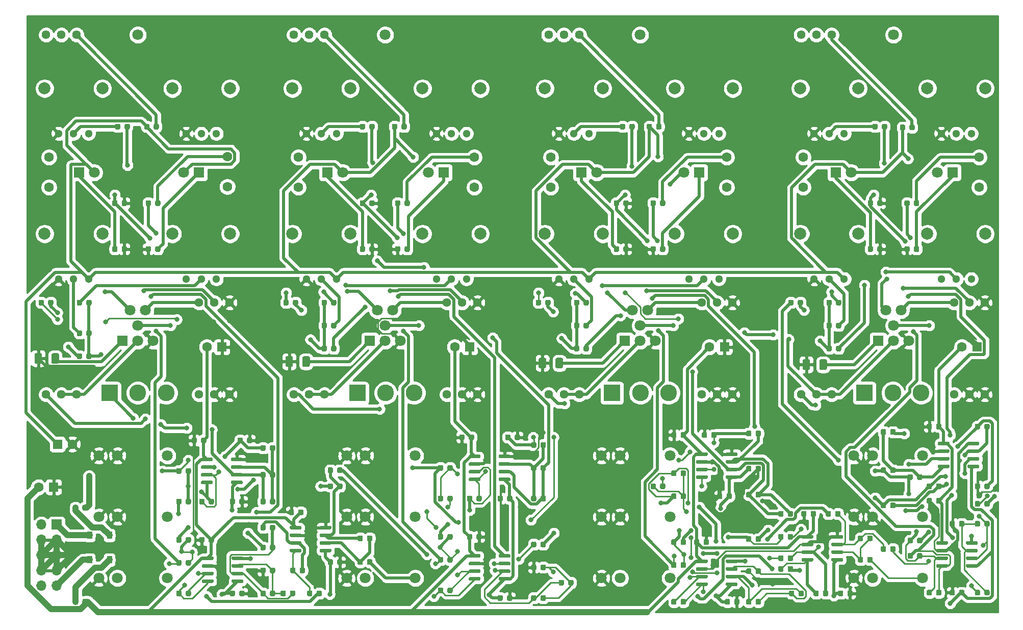
<source format=gbl>
G04 #@! TF.GenerationSoftware,KiCad,Pcbnew,(5.1.6-0-10_14)*
G04 #@! TF.CreationDate,2022-01-28T11:34:31+00:00*
G04 #@! TF.ProjectId,Quad Tube VCA,51756164-2054-4756-9265-205643412e6b,rev?*
G04 #@! TF.SameCoordinates,Original*
G04 #@! TF.FileFunction,Copper,L2,Bot*
G04 #@! TF.FilePolarity,Positive*
%FSLAX46Y46*%
G04 Gerber Fmt 4.6, Leading zero omitted, Abs format (unit mm)*
G04 Created by KiCad (PCBNEW (5.1.6-0-10_14)) date 2022-01-28 11:34:31*
%MOMM*%
%LPD*%
G01*
G04 APERTURE LIST*
G04 #@! TA.AperFunction,SMDPad,CuDef*
%ADD10R,0.900000X1.200000*%
G04 #@! TD*
G04 #@! TA.AperFunction,ComponentPad*
%ADD11C,2.775000*%
G04 #@! TD*
G04 #@! TA.AperFunction,ComponentPad*
%ADD12R,2.775000X2.775000*%
G04 #@! TD*
G04 #@! TA.AperFunction,ComponentPad*
%ADD13C,1.600000*%
G04 #@! TD*
G04 #@! TA.AperFunction,ComponentPad*
%ADD14R,1.600000X1.600000*%
G04 #@! TD*
G04 #@! TA.AperFunction,ComponentPad*
%ADD15C,1.800000*%
G04 #@! TD*
G04 #@! TA.AperFunction,ComponentPad*
%ADD16R,1.800000X1.800000*%
G04 #@! TD*
G04 #@! TA.AperFunction,ComponentPad*
%ADD17C,2.000000*%
G04 #@! TD*
G04 #@! TA.AperFunction,ComponentPad*
%ADD18C,1.300000*%
G04 #@! TD*
G04 #@! TA.AperFunction,ComponentPad*
%ADD19C,1.440000*%
G04 #@! TD*
G04 #@! TA.AperFunction,ComponentPad*
%ADD20O,1.700000X1.700000*%
G04 #@! TD*
G04 #@! TA.AperFunction,ComponentPad*
%ADD21R,1.700000X1.700000*%
G04 #@! TD*
G04 #@! TA.AperFunction,ViaPad*
%ADD22C,0.800000*%
G04 #@! TD*
G04 #@! TA.AperFunction,Conductor*
%ADD23C,0.500000*%
G04 #@! TD*
G04 #@! TA.AperFunction,Conductor*
%ADD24C,0.250000*%
G04 #@! TD*
G04 #@! TA.AperFunction,Conductor*
%ADD25C,1.000000*%
G04 #@! TD*
G04 #@! TA.AperFunction,Conductor*
%ADD26C,0.254000*%
G04 #@! TD*
G04 APERTURE END LIST*
G04 #@! TA.AperFunction,SMDPad,CuDef*
G36*
G01*
X196707000Y-102372000D02*
X196707000Y-103622000D01*
G75*
G02*
X196457000Y-103872000I-250000J0D01*
G01*
X195707000Y-103872000D01*
G75*
G02*
X195457000Y-103622000I0J250000D01*
G01*
X195457000Y-102372000D01*
G75*
G02*
X195707000Y-102122000I250000J0D01*
G01*
X196457000Y-102122000D01*
G75*
G02*
X196707000Y-102372000I0J-250000D01*
G01*
G37*
G04 #@! TD.AperFunction*
G04 #@! TA.AperFunction,SMDPad,CuDef*
G36*
G01*
X199507000Y-102372000D02*
X199507000Y-103622000D01*
G75*
G02*
X199257000Y-103872000I-250000J0D01*
G01*
X198507000Y-103872000D01*
G75*
G02*
X198257000Y-103622000I0J250000D01*
G01*
X198257000Y-102372000D01*
G75*
G02*
X198507000Y-102122000I250000J0D01*
G01*
X199257000Y-102122000D01*
G75*
G02*
X199507000Y-102372000I0J-250000D01*
G01*
G37*
G04 #@! TD.AperFunction*
G04 #@! TA.AperFunction,SMDPad,CuDef*
G36*
G01*
X152895000Y-102118000D02*
X152895000Y-103368000D01*
G75*
G02*
X152645000Y-103618000I-250000J0D01*
G01*
X151895000Y-103618000D01*
G75*
G02*
X151645000Y-103368000I0J250000D01*
G01*
X151645000Y-102118000D01*
G75*
G02*
X151895000Y-101868000I250000J0D01*
G01*
X152645000Y-101868000D01*
G75*
G02*
X152895000Y-102118000I0J-250000D01*
G01*
G37*
G04 #@! TD.AperFunction*
G04 #@! TA.AperFunction,SMDPad,CuDef*
G36*
G01*
X155695000Y-102118000D02*
X155695000Y-103368000D01*
G75*
G02*
X155445000Y-103618000I-250000J0D01*
G01*
X154695000Y-103618000D01*
G75*
G02*
X154445000Y-103368000I0J250000D01*
G01*
X154445000Y-102118000D01*
G75*
G02*
X154695000Y-101868000I250000J0D01*
G01*
X155445000Y-101868000D01*
G75*
G02*
X155695000Y-102118000I0J-250000D01*
G01*
G37*
G04 #@! TD.AperFunction*
G04 #@! TA.AperFunction,SMDPad,CuDef*
G36*
G01*
X110858000Y-101864000D02*
X110858000Y-103114000D01*
G75*
G02*
X110608000Y-103364000I-250000J0D01*
G01*
X109858000Y-103364000D01*
G75*
G02*
X109608000Y-103114000I0J250000D01*
G01*
X109608000Y-101864000D01*
G75*
G02*
X109858000Y-101614000I250000J0D01*
G01*
X110608000Y-101614000D01*
G75*
G02*
X110858000Y-101864000I0J-250000D01*
G01*
G37*
G04 #@! TD.AperFunction*
G04 #@! TA.AperFunction,SMDPad,CuDef*
G36*
G01*
X113658000Y-101864000D02*
X113658000Y-103114000D01*
G75*
G02*
X113408000Y-103364000I-250000J0D01*
G01*
X112658000Y-103364000D01*
G75*
G02*
X112408000Y-103114000I0J250000D01*
G01*
X112408000Y-101864000D01*
G75*
G02*
X112658000Y-101614000I250000J0D01*
G01*
X113408000Y-101614000D01*
G75*
G02*
X113658000Y-101864000I0J-250000D01*
G01*
G37*
G04 #@! TD.AperFunction*
G04 #@! TA.AperFunction,SMDPad,CuDef*
G36*
G01*
X69202000Y-101356000D02*
X69202000Y-102606000D01*
G75*
G02*
X68952000Y-102856000I-250000J0D01*
G01*
X68202000Y-102856000D01*
G75*
G02*
X67952000Y-102606000I0J250000D01*
G01*
X67952000Y-101356000D01*
G75*
G02*
X68202000Y-101106000I250000J0D01*
G01*
X68952000Y-101106000D01*
G75*
G02*
X69202000Y-101356000I0J-250000D01*
G01*
G37*
G04 #@! TD.AperFunction*
G04 #@! TA.AperFunction,SMDPad,CuDef*
G36*
G01*
X72002000Y-101356000D02*
X72002000Y-102606000D01*
G75*
G02*
X71752000Y-102856000I-250000J0D01*
G01*
X71002000Y-102856000D01*
G75*
G02*
X70752000Y-102606000I0J250000D01*
G01*
X70752000Y-101356000D01*
G75*
G02*
X71002000Y-101106000I250000J0D01*
G01*
X71752000Y-101106000D01*
G75*
G02*
X72002000Y-101356000I0J-250000D01*
G01*
G37*
G04 #@! TD.AperFunction*
D10*
X77090000Y-131318000D03*
X80390000Y-131318000D03*
X80390000Y-135382000D03*
X77090000Y-135382000D03*
G04 #@! TA.AperFunction,SMDPad,CuDef*
G36*
G01*
X222607000Y-136548000D02*
X222607000Y-136248000D01*
G75*
G02*
X222757000Y-136098000I150000J0D01*
G01*
X224407000Y-136098000D01*
G75*
G02*
X224557000Y-136248000I0J-150000D01*
G01*
X224557000Y-136548000D01*
G75*
G02*
X224407000Y-136698000I-150000J0D01*
G01*
X222757000Y-136698000D01*
G75*
G02*
X222607000Y-136548000I0J150000D01*
G01*
G37*
G04 #@! TD.AperFunction*
G04 #@! TA.AperFunction,SMDPad,CuDef*
G36*
G01*
X222607000Y-135278000D02*
X222607000Y-134978000D01*
G75*
G02*
X222757000Y-134828000I150000J0D01*
G01*
X224407000Y-134828000D01*
G75*
G02*
X224557000Y-134978000I0J-150000D01*
G01*
X224557000Y-135278000D01*
G75*
G02*
X224407000Y-135428000I-150000J0D01*
G01*
X222757000Y-135428000D01*
G75*
G02*
X222607000Y-135278000I0J150000D01*
G01*
G37*
G04 #@! TD.AperFunction*
G04 #@! TA.AperFunction,SMDPad,CuDef*
G36*
G01*
X222607000Y-134008000D02*
X222607000Y-133708000D01*
G75*
G02*
X222757000Y-133558000I150000J0D01*
G01*
X224407000Y-133558000D01*
G75*
G02*
X224557000Y-133708000I0J-150000D01*
G01*
X224557000Y-134008000D01*
G75*
G02*
X224407000Y-134158000I-150000J0D01*
G01*
X222757000Y-134158000D01*
G75*
G02*
X222607000Y-134008000I0J150000D01*
G01*
G37*
G04 #@! TD.AperFunction*
G04 #@! TA.AperFunction,SMDPad,CuDef*
G36*
G01*
X222607000Y-132738000D02*
X222607000Y-132438000D01*
G75*
G02*
X222757000Y-132288000I150000J0D01*
G01*
X224407000Y-132288000D01*
G75*
G02*
X224557000Y-132438000I0J-150000D01*
G01*
X224557000Y-132738000D01*
G75*
G02*
X224407000Y-132888000I-150000J0D01*
G01*
X222757000Y-132888000D01*
G75*
G02*
X222607000Y-132738000I0J150000D01*
G01*
G37*
G04 #@! TD.AperFunction*
G04 #@! TA.AperFunction,SMDPad,CuDef*
G36*
G01*
X217657000Y-132738000D02*
X217657000Y-132438000D01*
G75*
G02*
X217807000Y-132288000I150000J0D01*
G01*
X219457000Y-132288000D01*
G75*
G02*
X219607000Y-132438000I0J-150000D01*
G01*
X219607000Y-132738000D01*
G75*
G02*
X219457000Y-132888000I-150000J0D01*
G01*
X217807000Y-132888000D01*
G75*
G02*
X217657000Y-132738000I0J150000D01*
G01*
G37*
G04 #@! TD.AperFunction*
G04 #@! TA.AperFunction,SMDPad,CuDef*
G36*
G01*
X217657000Y-134008000D02*
X217657000Y-133708000D01*
G75*
G02*
X217807000Y-133558000I150000J0D01*
G01*
X219457000Y-133558000D01*
G75*
G02*
X219607000Y-133708000I0J-150000D01*
G01*
X219607000Y-134008000D01*
G75*
G02*
X219457000Y-134158000I-150000J0D01*
G01*
X217807000Y-134158000D01*
G75*
G02*
X217657000Y-134008000I0J150000D01*
G01*
G37*
G04 #@! TD.AperFunction*
G04 #@! TA.AperFunction,SMDPad,CuDef*
G36*
G01*
X217657000Y-135278000D02*
X217657000Y-134978000D01*
G75*
G02*
X217807000Y-134828000I150000J0D01*
G01*
X219457000Y-134828000D01*
G75*
G02*
X219607000Y-134978000I0J-150000D01*
G01*
X219607000Y-135278000D01*
G75*
G02*
X219457000Y-135428000I-150000J0D01*
G01*
X217807000Y-135428000D01*
G75*
G02*
X217657000Y-135278000I0J150000D01*
G01*
G37*
G04 #@! TD.AperFunction*
G04 #@! TA.AperFunction,SMDPad,CuDef*
G36*
G01*
X217657000Y-136548000D02*
X217657000Y-136248000D01*
G75*
G02*
X217807000Y-136098000I150000J0D01*
G01*
X219457000Y-136098000D01*
G75*
G02*
X219607000Y-136248000I0J-150000D01*
G01*
X219607000Y-136548000D01*
G75*
G02*
X219457000Y-136698000I-150000J0D01*
G01*
X217807000Y-136698000D01*
G75*
G02*
X217657000Y-136548000I0J150000D01*
G01*
G37*
G04 #@! TD.AperFunction*
D11*
X89790000Y-107702500D03*
X85090000Y-107702500D03*
D12*
X80390000Y-107702500D03*
D11*
X130938000Y-107702500D03*
X126238000Y-107702500D03*
D12*
X121538000Y-107702500D03*
D11*
X173229000Y-107702500D03*
X168529000Y-107702500D03*
D12*
X163829000Y-107702500D03*
D11*
X215139000Y-107702500D03*
X210439000Y-107702500D03*
D12*
X205739000Y-107702500D03*
D13*
X221909000Y-100076000D03*
D14*
X224409000Y-100076000D03*
D13*
X179999000Y-100076000D03*
D14*
X182499000Y-100076000D03*
D13*
X137708000Y-100076000D03*
D14*
X140208000Y-100076000D03*
D13*
X96560000Y-100076000D03*
D14*
X99060000Y-100076000D03*
D13*
X68620000Y-123317000D03*
D14*
X71120000Y-123317000D03*
D13*
X74255000Y-116205000D03*
D14*
X71755000Y-116205000D03*
G04 #@! TA.AperFunction,SMDPad,CuDef*
G36*
G01*
X100687000Y-139088000D02*
X100687000Y-138788000D01*
G75*
G02*
X100837000Y-138638000I150000J0D01*
G01*
X102487000Y-138638000D01*
G75*
G02*
X102637000Y-138788000I0J-150000D01*
G01*
X102637000Y-139088000D01*
G75*
G02*
X102487000Y-139238000I-150000J0D01*
G01*
X100837000Y-139238000D01*
G75*
G02*
X100687000Y-139088000I0J150000D01*
G01*
G37*
G04 #@! TD.AperFunction*
G04 #@! TA.AperFunction,SMDPad,CuDef*
G36*
G01*
X100687000Y-137818000D02*
X100687000Y-137518000D01*
G75*
G02*
X100837000Y-137368000I150000J0D01*
G01*
X102487000Y-137368000D01*
G75*
G02*
X102637000Y-137518000I0J-150000D01*
G01*
X102637000Y-137818000D01*
G75*
G02*
X102487000Y-137968000I-150000J0D01*
G01*
X100837000Y-137968000D01*
G75*
G02*
X100687000Y-137818000I0J150000D01*
G01*
G37*
G04 #@! TD.AperFunction*
G04 #@! TA.AperFunction,SMDPad,CuDef*
G36*
G01*
X100687000Y-136548000D02*
X100687000Y-136248000D01*
G75*
G02*
X100837000Y-136098000I150000J0D01*
G01*
X102487000Y-136098000D01*
G75*
G02*
X102637000Y-136248000I0J-150000D01*
G01*
X102637000Y-136548000D01*
G75*
G02*
X102487000Y-136698000I-150000J0D01*
G01*
X100837000Y-136698000D01*
G75*
G02*
X100687000Y-136548000I0J150000D01*
G01*
G37*
G04 #@! TD.AperFunction*
G04 #@! TA.AperFunction,SMDPad,CuDef*
G36*
G01*
X100687000Y-135278000D02*
X100687000Y-134978000D01*
G75*
G02*
X100837000Y-134828000I150000J0D01*
G01*
X102487000Y-134828000D01*
G75*
G02*
X102637000Y-134978000I0J-150000D01*
G01*
X102637000Y-135278000D01*
G75*
G02*
X102487000Y-135428000I-150000J0D01*
G01*
X100837000Y-135428000D01*
G75*
G02*
X100687000Y-135278000I0J150000D01*
G01*
G37*
G04 #@! TD.AperFunction*
G04 #@! TA.AperFunction,SMDPad,CuDef*
G36*
G01*
X95737000Y-135278000D02*
X95737000Y-134978000D01*
G75*
G02*
X95887000Y-134828000I150000J0D01*
G01*
X97537000Y-134828000D01*
G75*
G02*
X97687000Y-134978000I0J-150000D01*
G01*
X97687000Y-135278000D01*
G75*
G02*
X97537000Y-135428000I-150000J0D01*
G01*
X95887000Y-135428000D01*
G75*
G02*
X95737000Y-135278000I0J150000D01*
G01*
G37*
G04 #@! TD.AperFunction*
G04 #@! TA.AperFunction,SMDPad,CuDef*
G36*
G01*
X95737000Y-136548000D02*
X95737000Y-136248000D01*
G75*
G02*
X95887000Y-136098000I150000J0D01*
G01*
X97537000Y-136098000D01*
G75*
G02*
X97687000Y-136248000I0J-150000D01*
G01*
X97687000Y-136548000D01*
G75*
G02*
X97537000Y-136698000I-150000J0D01*
G01*
X95887000Y-136698000D01*
G75*
G02*
X95737000Y-136548000I0J150000D01*
G01*
G37*
G04 #@! TD.AperFunction*
G04 #@! TA.AperFunction,SMDPad,CuDef*
G36*
G01*
X95737000Y-137818000D02*
X95737000Y-137518000D01*
G75*
G02*
X95887000Y-137368000I150000J0D01*
G01*
X97537000Y-137368000D01*
G75*
G02*
X97687000Y-137518000I0J-150000D01*
G01*
X97687000Y-137818000D01*
G75*
G02*
X97537000Y-137968000I-150000J0D01*
G01*
X95887000Y-137968000D01*
G75*
G02*
X95737000Y-137818000I0J150000D01*
G01*
G37*
G04 #@! TD.AperFunction*
G04 #@! TA.AperFunction,SMDPad,CuDef*
G36*
G01*
X95737000Y-139088000D02*
X95737000Y-138788000D01*
G75*
G02*
X95887000Y-138638000I150000J0D01*
G01*
X97537000Y-138638000D01*
G75*
G02*
X97687000Y-138788000I0J-150000D01*
G01*
X97687000Y-139088000D01*
G75*
G02*
X97537000Y-139238000I-150000J0D01*
G01*
X95887000Y-139238000D01*
G75*
G02*
X95737000Y-139088000I0J150000D01*
G01*
G37*
G04 #@! TD.AperFunction*
G04 #@! TA.AperFunction,SMDPad,CuDef*
G36*
G01*
X205517000Y-131569750D02*
X205517000Y-132082250D01*
G75*
G02*
X205298250Y-132301000I-218750J0D01*
G01*
X204860750Y-132301000D01*
G75*
G02*
X204642000Y-132082250I0J218750D01*
G01*
X204642000Y-131569750D01*
G75*
G02*
X204860750Y-131351000I218750J0D01*
G01*
X205298250Y-131351000D01*
G75*
G02*
X205517000Y-131569750I0J-218750D01*
G01*
G37*
G04 #@! TD.AperFunction*
G04 #@! TA.AperFunction,SMDPad,CuDef*
G36*
G01*
X207092000Y-131569750D02*
X207092000Y-132082250D01*
G75*
G02*
X206873250Y-132301000I-218750J0D01*
G01*
X206435750Y-132301000D01*
G75*
G02*
X206217000Y-132082250I0J218750D01*
G01*
X206217000Y-131569750D01*
G75*
G02*
X206435750Y-131351000I218750J0D01*
G01*
X206873250Y-131351000D01*
G75*
G02*
X207092000Y-131569750I0J-218750D01*
G01*
G37*
G04 #@! TD.AperFunction*
G04 #@! TA.AperFunction,SMDPad,CuDef*
G36*
G01*
X198851000Y-141226250D02*
X198851000Y-140713750D01*
G75*
G02*
X199069750Y-140495000I218750J0D01*
G01*
X199507250Y-140495000D01*
G75*
G02*
X199726000Y-140713750I0J-218750D01*
G01*
X199726000Y-141226250D01*
G75*
G02*
X199507250Y-141445000I-218750J0D01*
G01*
X199069750Y-141445000D01*
G75*
G02*
X198851000Y-141226250I0J218750D01*
G01*
G37*
G04 #@! TD.AperFunction*
G04 #@! TA.AperFunction,SMDPad,CuDef*
G36*
G01*
X197276000Y-141226250D02*
X197276000Y-140713750D01*
G75*
G02*
X197494750Y-140495000I218750J0D01*
G01*
X197932250Y-140495000D01*
G75*
G02*
X198151000Y-140713750I0J-218750D01*
G01*
X198151000Y-141226250D01*
G75*
G02*
X197932250Y-141445000I-218750J0D01*
G01*
X197494750Y-141445000D01*
G75*
G02*
X197276000Y-141226250I0J218750D01*
G01*
G37*
G04 #@! TD.AperFunction*
G04 #@! TA.AperFunction,SMDPad,CuDef*
G36*
G01*
X122459000Y-131569750D02*
X122459000Y-132082250D01*
G75*
G02*
X122240250Y-132301000I-218750J0D01*
G01*
X121802750Y-132301000D01*
G75*
G02*
X121584000Y-132082250I0J218750D01*
G01*
X121584000Y-131569750D01*
G75*
G02*
X121802750Y-131351000I218750J0D01*
G01*
X122240250Y-131351000D01*
G75*
G02*
X122459000Y-131569750I0J-218750D01*
G01*
G37*
G04 #@! TD.AperFunction*
G04 #@! TA.AperFunction,SMDPad,CuDef*
G36*
G01*
X124034000Y-131569750D02*
X124034000Y-132082250D01*
G75*
G02*
X123815250Y-132301000I-218750J0D01*
G01*
X123377750Y-132301000D01*
G75*
G02*
X123159000Y-132082250I0J218750D01*
G01*
X123159000Y-131569750D01*
G75*
G02*
X123377750Y-131351000I218750J0D01*
G01*
X123815250Y-131351000D01*
G75*
G02*
X124034000Y-131569750I0J-218750D01*
G01*
G37*
G04 #@! TD.AperFunction*
G04 #@! TA.AperFunction,SMDPad,CuDef*
G36*
G01*
X111983000Y-137416250D02*
X111983000Y-136903750D01*
G75*
G02*
X112201750Y-136685000I218750J0D01*
G01*
X112639250Y-136685000D01*
G75*
G02*
X112858000Y-136903750I0J-218750D01*
G01*
X112858000Y-137416250D01*
G75*
G02*
X112639250Y-137635000I-218750J0D01*
G01*
X112201750Y-137635000D01*
G75*
G02*
X111983000Y-137416250I0J218750D01*
G01*
G37*
G04 #@! TD.AperFunction*
G04 #@! TA.AperFunction,SMDPad,CuDef*
G36*
G01*
X110408000Y-137416250D02*
X110408000Y-136903750D01*
G75*
G02*
X110626750Y-136685000I218750J0D01*
G01*
X111064250Y-136685000D01*
G75*
G02*
X111283000Y-136903750I0J-218750D01*
G01*
X111283000Y-137416250D01*
G75*
G02*
X111064250Y-137635000I-218750J0D01*
G01*
X110626750Y-137635000D01*
G75*
G02*
X110408000Y-137416250I0J218750D01*
G01*
G37*
G04 #@! TD.AperFunction*
G04 #@! TA.AperFunction,SMDPad,CuDef*
G36*
G01*
X200183000Y-127505750D02*
X200183000Y-128018250D01*
G75*
G02*
X199964250Y-128237000I-218750J0D01*
G01*
X199526750Y-128237000D01*
G75*
G02*
X199308000Y-128018250I0J218750D01*
G01*
X199308000Y-127505750D01*
G75*
G02*
X199526750Y-127287000I218750J0D01*
G01*
X199964250Y-127287000D01*
G75*
G02*
X200183000Y-127505750I0J-218750D01*
G01*
G37*
G04 #@! TD.AperFunction*
G04 #@! TA.AperFunction,SMDPad,CuDef*
G36*
G01*
X201758000Y-127505750D02*
X201758000Y-128018250D01*
G75*
G02*
X201539250Y-128237000I-218750J0D01*
G01*
X201101750Y-128237000D01*
G75*
G02*
X200883000Y-128018250I0J218750D01*
G01*
X200883000Y-127505750D01*
G75*
G02*
X201101750Y-127287000I218750J0D01*
G01*
X201539250Y-127287000D01*
G75*
G02*
X201758000Y-127505750I0J-218750D01*
G01*
G37*
G04 #@! TD.AperFunction*
G04 #@! TA.AperFunction,SMDPad,CuDef*
G36*
G01*
X192309000Y-134871750D02*
X192309000Y-135384250D01*
G75*
G02*
X192090250Y-135603000I-218750J0D01*
G01*
X191652750Y-135603000D01*
G75*
G02*
X191434000Y-135384250I0J218750D01*
G01*
X191434000Y-134871750D01*
G75*
G02*
X191652750Y-134653000I218750J0D01*
G01*
X192090250Y-134653000D01*
G75*
G02*
X192309000Y-134871750I0J-218750D01*
G01*
G37*
G04 #@! TD.AperFunction*
G04 #@! TA.AperFunction,SMDPad,CuDef*
G36*
G01*
X193884000Y-134871750D02*
X193884000Y-135384250D01*
G75*
G02*
X193665250Y-135603000I-218750J0D01*
G01*
X193227750Y-135603000D01*
G75*
G02*
X193009000Y-135384250I0J218750D01*
G01*
X193009000Y-134871750D01*
G75*
G02*
X193227750Y-134653000I218750J0D01*
G01*
X193665250Y-134653000D01*
G75*
G02*
X193884000Y-134871750I0J-218750D01*
G01*
G37*
G04 #@! TD.AperFunction*
G04 #@! TA.AperFunction,SMDPad,CuDef*
G36*
G01*
X117506000Y-122933750D02*
X117506000Y-123446250D01*
G75*
G02*
X117287250Y-123665000I-218750J0D01*
G01*
X116849750Y-123665000D01*
G75*
G02*
X116631000Y-123446250I0J218750D01*
G01*
X116631000Y-122933750D01*
G75*
G02*
X116849750Y-122715000I218750J0D01*
G01*
X117287250Y-122715000D01*
G75*
G02*
X117506000Y-122933750I0J-218750D01*
G01*
G37*
G04 #@! TD.AperFunction*
G04 #@! TA.AperFunction,SMDPad,CuDef*
G36*
G01*
X119081000Y-122933750D02*
X119081000Y-123446250D01*
G75*
G02*
X118862250Y-123665000I-218750J0D01*
G01*
X118424750Y-123665000D01*
G75*
G02*
X118206000Y-123446250I0J218750D01*
G01*
X118206000Y-122933750D01*
G75*
G02*
X118424750Y-122715000I218750J0D01*
G01*
X118862250Y-122715000D01*
G75*
G02*
X119081000Y-122933750I0J-218750D01*
G01*
G37*
G04 #@! TD.AperFunction*
G04 #@! TA.AperFunction,SMDPad,CuDef*
G36*
G01*
X210027000Y-133860250D02*
X210027000Y-133347750D01*
G75*
G02*
X210245750Y-133129000I218750J0D01*
G01*
X210683250Y-133129000D01*
G75*
G02*
X210902000Y-133347750I0J-218750D01*
G01*
X210902000Y-133860250D01*
G75*
G02*
X210683250Y-134079000I-218750J0D01*
G01*
X210245750Y-134079000D01*
G75*
G02*
X210027000Y-133860250I0J218750D01*
G01*
G37*
G04 #@! TD.AperFunction*
G04 #@! TA.AperFunction,SMDPad,CuDef*
G36*
G01*
X208452000Y-133860250D02*
X208452000Y-133347750D01*
G75*
G02*
X208670750Y-133129000I218750J0D01*
G01*
X209108250Y-133129000D01*
G75*
G02*
X209327000Y-133347750I0J-218750D01*
G01*
X209327000Y-133860250D01*
G75*
G02*
X209108250Y-134079000I-218750J0D01*
G01*
X208670750Y-134079000D01*
G75*
G02*
X208452000Y-133860250I0J218750D01*
G01*
G37*
G04 #@! TD.AperFunction*
G04 #@! TA.AperFunction,SMDPad,CuDef*
G36*
G01*
X192309000Y-131315750D02*
X192309000Y-131828250D01*
G75*
G02*
X192090250Y-132047000I-218750J0D01*
G01*
X191652750Y-132047000D01*
G75*
G02*
X191434000Y-131828250I0J218750D01*
G01*
X191434000Y-131315750D01*
G75*
G02*
X191652750Y-131097000I218750J0D01*
G01*
X192090250Y-131097000D01*
G75*
G02*
X192309000Y-131315750I0J-218750D01*
G01*
G37*
G04 #@! TD.AperFunction*
G04 #@! TA.AperFunction,SMDPad,CuDef*
G36*
G01*
X193884000Y-131315750D02*
X193884000Y-131828250D01*
G75*
G02*
X193665250Y-132047000I-218750J0D01*
G01*
X193227750Y-132047000D01*
G75*
G02*
X193009000Y-131828250I0J218750D01*
G01*
X193009000Y-131315750D01*
G75*
G02*
X193227750Y-131097000I218750J0D01*
G01*
X193665250Y-131097000D01*
G75*
G02*
X193884000Y-131315750I0J-218750D01*
G01*
G37*
G04 #@! TD.AperFunction*
G04 #@! TA.AperFunction,SMDPad,CuDef*
G36*
G01*
X118206000Y-120779250D02*
X118206000Y-120266750D01*
G75*
G02*
X118424750Y-120048000I218750J0D01*
G01*
X118862250Y-120048000D01*
G75*
G02*
X119081000Y-120266750I0J-218750D01*
G01*
X119081000Y-120779250D01*
G75*
G02*
X118862250Y-120998000I-218750J0D01*
G01*
X118424750Y-120998000D01*
G75*
G02*
X118206000Y-120779250I0J218750D01*
G01*
G37*
G04 #@! TD.AperFunction*
G04 #@! TA.AperFunction,SMDPad,CuDef*
G36*
G01*
X116631000Y-120779250D02*
X116631000Y-120266750D01*
G75*
G02*
X116849750Y-120048000I218750J0D01*
G01*
X117287250Y-120048000D01*
G75*
G02*
X117506000Y-120266750I0J-218750D01*
G01*
X117506000Y-120779250D01*
G75*
G02*
X117287250Y-120998000I-218750J0D01*
G01*
X116849750Y-120998000D01*
G75*
G02*
X116631000Y-120779250I0J218750D01*
G01*
G37*
G04 #@! TD.AperFunction*
G04 #@! TA.AperFunction,SMDPad,CuDef*
G36*
G01*
X107030000Y-130304250D02*
X107030000Y-129791750D01*
G75*
G02*
X107248750Y-129573000I218750J0D01*
G01*
X107686250Y-129573000D01*
G75*
G02*
X107905000Y-129791750I0J-218750D01*
G01*
X107905000Y-130304250D01*
G75*
G02*
X107686250Y-130523000I-218750J0D01*
G01*
X107248750Y-130523000D01*
G75*
G02*
X107030000Y-130304250I0J218750D01*
G01*
G37*
G04 #@! TD.AperFunction*
G04 #@! TA.AperFunction,SMDPad,CuDef*
G36*
G01*
X105455000Y-130304250D02*
X105455000Y-129791750D01*
G75*
G02*
X105673750Y-129573000I218750J0D01*
G01*
X106111250Y-129573000D01*
G75*
G02*
X106330000Y-129791750I0J-218750D01*
G01*
X106330000Y-130304250D01*
G75*
G02*
X106111250Y-130523000I-218750J0D01*
G01*
X105673750Y-130523000D01*
G75*
G02*
X105455000Y-130304250I0J218750D01*
G01*
G37*
G04 #@! TD.AperFunction*
G04 #@! TA.AperFunction,SMDPad,CuDef*
G36*
G01*
X200255000Y-135532000D02*
X200255000Y-135232000D01*
G75*
G02*
X200405000Y-135082000I150000J0D01*
G01*
X202055000Y-135082000D01*
G75*
G02*
X202205000Y-135232000I0J-150000D01*
G01*
X202205000Y-135532000D01*
G75*
G02*
X202055000Y-135682000I-150000J0D01*
G01*
X200405000Y-135682000D01*
G75*
G02*
X200255000Y-135532000I0J150000D01*
G01*
G37*
G04 #@! TD.AperFunction*
G04 #@! TA.AperFunction,SMDPad,CuDef*
G36*
G01*
X200255000Y-134262000D02*
X200255000Y-133962000D01*
G75*
G02*
X200405000Y-133812000I150000J0D01*
G01*
X202055000Y-133812000D01*
G75*
G02*
X202205000Y-133962000I0J-150000D01*
G01*
X202205000Y-134262000D01*
G75*
G02*
X202055000Y-134412000I-150000J0D01*
G01*
X200405000Y-134412000D01*
G75*
G02*
X200255000Y-134262000I0J150000D01*
G01*
G37*
G04 #@! TD.AperFunction*
G04 #@! TA.AperFunction,SMDPad,CuDef*
G36*
G01*
X200255000Y-132992000D02*
X200255000Y-132692000D01*
G75*
G02*
X200405000Y-132542000I150000J0D01*
G01*
X202055000Y-132542000D01*
G75*
G02*
X202205000Y-132692000I0J-150000D01*
G01*
X202205000Y-132992000D01*
G75*
G02*
X202055000Y-133142000I-150000J0D01*
G01*
X200405000Y-133142000D01*
G75*
G02*
X200255000Y-132992000I0J150000D01*
G01*
G37*
G04 #@! TD.AperFunction*
G04 #@! TA.AperFunction,SMDPad,CuDef*
G36*
G01*
X200255000Y-131722000D02*
X200255000Y-131422000D01*
G75*
G02*
X200405000Y-131272000I150000J0D01*
G01*
X202055000Y-131272000D01*
G75*
G02*
X202205000Y-131422000I0J-150000D01*
G01*
X202205000Y-131722000D01*
G75*
G02*
X202055000Y-131872000I-150000J0D01*
G01*
X200405000Y-131872000D01*
G75*
G02*
X200255000Y-131722000I0J150000D01*
G01*
G37*
G04 #@! TD.AperFunction*
G04 #@! TA.AperFunction,SMDPad,CuDef*
G36*
G01*
X195305000Y-131722000D02*
X195305000Y-131422000D01*
G75*
G02*
X195455000Y-131272000I150000J0D01*
G01*
X197105000Y-131272000D01*
G75*
G02*
X197255000Y-131422000I0J-150000D01*
G01*
X197255000Y-131722000D01*
G75*
G02*
X197105000Y-131872000I-150000J0D01*
G01*
X195455000Y-131872000D01*
G75*
G02*
X195305000Y-131722000I0J150000D01*
G01*
G37*
G04 #@! TD.AperFunction*
G04 #@! TA.AperFunction,SMDPad,CuDef*
G36*
G01*
X195305000Y-132992000D02*
X195305000Y-132692000D01*
G75*
G02*
X195455000Y-132542000I150000J0D01*
G01*
X197105000Y-132542000D01*
G75*
G02*
X197255000Y-132692000I0J-150000D01*
G01*
X197255000Y-132992000D01*
G75*
G02*
X197105000Y-133142000I-150000J0D01*
G01*
X195455000Y-133142000D01*
G75*
G02*
X195305000Y-132992000I0J150000D01*
G01*
G37*
G04 #@! TD.AperFunction*
G04 #@! TA.AperFunction,SMDPad,CuDef*
G36*
G01*
X195305000Y-134262000D02*
X195305000Y-133962000D01*
G75*
G02*
X195455000Y-133812000I150000J0D01*
G01*
X197105000Y-133812000D01*
G75*
G02*
X197255000Y-133962000I0J-150000D01*
G01*
X197255000Y-134262000D01*
G75*
G02*
X197105000Y-134412000I-150000J0D01*
G01*
X195455000Y-134412000D01*
G75*
G02*
X195305000Y-134262000I0J150000D01*
G01*
G37*
G04 #@! TD.AperFunction*
G04 #@! TA.AperFunction,SMDPad,CuDef*
G36*
G01*
X195305000Y-135532000D02*
X195305000Y-135232000D01*
G75*
G02*
X195455000Y-135082000I150000J0D01*
G01*
X197105000Y-135082000D01*
G75*
G02*
X197255000Y-135232000I0J-150000D01*
G01*
X197255000Y-135532000D01*
G75*
G02*
X197105000Y-135682000I-150000J0D01*
G01*
X195455000Y-135682000D01*
G75*
G02*
X195305000Y-135532000I0J150000D01*
G01*
G37*
G04 #@! TD.AperFunction*
G04 #@! TA.AperFunction,SMDPad,CuDef*
G36*
G01*
X115292000Y-134008000D02*
X115292000Y-133708000D01*
G75*
G02*
X115442000Y-133558000I150000J0D01*
G01*
X117092000Y-133558000D01*
G75*
G02*
X117242000Y-133708000I0J-150000D01*
G01*
X117242000Y-134008000D01*
G75*
G02*
X117092000Y-134158000I-150000J0D01*
G01*
X115442000Y-134158000D01*
G75*
G02*
X115292000Y-134008000I0J150000D01*
G01*
G37*
G04 #@! TD.AperFunction*
G04 #@! TA.AperFunction,SMDPad,CuDef*
G36*
G01*
X115292000Y-132738000D02*
X115292000Y-132438000D01*
G75*
G02*
X115442000Y-132288000I150000J0D01*
G01*
X117092000Y-132288000D01*
G75*
G02*
X117242000Y-132438000I0J-150000D01*
G01*
X117242000Y-132738000D01*
G75*
G02*
X117092000Y-132888000I-150000J0D01*
G01*
X115442000Y-132888000D01*
G75*
G02*
X115292000Y-132738000I0J150000D01*
G01*
G37*
G04 #@! TD.AperFunction*
G04 #@! TA.AperFunction,SMDPad,CuDef*
G36*
G01*
X115292000Y-131468000D02*
X115292000Y-131168000D01*
G75*
G02*
X115442000Y-131018000I150000J0D01*
G01*
X117092000Y-131018000D01*
G75*
G02*
X117242000Y-131168000I0J-150000D01*
G01*
X117242000Y-131468000D01*
G75*
G02*
X117092000Y-131618000I-150000J0D01*
G01*
X115442000Y-131618000D01*
G75*
G02*
X115292000Y-131468000I0J150000D01*
G01*
G37*
G04 #@! TD.AperFunction*
G04 #@! TA.AperFunction,SMDPad,CuDef*
G36*
G01*
X115292000Y-130198000D02*
X115292000Y-129898000D01*
G75*
G02*
X115442000Y-129748000I150000J0D01*
G01*
X117092000Y-129748000D01*
G75*
G02*
X117242000Y-129898000I0J-150000D01*
G01*
X117242000Y-130198000D01*
G75*
G02*
X117092000Y-130348000I-150000J0D01*
G01*
X115442000Y-130348000D01*
G75*
G02*
X115292000Y-130198000I0J150000D01*
G01*
G37*
G04 #@! TD.AperFunction*
G04 #@! TA.AperFunction,SMDPad,CuDef*
G36*
G01*
X110342000Y-130198000D02*
X110342000Y-129898000D01*
G75*
G02*
X110492000Y-129748000I150000J0D01*
G01*
X112142000Y-129748000D01*
G75*
G02*
X112292000Y-129898000I0J-150000D01*
G01*
X112292000Y-130198000D01*
G75*
G02*
X112142000Y-130348000I-150000J0D01*
G01*
X110492000Y-130348000D01*
G75*
G02*
X110342000Y-130198000I0J150000D01*
G01*
G37*
G04 #@! TD.AperFunction*
G04 #@! TA.AperFunction,SMDPad,CuDef*
G36*
G01*
X110342000Y-131468000D02*
X110342000Y-131168000D01*
G75*
G02*
X110492000Y-131018000I150000J0D01*
G01*
X112142000Y-131018000D01*
G75*
G02*
X112292000Y-131168000I0J-150000D01*
G01*
X112292000Y-131468000D01*
G75*
G02*
X112142000Y-131618000I-150000J0D01*
G01*
X110492000Y-131618000D01*
G75*
G02*
X110342000Y-131468000I0J150000D01*
G01*
G37*
G04 #@! TD.AperFunction*
G04 #@! TA.AperFunction,SMDPad,CuDef*
G36*
G01*
X110342000Y-132738000D02*
X110342000Y-132438000D01*
G75*
G02*
X110492000Y-132288000I150000J0D01*
G01*
X112142000Y-132288000D01*
G75*
G02*
X112292000Y-132438000I0J-150000D01*
G01*
X112292000Y-132738000D01*
G75*
G02*
X112142000Y-132888000I-150000J0D01*
G01*
X110492000Y-132888000D01*
G75*
G02*
X110342000Y-132738000I0J150000D01*
G01*
G37*
G04 #@! TD.AperFunction*
G04 #@! TA.AperFunction,SMDPad,CuDef*
G36*
G01*
X110342000Y-134008000D02*
X110342000Y-133708000D01*
G75*
G02*
X110492000Y-133558000I150000J0D01*
G01*
X112142000Y-133558000D01*
G75*
G02*
X112292000Y-133708000I0J-150000D01*
G01*
X112292000Y-134008000D01*
G75*
G02*
X112142000Y-134158000I-150000J0D01*
G01*
X110492000Y-134158000D01*
G75*
G02*
X110342000Y-134008000I0J150000D01*
G01*
G37*
G04 #@! TD.AperFunction*
G04 #@! TA.AperFunction,SMDPad,CuDef*
G36*
G01*
X196819000Y-128018250D02*
X196819000Y-127505750D01*
G75*
G02*
X197037750Y-127287000I218750J0D01*
G01*
X197475250Y-127287000D01*
G75*
G02*
X197694000Y-127505750I0J-218750D01*
G01*
X197694000Y-128018250D01*
G75*
G02*
X197475250Y-128237000I-218750J0D01*
G01*
X197037750Y-128237000D01*
G75*
G02*
X196819000Y-128018250I0J218750D01*
G01*
G37*
G04 #@! TD.AperFunction*
G04 #@! TA.AperFunction,SMDPad,CuDef*
G36*
G01*
X195244000Y-128018250D02*
X195244000Y-127505750D01*
G75*
G02*
X195462750Y-127287000I218750J0D01*
G01*
X195900250Y-127287000D01*
G75*
G02*
X196119000Y-127505750I0J-218750D01*
G01*
X196119000Y-128018250D01*
G75*
G02*
X195900250Y-128237000I-218750J0D01*
G01*
X195462750Y-128237000D01*
G75*
G02*
X195244000Y-128018250I0J218750D01*
G01*
G37*
G04 #@! TD.AperFunction*
G04 #@! TA.AperFunction,SMDPad,CuDef*
G36*
G01*
X202915000Y-141226250D02*
X202915000Y-140713750D01*
G75*
G02*
X203133750Y-140495000I218750J0D01*
G01*
X203571250Y-140495000D01*
G75*
G02*
X203790000Y-140713750I0J-218750D01*
G01*
X203790000Y-141226250D01*
G75*
G02*
X203571250Y-141445000I-218750J0D01*
G01*
X203133750Y-141445000D01*
G75*
G02*
X202915000Y-141226250I0J218750D01*
G01*
G37*
G04 #@! TD.AperFunction*
G04 #@! TA.AperFunction,SMDPad,CuDef*
G36*
G01*
X201340000Y-141226250D02*
X201340000Y-140713750D01*
G75*
G02*
X201558750Y-140495000I218750J0D01*
G01*
X201996250Y-140495000D01*
G75*
G02*
X202215000Y-140713750I0J-218750D01*
G01*
X202215000Y-141226250D01*
G75*
G02*
X201996250Y-141445000I-218750J0D01*
G01*
X201558750Y-141445000D01*
G75*
G02*
X201340000Y-141226250I0J218750D01*
G01*
G37*
G04 #@! TD.AperFunction*
G04 #@! TA.AperFunction,SMDPad,CuDef*
G36*
G01*
X111729000Y-127764250D02*
X111729000Y-127251750D01*
G75*
G02*
X111947750Y-127033000I218750J0D01*
G01*
X112385250Y-127033000D01*
G75*
G02*
X112604000Y-127251750I0J-218750D01*
G01*
X112604000Y-127764250D01*
G75*
G02*
X112385250Y-127983000I-218750J0D01*
G01*
X111947750Y-127983000D01*
G75*
G02*
X111729000Y-127764250I0J218750D01*
G01*
G37*
G04 #@! TD.AperFunction*
G04 #@! TA.AperFunction,SMDPad,CuDef*
G36*
G01*
X110154000Y-127764250D02*
X110154000Y-127251750D01*
G75*
G02*
X110372750Y-127033000I218750J0D01*
G01*
X110810250Y-127033000D01*
G75*
G02*
X111029000Y-127251750I0J-218750D01*
G01*
X111029000Y-127764250D01*
G75*
G02*
X110810250Y-127983000I-218750J0D01*
G01*
X110372750Y-127983000D01*
G75*
G02*
X110154000Y-127764250I0J218750D01*
G01*
G37*
G04 #@! TD.AperFunction*
G04 #@! TA.AperFunction,SMDPad,CuDef*
G36*
G01*
X118206000Y-136019250D02*
X118206000Y-135506750D01*
G75*
G02*
X118424750Y-135288000I218750J0D01*
G01*
X118862250Y-135288000D01*
G75*
G02*
X119081000Y-135506750I0J-218750D01*
G01*
X119081000Y-136019250D01*
G75*
G02*
X118862250Y-136238000I-218750J0D01*
G01*
X118424750Y-136238000D01*
G75*
G02*
X118206000Y-136019250I0J218750D01*
G01*
G37*
G04 #@! TD.AperFunction*
G04 #@! TA.AperFunction,SMDPad,CuDef*
G36*
G01*
X116631000Y-136019250D02*
X116631000Y-135506750D01*
G75*
G02*
X116849750Y-135288000I218750J0D01*
G01*
X117287250Y-135288000D01*
G75*
G02*
X117506000Y-135506750I0J-218750D01*
G01*
X117506000Y-136019250D01*
G75*
G02*
X117287250Y-136238000I-218750J0D01*
G01*
X116849750Y-136238000D01*
G75*
G02*
X116631000Y-136019250I0J218750D01*
G01*
G37*
G04 #@! TD.AperFunction*
D15*
X126153333Y-48260000D03*
X126153333Y-96520000D03*
X124883333Y-93980000D03*
X127423333Y-93980000D03*
X128693333Y-99060000D03*
X126153333Y-99060000D03*
D16*
X123613333Y-99060000D03*
D15*
X85090000Y-48260000D03*
X85090000Y-96520000D03*
X83820000Y-93980000D03*
X86360000Y-93980000D03*
X87630000Y-99060000D03*
X85090000Y-99060000D03*
D16*
X82550000Y-99060000D03*
D15*
X210550000Y-48260000D03*
X210550000Y-96520000D03*
X209280000Y-93980000D03*
X211820000Y-93980000D03*
X213090000Y-99060000D03*
X210550000Y-99060000D03*
D16*
X208010000Y-99060000D03*
D15*
X168486666Y-48260000D03*
X168486666Y-96520000D03*
X167216666Y-93980000D03*
X169756666Y-93980000D03*
X171026666Y-99060000D03*
X168486666Y-99060000D03*
D16*
X165946666Y-99060000D03*
D17*
X204680000Y-57150000D03*
X195080000Y-57150000D03*
D18*
X202380000Y-64650000D03*
X199880000Y-64650000D03*
X197380000Y-64650000D03*
D17*
X162280000Y-57150000D03*
X152680000Y-57150000D03*
D18*
X159980000Y-64650000D03*
X157480000Y-64650000D03*
X154980000Y-64650000D03*
D17*
X120370000Y-57150000D03*
X110770000Y-57150000D03*
D18*
X118070000Y-64650000D03*
X115570000Y-64650000D03*
X113070000Y-64650000D03*
D17*
X79222000Y-57150000D03*
X69622000Y-57150000D03*
D18*
X76922000Y-64650000D03*
X74422000Y-64650000D03*
X71922000Y-64650000D03*
D17*
X204680000Y-81280000D03*
X195080000Y-81280000D03*
D18*
X202380000Y-88780000D03*
X199880000Y-88780000D03*
X197380000Y-88780000D03*
D17*
X162280000Y-81280000D03*
X152680000Y-81280000D03*
D18*
X159980000Y-88780000D03*
X157480000Y-88780000D03*
X154980000Y-88780000D03*
D17*
X120370000Y-81280000D03*
X110770000Y-81280000D03*
D18*
X118070000Y-88780000D03*
X115570000Y-88780000D03*
X113070000Y-88780000D03*
D17*
X79222000Y-81280000D03*
X69622000Y-81280000D03*
D18*
X76922000Y-88780000D03*
X74422000Y-88780000D03*
X71922000Y-88780000D03*
D17*
X225780000Y-57150000D03*
X216180000Y-57150000D03*
D18*
X223480000Y-64650000D03*
X220980000Y-64650000D03*
X218480000Y-64650000D03*
D17*
X183870000Y-57150000D03*
X174270000Y-57150000D03*
D18*
X181570000Y-64650000D03*
X179070000Y-64650000D03*
X176570000Y-64650000D03*
D17*
X141960000Y-57150000D03*
X132360000Y-57150000D03*
D18*
X139660000Y-64650000D03*
X137160000Y-64650000D03*
X134660000Y-64650000D03*
D17*
X100431000Y-57150000D03*
X90831000Y-57150000D03*
D18*
X98131000Y-64650000D03*
X95631000Y-64650000D03*
X93131000Y-64650000D03*
D17*
X225780000Y-81280000D03*
X216180000Y-81280000D03*
D18*
X223480000Y-88780000D03*
X220980000Y-88780000D03*
X218480000Y-88780000D03*
D17*
X183870000Y-81280000D03*
X174270000Y-81280000D03*
D18*
X181570000Y-88780000D03*
X179070000Y-88780000D03*
X176570000Y-88780000D03*
D17*
X141960000Y-81280000D03*
X132360000Y-81280000D03*
D18*
X139660000Y-88780000D03*
X137160000Y-88780000D03*
X134660000Y-88780000D03*
D17*
X100431000Y-81280000D03*
X90831000Y-81280000D03*
D18*
X98131000Y-88780000D03*
X95631000Y-88780000D03*
X93131000Y-88780000D03*
D15*
X215389000Y-138430000D03*
X203989000Y-138430000D03*
X207089000Y-138430000D03*
X173449000Y-138430000D03*
X162049000Y-138430000D03*
X165149000Y-138430000D03*
X131158000Y-138430000D03*
X119758000Y-138430000D03*
X122858000Y-138430000D03*
X90010000Y-138430000D03*
X78610000Y-138430000D03*
X81710000Y-138430000D03*
X215389000Y-118110000D03*
X203989000Y-118110000D03*
X207089000Y-118110000D03*
X173449000Y-118110000D03*
X162049000Y-118110000D03*
X165149000Y-118110000D03*
X131158000Y-118110000D03*
X119758000Y-118110000D03*
X122858000Y-118110000D03*
X90010000Y-118110000D03*
X78610000Y-118110000D03*
X81710000Y-118110000D03*
X215389000Y-128270000D03*
X203989000Y-128270000D03*
X207089000Y-128270000D03*
X173449000Y-128270000D03*
X162049000Y-128270000D03*
X165149000Y-128270000D03*
X131158000Y-128270000D03*
X119758000Y-128270000D03*
X122858000Y-128270000D03*
X90010000Y-128270000D03*
X78610000Y-128270000D03*
X81710000Y-128270000D03*
G04 #@! TA.AperFunction,SMDPad,CuDef*
G36*
G01*
X186975000Y-142110750D02*
X186975000Y-142623250D01*
G75*
G02*
X186756250Y-142842000I-218750J0D01*
G01*
X186318750Y-142842000D01*
G75*
G02*
X186100000Y-142623250I0J218750D01*
G01*
X186100000Y-142110750D01*
G75*
G02*
X186318750Y-141892000I218750J0D01*
G01*
X186756250Y-141892000D01*
G75*
G02*
X186975000Y-142110750I0J-218750D01*
G01*
G37*
G04 #@! TD.AperFunction*
G04 #@! TA.AperFunction,SMDPad,CuDef*
G36*
G01*
X188550000Y-142110750D02*
X188550000Y-142623250D01*
G75*
G02*
X188331250Y-142842000I-218750J0D01*
G01*
X187893750Y-142842000D01*
G75*
G02*
X187675000Y-142623250I0J218750D01*
G01*
X187675000Y-142110750D01*
G75*
G02*
X187893750Y-141892000I218750J0D01*
G01*
X188331250Y-141892000D01*
G75*
G02*
X188550000Y-142110750I0J-218750D01*
G01*
G37*
G04 #@! TD.AperFunction*
G04 #@! TA.AperFunction,SMDPad,CuDef*
G36*
G01*
X187675000Y-137543250D02*
X187675000Y-137030750D01*
G75*
G02*
X187893750Y-136812000I218750J0D01*
G01*
X188331250Y-136812000D01*
G75*
G02*
X188550000Y-137030750I0J-218750D01*
G01*
X188550000Y-137543250D01*
G75*
G02*
X188331250Y-137762000I-218750J0D01*
G01*
X187893750Y-137762000D01*
G75*
G02*
X187675000Y-137543250I0J218750D01*
G01*
G37*
G04 #@! TD.AperFunction*
G04 #@! TA.AperFunction,SMDPad,CuDef*
G36*
G01*
X186100000Y-137543250D02*
X186100000Y-137030750D01*
G75*
G02*
X186318750Y-136812000I218750J0D01*
G01*
X186756250Y-136812000D01*
G75*
G02*
X186975000Y-137030750I0J-218750D01*
G01*
X186975000Y-137543250D01*
G75*
G02*
X186756250Y-137762000I-218750J0D01*
G01*
X186318750Y-137762000D01*
G75*
G02*
X186100000Y-137543250I0J218750D01*
G01*
G37*
G04 #@! TD.AperFunction*
D19*
X195199000Y-48260000D03*
X197739000Y-48260000D03*
X200279000Y-48260000D03*
X153289000Y-48260000D03*
X155829000Y-48260000D03*
X158369000Y-48260000D03*
X110998000Y-48260000D03*
X113538000Y-48260000D03*
X116078000Y-48260000D03*
X69850000Y-48260000D03*
X72390000Y-48260000D03*
X74930000Y-48260000D03*
X220599000Y-107950000D03*
X223139000Y-107950000D03*
X225679000Y-107950000D03*
X178689000Y-107950000D03*
X181229000Y-107950000D03*
X183769000Y-107950000D03*
X136398000Y-107950000D03*
X138938000Y-107950000D03*
X141478000Y-107950000D03*
X95250000Y-107950000D03*
X97790000Y-107950000D03*
X100330000Y-107950000D03*
X220599000Y-92710000D03*
X223139000Y-92710000D03*
X225679000Y-92710000D03*
X178689000Y-92710000D03*
X181229000Y-92710000D03*
X183769000Y-92710000D03*
X136398000Y-92710000D03*
X138938000Y-92710000D03*
X141478000Y-92710000D03*
X95250000Y-92710000D03*
X97790000Y-92710000D03*
X100330000Y-92710000D03*
X195199000Y-107950000D03*
X197739000Y-107950000D03*
X200279000Y-107950000D03*
X153289000Y-107950000D03*
X155829000Y-107950000D03*
X158369000Y-107950000D03*
X110998000Y-107950000D03*
X113538000Y-107950000D03*
X116078000Y-107950000D03*
X69850000Y-107950000D03*
X72390000Y-107950000D03*
X74930000Y-107950000D03*
G04 #@! TA.AperFunction,SMDPad,CuDef*
G36*
G01*
X225648000Y-113540250D02*
X225648000Y-113027750D01*
G75*
G02*
X225866750Y-112809000I218750J0D01*
G01*
X226304250Y-112809000D01*
G75*
G02*
X226523000Y-113027750I0J-218750D01*
G01*
X226523000Y-113540250D01*
G75*
G02*
X226304250Y-113759000I-218750J0D01*
G01*
X225866750Y-113759000D01*
G75*
G02*
X225648000Y-113540250I0J218750D01*
G01*
G37*
G04 #@! TD.AperFunction*
G04 #@! TA.AperFunction,SMDPad,CuDef*
G36*
G01*
X224073000Y-113540250D02*
X224073000Y-113027750D01*
G75*
G02*
X224291750Y-112809000I218750J0D01*
G01*
X224729250Y-112809000D01*
G75*
G02*
X224948000Y-113027750I0J-218750D01*
G01*
X224948000Y-113540250D01*
G75*
G02*
X224729250Y-113759000I-218750J0D01*
G01*
X224291750Y-113759000D01*
G75*
G02*
X224073000Y-113540250I0J218750D01*
G01*
G37*
G04 #@! TD.AperFunction*
G04 #@! TA.AperFunction,SMDPad,CuDef*
G36*
G01*
X210027000Y-114429250D02*
X210027000Y-113916750D01*
G75*
G02*
X210245750Y-113698000I218750J0D01*
G01*
X210683250Y-113698000D01*
G75*
G02*
X210902000Y-113916750I0J-218750D01*
G01*
X210902000Y-114429250D01*
G75*
G02*
X210683250Y-114648000I-218750J0D01*
G01*
X210245750Y-114648000D01*
G75*
G02*
X210027000Y-114429250I0J218750D01*
G01*
G37*
G04 #@! TD.AperFunction*
G04 #@! TA.AperFunction,SMDPad,CuDef*
G36*
G01*
X208452000Y-114429250D02*
X208452000Y-113916750D01*
G75*
G02*
X208670750Y-113698000I218750J0D01*
G01*
X209108250Y-113698000D01*
G75*
G02*
X209327000Y-113916750I0J-218750D01*
G01*
X209327000Y-114429250D01*
G75*
G02*
X209108250Y-114648000I-218750J0D01*
G01*
X208670750Y-114648000D01*
G75*
G02*
X208452000Y-114429250I0J218750D01*
G01*
G37*
G04 #@! TD.AperFunction*
G04 #@! TA.AperFunction,SMDPad,CuDef*
G36*
G01*
X194660000Y-92966250D02*
X194660000Y-92453750D01*
G75*
G02*
X194878750Y-92235000I218750J0D01*
G01*
X195316250Y-92235000D01*
G75*
G02*
X195535000Y-92453750I0J-218750D01*
G01*
X195535000Y-92966250D01*
G75*
G02*
X195316250Y-93185000I-218750J0D01*
G01*
X194878750Y-93185000D01*
G75*
G02*
X194660000Y-92966250I0J218750D01*
G01*
G37*
G04 #@! TD.AperFunction*
G04 #@! TA.AperFunction,SMDPad,CuDef*
G36*
G01*
X193085000Y-92966250D02*
X193085000Y-92453750D01*
G75*
G02*
X193303750Y-92235000I218750J0D01*
G01*
X193741250Y-92235000D01*
G75*
G02*
X193960000Y-92453750I0J-218750D01*
G01*
X193960000Y-92966250D01*
G75*
G02*
X193741250Y-93185000I-218750J0D01*
G01*
X193303750Y-93185000D01*
G75*
G02*
X193085000Y-92966250I0J218750D01*
G01*
G37*
G04 #@! TD.AperFunction*
G04 #@! TA.AperFunction,SMDPad,CuDef*
G36*
G01*
X200310000Y-92453750D02*
X200310000Y-92966250D01*
G75*
G02*
X200091250Y-93185000I-218750J0D01*
G01*
X199653750Y-93185000D01*
G75*
G02*
X199435000Y-92966250I0J218750D01*
G01*
X199435000Y-92453750D01*
G75*
G02*
X199653750Y-92235000I218750J0D01*
G01*
X200091250Y-92235000D01*
G75*
G02*
X200310000Y-92453750I0J-218750D01*
G01*
G37*
G04 #@! TD.AperFunction*
G04 #@! TA.AperFunction,SMDPad,CuDef*
G36*
G01*
X201885000Y-92453750D02*
X201885000Y-92966250D01*
G75*
G02*
X201666250Y-93185000I-218750J0D01*
G01*
X201228750Y-93185000D01*
G75*
G02*
X201010000Y-92966250I0J218750D01*
G01*
X201010000Y-92453750D01*
G75*
G02*
X201228750Y-92235000I218750J0D01*
G01*
X201666250Y-92235000D01*
G75*
G02*
X201885000Y-92453750I0J-218750D01*
G01*
G37*
G04 #@! TD.AperFunction*
G04 #@! TA.AperFunction,SMDPad,CuDef*
G36*
G01*
X214472000Y-121922250D02*
X214472000Y-121409750D01*
G75*
G02*
X214690750Y-121191000I218750J0D01*
G01*
X215128250Y-121191000D01*
G75*
G02*
X215347000Y-121409750I0J-218750D01*
G01*
X215347000Y-121922250D01*
G75*
G02*
X215128250Y-122141000I-218750J0D01*
G01*
X214690750Y-122141000D01*
G75*
G02*
X214472000Y-121922250I0J218750D01*
G01*
G37*
G04 #@! TD.AperFunction*
G04 #@! TA.AperFunction,SMDPad,CuDef*
G36*
G01*
X212897000Y-121922250D02*
X212897000Y-121409750D01*
G75*
G02*
X213115750Y-121191000I218750J0D01*
G01*
X213553250Y-121191000D01*
G75*
G02*
X213772000Y-121409750I0J-218750D01*
G01*
X213772000Y-121922250D01*
G75*
G02*
X213553250Y-122141000I-218750J0D01*
G01*
X213115750Y-122141000D01*
G75*
G02*
X212897000Y-121922250I0J218750D01*
G01*
G37*
G04 #@! TD.AperFunction*
G04 #@! TA.AperFunction,SMDPad,CuDef*
G36*
G01*
X209327000Y-126108750D02*
X209327000Y-126621250D01*
G75*
G02*
X209108250Y-126840000I-218750J0D01*
G01*
X208670750Y-126840000D01*
G75*
G02*
X208452000Y-126621250I0J218750D01*
G01*
X208452000Y-126108750D01*
G75*
G02*
X208670750Y-125890000I218750J0D01*
G01*
X209108250Y-125890000D01*
G75*
G02*
X209327000Y-126108750I0J-218750D01*
G01*
G37*
G04 #@! TD.AperFunction*
G04 #@! TA.AperFunction,SMDPad,CuDef*
G36*
G01*
X210902000Y-126108750D02*
X210902000Y-126621250D01*
G75*
G02*
X210683250Y-126840000I-218750J0D01*
G01*
X210245750Y-126840000D01*
G75*
G02*
X210027000Y-126621250I0J218750D01*
G01*
X210027000Y-126108750D01*
G75*
G02*
X210245750Y-125890000I218750J0D01*
G01*
X210683250Y-125890000D01*
G75*
G02*
X210902000Y-126108750I0J-218750D01*
G01*
G37*
G04 #@! TD.AperFunction*
G04 #@! TA.AperFunction,SMDPad,CuDef*
G36*
G01*
X201010000Y-96776250D02*
X201010000Y-96263750D01*
G75*
G02*
X201228750Y-96045000I218750J0D01*
G01*
X201666250Y-96045000D01*
G75*
G02*
X201885000Y-96263750I0J-218750D01*
G01*
X201885000Y-96776250D01*
G75*
G02*
X201666250Y-96995000I-218750J0D01*
G01*
X201228750Y-96995000D01*
G75*
G02*
X201010000Y-96776250I0J218750D01*
G01*
G37*
G04 #@! TD.AperFunction*
G04 #@! TA.AperFunction,SMDPad,CuDef*
G36*
G01*
X199435000Y-96776250D02*
X199435000Y-96263750D01*
G75*
G02*
X199653750Y-96045000I218750J0D01*
G01*
X200091250Y-96045000D01*
G75*
G02*
X200310000Y-96263750I0J-218750D01*
G01*
X200310000Y-96776250D01*
G75*
G02*
X200091250Y-96995000I-218750J0D01*
G01*
X199653750Y-96995000D01*
G75*
G02*
X199435000Y-96776250I0J218750D01*
G01*
G37*
G04 #@! TD.AperFunction*
G04 #@! TA.AperFunction,SMDPad,CuDef*
G36*
G01*
X213238500Y-83563750D02*
X213238500Y-84076250D01*
G75*
G02*
X213019750Y-84295000I-218750J0D01*
G01*
X212582250Y-84295000D01*
G75*
G02*
X212363500Y-84076250I0J218750D01*
G01*
X212363500Y-83563750D01*
G75*
G02*
X212582250Y-83345000I218750J0D01*
G01*
X213019750Y-83345000D01*
G75*
G02*
X213238500Y-83563750I0J-218750D01*
G01*
G37*
G04 #@! TD.AperFunction*
G04 #@! TA.AperFunction,SMDPad,CuDef*
G36*
G01*
X214813500Y-83563750D02*
X214813500Y-84076250D01*
G75*
G02*
X214594750Y-84295000I-218750J0D01*
G01*
X214157250Y-84295000D01*
G75*
G02*
X213938500Y-84076250I0J218750D01*
G01*
X213938500Y-83563750D01*
G75*
G02*
X214157250Y-83345000I218750J0D01*
G01*
X214594750Y-83345000D01*
G75*
G02*
X214813500Y-83563750I0J-218750D01*
G01*
G37*
G04 #@! TD.AperFunction*
G04 #@! TA.AperFunction,SMDPad,CuDef*
G36*
G01*
X201010000Y-100586250D02*
X201010000Y-100073750D01*
G75*
G02*
X201228750Y-99855000I218750J0D01*
G01*
X201666250Y-99855000D01*
G75*
G02*
X201885000Y-100073750I0J-218750D01*
G01*
X201885000Y-100586250D01*
G75*
G02*
X201666250Y-100805000I-218750J0D01*
G01*
X201228750Y-100805000D01*
G75*
G02*
X201010000Y-100586250I0J218750D01*
G01*
G37*
G04 #@! TD.AperFunction*
G04 #@! TA.AperFunction,SMDPad,CuDef*
G36*
G01*
X199435000Y-100586250D02*
X199435000Y-100073750D01*
G75*
G02*
X199653750Y-99855000I218750J0D01*
G01*
X200091250Y-99855000D01*
G75*
G02*
X200310000Y-100073750I0J-218750D01*
G01*
X200310000Y-100586250D01*
G75*
G02*
X200091250Y-100805000I-218750J0D01*
G01*
X199653750Y-100805000D01*
G75*
G02*
X199435000Y-100586250I0J218750D01*
G01*
G37*
G04 #@! TD.AperFunction*
G04 #@! TA.AperFunction,SMDPad,CuDef*
G36*
G01*
X207168000Y-83563750D02*
X207168000Y-84076250D01*
G75*
G02*
X206949250Y-84295000I-218750J0D01*
G01*
X206511750Y-84295000D01*
G75*
G02*
X206293000Y-84076250I0J218750D01*
G01*
X206293000Y-83563750D01*
G75*
G02*
X206511750Y-83345000I218750J0D01*
G01*
X206949250Y-83345000D01*
G75*
G02*
X207168000Y-83563750I0J-218750D01*
G01*
G37*
G04 #@! TD.AperFunction*
G04 #@! TA.AperFunction,SMDPad,CuDef*
G36*
G01*
X208743000Y-83563750D02*
X208743000Y-84076250D01*
G75*
G02*
X208524250Y-84295000I-218750J0D01*
G01*
X208086750Y-84295000D01*
G75*
G02*
X207868000Y-84076250I0J218750D01*
G01*
X207868000Y-83563750D01*
G75*
G02*
X208086750Y-83345000I218750J0D01*
G01*
X208524250Y-83345000D01*
G75*
G02*
X208743000Y-83563750I0J-218750D01*
G01*
G37*
G04 #@! TD.AperFunction*
G04 #@! TA.AperFunction,SMDPad,CuDef*
G36*
G01*
X207868000Y-76456250D02*
X207868000Y-75943750D01*
G75*
G02*
X208086750Y-75725000I218750J0D01*
G01*
X208524250Y-75725000D01*
G75*
G02*
X208743000Y-75943750I0J-218750D01*
G01*
X208743000Y-76456250D01*
G75*
G02*
X208524250Y-76675000I-218750J0D01*
G01*
X208086750Y-76675000D01*
G75*
G02*
X207868000Y-76456250I0J218750D01*
G01*
G37*
G04 #@! TD.AperFunction*
G04 #@! TA.AperFunction,SMDPad,CuDef*
G36*
G01*
X206293000Y-76456250D02*
X206293000Y-75943750D01*
G75*
G02*
X206511750Y-75725000I218750J0D01*
G01*
X206949250Y-75725000D01*
G75*
G02*
X207168000Y-75943750I0J-218750D01*
G01*
X207168000Y-76456250D01*
G75*
G02*
X206949250Y-76675000I-218750J0D01*
G01*
X206511750Y-76675000D01*
G75*
G02*
X206293000Y-76456250I0J218750D01*
G01*
G37*
G04 #@! TD.AperFunction*
G04 #@! TA.AperFunction,SMDPad,CuDef*
G36*
G01*
X213938500Y-76456250D02*
X213938500Y-75943750D01*
G75*
G02*
X214157250Y-75725000I218750J0D01*
G01*
X214594750Y-75725000D01*
G75*
G02*
X214813500Y-75943750I0J-218750D01*
G01*
X214813500Y-76456250D01*
G75*
G02*
X214594750Y-76675000I-218750J0D01*
G01*
X214157250Y-76675000D01*
G75*
G02*
X213938500Y-76456250I0J218750D01*
G01*
G37*
G04 #@! TD.AperFunction*
G04 #@! TA.AperFunction,SMDPad,CuDef*
G36*
G01*
X212363500Y-76456250D02*
X212363500Y-75943750D01*
G75*
G02*
X212582250Y-75725000I218750J0D01*
G01*
X213019750Y-75725000D01*
G75*
G02*
X213238500Y-75943750I0J-218750D01*
G01*
X213238500Y-76456250D01*
G75*
G02*
X213019750Y-76675000I-218750J0D01*
G01*
X212582250Y-76675000D01*
G75*
G02*
X212363500Y-76456250I0J218750D01*
G01*
G37*
G04 #@! TD.AperFunction*
G04 #@! TA.AperFunction,SMDPad,CuDef*
G36*
G01*
X206217000Y-135638250D02*
X206217000Y-135125750D01*
G75*
G02*
X206435750Y-134907000I218750J0D01*
G01*
X206873250Y-134907000D01*
G75*
G02*
X207092000Y-135125750I0J-218750D01*
G01*
X207092000Y-135638250D01*
G75*
G02*
X206873250Y-135857000I-218750J0D01*
G01*
X206435750Y-135857000D01*
G75*
G02*
X206217000Y-135638250I0J218750D01*
G01*
G37*
G04 #@! TD.AperFunction*
G04 #@! TA.AperFunction,SMDPad,CuDef*
G36*
G01*
X204642000Y-135638250D02*
X204642000Y-135125750D01*
G75*
G02*
X204860750Y-134907000I218750J0D01*
G01*
X205298250Y-134907000D01*
G75*
G02*
X205517000Y-135125750I0J-218750D01*
G01*
X205517000Y-135638250D01*
G75*
G02*
X205298250Y-135857000I-218750J0D01*
G01*
X204860750Y-135857000D01*
G75*
G02*
X204642000Y-135638250I0J218750D01*
G01*
G37*
G04 #@! TD.AperFunction*
G04 #@! TA.AperFunction,SMDPad,CuDef*
G36*
G01*
X208630000Y-63756250D02*
X208630000Y-63243750D01*
G75*
G02*
X208848750Y-63025000I218750J0D01*
G01*
X209286250Y-63025000D01*
G75*
G02*
X209505000Y-63243750I0J-218750D01*
G01*
X209505000Y-63756250D01*
G75*
G02*
X209286250Y-63975000I-218750J0D01*
G01*
X208848750Y-63975000D01*
G75*
G02*
X208630000Y-63756250I0J218750D01*
G01*
G37*
G04 #@! TD.AperFunction*
G04 #@! TA.AperFunction,SMDPad,CuDef*
G36*
G01*
X207055000Y-63756250D02*
X207055000Y-63243750D01*
G75*
G02*
X207273750Y-63025000I218750J0D01*
G01*
X207711250Y-63025000D01*
G75*
G02*
X207930000Y-63243750I0J-218750D01*
G01*
X207930000Y-63756250D01*
G75*
G02*
X207711250Y-63975000I-218750J0D01*
G01*
X207273750Y-63975000D01*
G75*
G02*
X207055000Y-63756250I0J218750D01*
G01*
G37*
G04 #@! TD.AperFunction*
G04 #@! TA.AperFunction,SMDPad,CuDef*
G36*
G01*
X213202000Y-63883250D02*
X213202000Y-63370750D01*
G75*
G02*
X213420750Y-63152000I218750J0D01*
G01*
X213858250Y-63152000D01*
G75*
G02*
X214077000Y-63370750I0J-218750D01*
G01*
X214077000Y-63883250D01*
G75*
G02*
X213858250Y-64102000I-218750J0D01*
G01*
X213420750Y-64102000D01*
G75*
G02*
X213202000Y-63883250I0J218750D01*
G01*
G37*
G04 #@! TD.AperFunction*
G04 #@! TA.AperFunction,SMDPad,CuDef*
G36*
G01*
X211627000Y-63883250D02*
X211627000Y-63370750D01*
G75*
G02*
X211845750Y-63152000I218750J0D01*
G01*
X212283250Y-63152000D01*
G75*
G02*
X212502000Y-63370750I0J-218750D01*
G01*
X212502000Y-63883250D01*
G75*
G02*
X212283250Y-64102000I-218750J0D01*
G01*
X211845750Y-64102000D01*
G75*
G02*
X211627000Y-63883250I0J218750D01*
G01*
G37*
G04 #@! TD.AperFunction*
G04 #@! TA.AperFunction,SMDPad,CuDef*
G36*
G01*
X217647000Y-141099250D02*
X217647000Y-140586750D01*
G75*
G02*
X217865750Y-140368000I218750J0D01*
G01*
X218303250Y-140368000D01*
G75*
G02*
X218522000Y-140586750I0J-218750D01*
G01*
X218522000Y-141099250D01*
G75*
G02*
X218303250Y-141318000I-218750J0D01*
G01*
X217865750Y-141318000D01*
G75*
G02*
X217647000Y-141099250I0J218750D01*
G01*
G37*
G04 #@! TD.AperFunction*
G04 #@! TA.AperFunction,SMDPad,CuDef*
G36*
G01*
X216072000Y-141099250D02*
X216072000Y-140586750D01*
G75*
G02*
X216290750Y-140368000I218750J0D01*
G01*
X216728250Y-140368000D01*
G75*
G02*
X216947000Y-140586750I0J-218750D01*
G01*
X216947000Y-141099250D01*
G75*
G02*
X216728250Y-141318000I-218750J0D01*
G01*
X216290750Y-141318000D01*
G75*
G02*
X216072000Y-141099250I0J218750D01*
G01*
G37*
G04 #@! TD.AperFunction*
G04 #@! TA.AperFunction,SMDPad,CuDef*
G36*
G01*
X213772000Y-131950750D02*
X213772000Y-132463250D01*
G75*
G02*
X213553250Y-132682000I-218750J0D01*
G01*
X213115750Y-132682000D01*
G75*
G02*
X212897000Y-132463250I0J218750D01*
G01*
X212897000Y-131950750D01*
G75*
G02*
X213115750Y-131732000I218750J0D01*
G01*
X213553250Y-131732000D01*
G75*
G02*
X213772000Y-131950750I0J-218750D01*
G01*
G37*
G04 #@! TD.AperFunction*
G04 #@! TA.AperFunction,SMDPad,CuDef*
G36*
G01*
X215347000Y-131950750D02*
X215347000Y-132463250D01*
G75*
G02*
X215128250Y-132682000I-218750J0D01*
G01*
X214690750Y-132682000D01*
G75*
G02*
X214472000Y-132463250I0J218750D01*
G01*
X214472000Y-131950750D01*
G75*
G02*
X214690750Y-131732000I218750J0D01*
G01*
X215128250Y-131732000D01*
G75*
G02*
X215347000Y-131950750I0J-218750D01*
G01*
G37*
G04 #@! TD.AperFunction*
G04 #@! TA.AperFunction,SMDPad,CuDef*
G36*
G01*
X224948000Y-140586750D02*
X224948000Y-141099250D01*
G75*
G02*
X224729250Y-141318000I-218750J0D01*
G01*
X224291750Y-141318000D01*
G75*
G02*
X224073000Y-141099250I0J218750D01*
G01*
X224073000Y-140586750D01*
G75*
G02*
X224291750Y-140368000I218750J0D01*
G01*
X224729250Y-140368000D01*
G75*
G02*
X224948000Y-140586750I0J-218750D01*
G01*
G37*
G04 #@! TD.AperFunction*
G04 #@! TA.AperFunction,SMDPad,CuDef*
G36*
G01*
X226523000Y-140586750D02*
X226523000Y-141099250D01*
G75*
G02*
X226304250Y-141318000I-218750J0D01*
G01*
X225866750Y-141318000D01*
G75*
G02*
X225648000Y-141099250I0J218750D01*
G01*
X225648000Y-140586750D01*
G75*
G02*
X225866750Y-140368000I218750J0D01*
G01*
X226304250Y-140368000D01*
G75*
G02*
X226523000Y-140586750I0J-218750D01*
G01*
G37*
G04 #@! TD.AperFunction*
G04 #@! TA.AperFunction,SMDPad,CuDef*
G36*
G01*
X221457000Y-129669250D02*
X221457000Y-129156750D01*
G75*
G02*
X221675750Y-128938000I218750J0D01*
G01*
X222113250Y-128938000D01*
G75*
G02*
X222332000Y-129156750I0J-218750D01*
G01*
X222332000Y-129669250D01*
G75*
G02*
X222113250Y-129888000I-218750J0D01*
G01*
X221675750Y-129888000D01*
G75*
G02*
X221457000Y-129669250I0J218750D01*
G01*
G37*
G04 #@! TD.AperFunction*
G04 #@! TA.AperFunction,SMDPad,CuDef*
G36*
G01*
X219882000Y-129669250D02*
X219882000Y-129156750D01*
G75*
G02*
X220100750Y-128938000I218750J0D01*
G01*
X220538250Y-128938000D01*
G75*
G02*
X220757000Y-129156750I0J-218750D01*
G01*
X220757000Y-129669250D01*
G75*
G02*
X220538250Y-129888000I-218750J0D01*
G01*
X220100750Y-129888000D01*
G75*
G02*
X219882000Y-129669250I0J218750D01*
G01*
G37*
G04 #@! TD.AperFunction*
G04 #@! TA.AperFunction,SMDPad,CuDef*
G36*
G01*
X225648000Y-126367250D02*
X225648000Y-125854750D01*
G75*
G02*
X225866750Y-125636000I218750J0D01*
G01*
X226304250Y-125636000D01*
G75*
G02*
X226523000Y-125854750I0J-218750D01*
G01*
X226523000Y-126367250D01*
G75*
G02*
X226304250Y-126586000I-218750J0D01*
G01*
X225866750Y-126586000D01*
G75*
G02*
X225648000Y-126367250I0J218750D01*
G01*
G37*
G04 #@! TD.AperFunction*
G04 #@! TA.AperFunction,SMDPad,CuDef*
G36*
G01*
X224073000Y-126367250D02*
X224073000Y-125854750D01*
G75*
G02*
X224291750Y-125636000I218750J0D01*
G01*
X224729250Y-125636000D01*
G75*
G02*
X224948000Y-125854750I0J-218750D01*
G01*
X224948000Y-126367250D01*
G75*
G02*
X224729250Y-126586000I-218750J0D01*
G01*
X224291750Y-126586000D01*
G75*
G02*
X224073000Y-126367250I0J218750D01*
G01*
G37*
G04 #@! TD.AperFunction*
G04 #@! TA.AperFunction,SMDPad,CuDef*
G36*
G01*
X187675000Y-114683250D02*
X187675000Y-114170750D01*
G75*
G02*
X187893750Y-113952000I218750J0D01*
G01*
X188331250Y-113952000D01*
G75*
G02*
X188550000Y-114170750I0J-218750D01*
G01*
X188550000Y-114683250D01*
G75*
G02*
X188331250Y-114902000I-218750J0D01*
G01*
X187893750Y-114902000D01*
G75*
G02*
X187675000Y-114683250I0J218750D01*
G01*
G37*
G04 #@! TD.AperFunction*
G04 #@! TA.AperFunction,SMDPad,CuDef*
G36*
G01*
X186100000Y-114683250D02*
X186100000Y-114170750D01*
G75*
G02*
X186318750Y-113952000I218750J0D01*
G01*
X186756250Y-113952000D01*
G75*
G02*
X186975000Y-114170750I0J-218750D01*
G01*
X186975000Y-114683250D01*
G75*
G02*
X186756250Y-114902000I-218750J0D01*
G01*
X186318750Y-114902000D01*
G75*
G02*
X186100000Y-114683250I0J218750D01*
G01*
G37*
G04 #@! TD.AperFunction*
G04 #@! TA.AperFunction,SMDPad,CuDef*
G36*
G01*
X171800000Y-123446250D02*
X171800000Y-122933750D01*
G75*
G02*
X172018750Y-122715000I218750J0D01*
G01*
X172456250Y-122715000D01*
G75*
G02*
X172675000Y-122933750I0J-218750D01*
G01*
X172675000Y-123446250D01*
G75*
G02*
X172456250Y-123665000I-218750J0D01*
G01*
X172018750Y-123665000D01*
G75*
G02*
X171800000Y-123446250I0J218750D01*
G01*
G37*
G04 #@! TD.AperFunction*
G04 #@! TA.AperFunction,SMDPad,CuDef*
G36*
G01*
X170225000Y-123446250D02*
X170225000Y-122933750D01*
G75*
G02*
X170443750Y-122715000I218750J0D01*
G01*
X170881250Y-122715000D01*
G75*
G02*
X171100000Y-122933750I0J-218750D01*
G01*
X171100000Y-123446250D01*
G75*
G02*
X170881250Y-123665000I-218750J0D01*
G01*
X170443750Y-123665000D01*
G75*
G02*
X170225000Y-123446250I0J218750D01*
G01*
G37*
G04 #@! TD.AperFunction*
G04 #@! TA.AperFunction,SMDPad,CuDef*
G36*
G01*
X152750000Y-92966250D02*
X152750000Y-92453750D01*
G75*
G02*
X152968750Y-92235000I218750J0D01*
G01*
X153406250Y-92235000D01*
G75*
G02*
X153625000Y-92453750I0J-218750D01*
G01*
X153625000Y-92966250D01*
G75*
G02*
X153406250Y-93185000I-218750J0D01*
G01*
X152968750Y-93185000D01*
G75*
G02*
X152750000Y-92966250I0J218750D01*
G01*
G37*
G04 #@! TD.AperFunction*
G04 #@! TA.AperFunction,SMDPad,CuDef*
G36*
G01*
X151175000Y-92966250D02*
X151175000Y-92453750D01*
G75*
G02*
X151393750Y-92235000I218750J0D01*
G01*
X151831250Y-92235000D01*
G75*
G02*
X152050000Y-92453750I0J-218750D01*
G01*
X152050000Y-92966250D01*
G75*
G02*
X151831250Y-93185000I-218750J0D01*
G01*
X151393750Y-93185000D01*
G75*
G02*
X151175000Y-92966250I0J218750D01*
G01*
G37*
G04 #@! TD.AperFunction*
G04 #@! TA.AperFunction,SMDPad,CuDef*
G36*
G01*
X158400000Y-92453750D02*
X158400000Y-92966250D01*
G75*
G02*
X158181250Y-93185000I-218750J0D01*
G01*
X157743750Y-93185000D01*
G75*
G02*
X157525000Y-92966250I0J218750D01*
G01*
X157525000Y-92453750D01*
G75*
G02*
X157743750Y-92235000I218750J0D01*
G01*
X158181250Y-92235000D01*
G75*
G02*
X158400000Y-92453750I0J-218750D01*
G01*
G37*
G04 #@! TD.AperFunction*
G04 #@! TA.AperFunction,SMDPad,CuDef*
G36*
G01*
X159975000Y-92453750D02*
X159975000Y-92966250D01*
G75*
G02*
X159756250Y-93185000I-218750J0D01*
G01*
X159318750Y-93185000D01*
G75*
G02*
X159100000Y-92966250I0J218750D01*
G01*
X159100000Y-92453750D01*
G75*
G02*
X159318750Y-92235000I218750J0D01*
G01*
X159756250Y-92235000D01*
G75*
G02*
X159975000Y-92453750I0J-218750D01*
G01*
G37*
G04 #@! TD.AperFunction*
G04 #@! TA.AperFunction,SMDPad,CuDef*
G36*
G01*
X175229000Y-125097250D02*
X175229000Y-124584750D01*
G75*
G02*
X175447750Y-124366000I218750J0D01*
G01*
X175885250Y-124366000D01*
G75*
G02*
X176104000Y-124584750I0J-218750D01*
G01*
X176104000Y-125097250D01*
G75*
G02*
X175885250Y-125316000I-218750J0D01*
G01*
X175447750Y-125316000D01*
G75*
G02*
X175229000Y-125097250I0J218750D01*
G01*
G37*
G04 #@! TD.AperFunction*
G04 #@! TA.AperFunction,SMDPad,CuDef*
G36*
G01*
X173654000Y-125097250D02*
X173654000Y-124584750D01*
G75*
G02*
X173872750Y-124366000I218750J0D01*
G01*
X174310250Y-124366000D01*
G75*
G02*
X174529000Y-124584750I0J-218750D01*
G01*
X174529000Y-125097250D01*
G75*
G02*
X174310250Y-125316000I-218750J0D01*
G01*
X173872750Y-125316000D01*
G75*
G02*
X173654000Y-125097250I0J218750D01*
G01*
G37*
G04 #@! TD.AperFunction*
G04 #@! TA.AperFunction,SMDPad,CuDef*
G36*
G01*
X186975000Y-124330750D02*
X186975000Y-124843250D01*
G75*
G02*
X186756250Y-125062000I-218750J0D01*
G01*
X186318750Y-125062000D01*
G75*
G02*
X186100000Y-124843250I0J218750D01*
G01*
X186100000Y-124330750D01*
G75*
G02*
X186318750Y-124112000I218750J0D01*
G01*
X186756250Y-124112000D01*
G75*
G02*
X186975000Y-124330750I0J-218750D01*
G01*
G37*
G04 #@! TD.AperFunction*
G04 #@! TA.AperFunction,SMDPad,CuDef*
G36*
G01*
X188550000Y-124330750D02*
X188550000Y-124843250D01*
G75*
G02*
X188331250Y-125062000I-218750J0D01*
G01*
X187893750Y-125062000D01*
G75*
G02*
X187675000Y-124843250I0J218750D01*
G01*
X187675000Y-124330750D01*
G75*
G02*
X187893750Y-124112000I218750J0D01*
G01*
X188331250Y-124112000D01*
G75*
G02*
X188550000Y-124330750I0J-218750D01*
G01*
G37*
G04 #@! TD.AperFunction*
G04 #@! TA.AperFunction,SMDPad,CuDef*
G36*
G01*
X159100000Y-96776250D02*
X159100000Y-96263750D01*
G75*
G02*
X159318750Y-96045000I218750J0D01*
G01*
X159756250Y-96045000D01*
G75*
G02*
X159975000Y-96263750I0J-218750D01*
G01*
X159975000Y-96776250D01*
G75*
G02*
X159756250Y-96995000I-218750J0D01*
G01*
X159318750Y-96995000D01*
G75*
G02*
X159100000Y-96776250I0J218750D01*
G01*
G37*
G04 #@! TD.AperFunction*
G04 #@! TA.AperFunction,SMDPad,CuDef*
G36*
G01*
X157525000Y-96776250D02*
X157525000Y-96263750D01*
G75*
G02*
X157743750Y-96045000I218750J0D01*
G01*
X158181250Y-96045000D01*
G75*
G02*
X158400000Y-96263750I0J-218750D01*
G01*
X158400000Y-96776250D01*
G75*
G02*
X158181250Y-96995000I-218750J0D01*
G01*
X157743750Y-96995000D01*
G75*
G02*
X157525000Y-96776250I0J218750D01*
G01*
G37*
G04 #@! TD.AperFunction*
G04 #@! TA.AperFunction,SMDPad,CuDef*
G36*
G01*
X171100000Y-83563750D02*
X171100000Y-84076250D01*
G75*
G02*
X170881250Y-84295000I-218750J0D01*
G01*
X170443750Y-84295000D01*
G75*
G02*
X170225000Y-84076250I0J218750D01*
G01*
X170225000Y-83563750D01*
G75*
G02*
X170443750Y-83345000I218750J0D01*
G01*
X170881250Y-83345000D01*
G75*
G02*
X171100000Y-83563750I0J-218750D01*
G01*
G37*
G04 #@! TD.AperFunction*
G04 #@! TA.AperFunction,SMDPad,CuDef*
G36*
G01*
X172675000Y-83563750D02*
X172675000Y-84076250D01*
G75*
G02*
X172456250Y-84295000I-218750J0D01*
G01*
X172018750Y-84295000D01*
G75*
G02*
X171800000Y-84076250I0J218750D01*
G01*
X171800000Y-83563750D01*
G75*
G02*
X172018750Y-83345000I218750J0D01*
G01*
X172456250Y-83345000D01*
G75*
G02*
X172675000Y-83563750I0J-218750D01*
G01*
G37*
G04 #@! TD.AperFunction*
G04 #@! TA.AperFunction,SMDPad,CuDef*
G36*
G01*
X159100000Y-100586250D02*
X159100000Y-100073750D01*
G75*
G02*
X159318750Y-99855000I218750J0D01*
G01*
X159756250Y-99855000D01*
G75*
G02*
X159975000Y-100073750I0J-218750D01*
G01*
X159975000Y-100586250D01*
G75*
G02*
X159756250Y-100805000I-218750J0D01*
G01*
X159318750Y-100805000D01*
G75*
G02*
X159100000Y-100586250I0J218750D01*
G01*
G37*
G04 #@! TD.AperFunction*
G04 #@! TA.AperFunction,SMDPad,CuDef*
G36*
G01*
X157525000Y-100586250D02*
X157525000Y-100073750D01*
G75*
G02*
X157743750Y-99855000I218750J0D01*
G01*
X158181250Y-99855000D01*
G75*
G02*
X158400000Y-100073750I0J-218750D01*
G01*
X158400000Y-100586250D01*
G75*
G02*
X158181250Y-100805000I-218750J0D01*
G01*
X157743750Y-100805000D01*
G75*
G02*
X157525000Y-100586250I0J218750D01*
G01*
G37*
G04 #@! TD.AperFunction*
G04 #@! TA.AperFunction,SMDPad,CuDef*
G36*
G01*
X165004000Y-83563750D02*
X165004000Y-84076250D01*
G75*
G02*
X164785250Y-84295000I-218750J0D01*
G01*
X164347750Y-84295000D01*
G75*
G02*
X164129000Y-84076250I0J218750D01*
G01*
X164129000Y-83563750D01*
G75*
G02*
X164347750Y-83345000I218750J0D01*
G01*
X164785250Y-83345000D01*
G75*
G02*
X165004000Y-83563750I0J-218750D01*
G01*
G37*
G04 #@! TD.AperFunction*
G04 #@! TA.AperFunction,SMDPad,CuDef*
G36*
G01*
X166579000Y-83563750D02*
X166579000Y-84076250D01*
G75*
G02*
X166360250Y-84295000I-218750J0D01*
G01*
X165922750Y-84295000D01*
G75*
G02*
X165704000Y-84076250I0J218750D01*
G01*
X165704000Y-83563750D01*
G75*
G02*
X165922750Y-83345000I218750J0D01*
G01*
X166360250Y-83345000D01*
G75*
G02*
X166579000Y-83563750I0J-218750D01*
G01*
G37*
G04 #@! TD.AperFunction*
G04 #@! TA.AperFunction,SMDPad,CuDef*
G36*
G01*
X165704000Y-76456250D02*
X165704000Y-75943750D01*
G75*
G02*
X165922750Y-75725000I218750J0D01*
G01*
X166360250Y-75725000D01*
G75*
G02*
X166579000Y-75943750I0J-218750D01*
G01*
X166579000Y-76456250D01*
G75*
G02*
X166360250Y-76675000I-218750J0D01*
G01*
X165922750Y-76675000D01*
G75*
G02*
X165704000Y-76456250I0J218750D01*
G01*
G37*
G04 #@! TD.AperFunction*
G04 #@! TA.AperFunction,SMDPad,CuDef*
G36*
G01*
X164129000Y-76456250D02*
X164129000Y-75943750D01*
G75*
G02*
X164347750Y-75725000I218750J0D01*
G01*
X164785250Y-75725000D01*
G75*
G02*
X165004000Y-75943750I0J-218750D01*
G01*
X165004000Y-76456250D01*
G75*
G02*
X164785250Y-76675000I-218750J0D01*
G01*
X164347750Y-76675000D01*
G75*
G02*
X164129000Y-76456250I0J218750D01*
G01*
G37*
G04 #@! TD.AperFunction*
G04 #@! TA.AperFunction,SMDPad,CuDef*
G36*
G01*
X171800000Y-76456250D02*
X171800000Y-75943750D01*
G75*
G02*
X172018750Y-75725000I218750J0D01*
G01*
X172456250Y-75725000D01*
G75*
G02*
X172675000Y-75943750I0J-218750D01*
G01*
X172675000Y-76456250D01*
G75*
G02*
X172456250Y-76675000I-218750J0D01*
G01*
X172018750Y-76675000D01*
G75*
G02*
X171800000Y-76456250I0J218750D01*
G01*
G37*
G04 #@! TD.AperFunction*
G04 #@! TA.AperFunction,SMDPad,CuDef*
G36*
G01*
X170225000Y-76456250D02*
X170225000Y-75943750D01*
G75*
G02*
X170443750Y-75725000I218750J0D01*
G01*
X170881250Y-75725000D01*
G75*
G02*
X171100000Y-75943750I0J-218750D01*
G01*
X171100000Y-76456250D01*
G75*
G02*
X170881250Y-76675000I-218750J0D01*
G01*
X170443750Y-76675000D01*
G75*
G02*
X170225000Y-76456250I0J218750D01*
G01*
G37*
G04 #@! TD.AperFunction*
G04 #@! TA.AperFunction,SMDPad,CuDef*
G36*
G01*
X193009000Y-137162250D02*
X193009000Y-136649750D01*
G75*
G02*
X193227750Y-136431000I218750J0D01*
G01*
X193665250Y-136431000D01*
G75*
G02*
X193884000Y-136649750I0J-218750D01*
G01*
X193884000Y-137162250D01*
G75*
G02*
X193665250Y-137381000I-218750J0D01*
G01*
X193227750Y-137381000D01*
G75*
G02*
X193009000Y-137162250I0J218750D01*
G01*
G37*
G04 #@! TD.AperFunction*
G04 #@! TA.AperFunction,SMDPad,CuDef*
G36*
G01*
X191434000Y-137162250D02*
X191434000Y-136649750D01*
G75*
G02*
X191652750Y-136431000I218750J0D01*
G01*
X192090250Y-136431000D01*
G75*
G02*
X192309000Y-136649750I0J-218750D01*
G01*
X192309000Y-137162250D01*
G75*
G02*
X192090250Y-137381000I-218750J0D01*
G01*
X191652750Y-137381000D01*
G75*
G02*
X191434000Y-137162250I0J218750D01*
G01*
G37*
G04 #@! TD.AperFunction*
G04 #@! TA.AperFunction,SMDPad,CuDef*
G36*
G01*
X166720000Y-63756250D02*
X166720000Y-63243750D01*
G75*
G02*
X166938750Y-63025000I218750J0D01*
G01*
X167376250Y-63025000D01*
G75*
G02*
X167595000Y-63243750I0J-218750D01*
G01*
X167595000Y-63756250D01*
G75*
G02*
X167376250Y-63975000I-218750J0D01*
G01*
X166938750Y-63975000D01*
G75*
G02*
X166720000Y-63756250I0J218750D01*
G01*
G37*
G04 #@! TD.AperFunction*
G04 #@! TA.AperFunction,SMDPad,CuDef*
G36*
G01*
X165145000Y-63756250D02*
X165145000Y-63243750D01*
G75*
G02*
X165363750Y-63025000I218750J0D01*
G01*
X165801250Y-63025000D01*
G75*
G02*
X166020000Y-63243750I0J-218750D01*
G01*
X166020000Y-63756250D01*
G75*
G02*
X165801250Y-63975000I-218750J0D01*
G01*
X165363750Y-63975000D01*
G75*
G02*
X165145000Y-63756250I0J218750D01*
G01*
G37*
G04 #@! TD.AperFunction*
G04 #@! TA.AperFunction,SMDPad,CuDef*
G36*
G01*
X171165000Y-63756250D02*
X171165000Y-63243750D01*
G75*
G02*
X171383750Y-63025000I218750J0D01*
G01*
X171821250Y-63025000D01*
G75*
G02*
X172040000Y-63243750I0J-218750D01*
G01*
X172040000Y-63756250D01*
G75*
G02*
X171821250Y-63975000I-218750J0D01*
G01*
X171383750Y-63975000D01*
G75*
G02*
X171165000Y-63756250I0J218750D01*
G01*
G37*
G04 #@! TD.AperFunction*
G04 #@! TA.AperFunction,SMDPad,CuDef*
G36*
G01*
X169590000Y-63756250D02*
X169590000Y-63243750D01*
G75*
G02*
X169808750Y-63025000I218750J0D01*
G01*
X170246250Y-63025000D01*
G75*
G02*
X170465000Y-63243750I0J-218750D01*
G01*
X170465000Y-63756250D01*
G75*
G02*
X170246250Y-63975000I-218750J0D01*
G01*
X169808750Y-63975000D01*
G75*
G02*
X169590000Y-63756250I0J218750D01*
G01*
G37*
G04 #@! TD.AperFunction*
G04 #@! TA.AperFunction,SMDPad,CuDef*
G36*
G01*
X175229000Y-142623250D02*
X175229000Y-142110750D01*
G75*
G02*
X175447750Y-141892000I218750J0D01*
G01*
X175885250Y-141892000D01*
G75*
G02*
X176104000Y-142110750I0J-218750D01*
G01*
X176104000Y-142623250D01*
G75*
G02*
X175885250Y-142842000I-218750J0D01*
G01*
X175447750Y-142842000D01*
G75*
G02*
X175229000Y-142623250I0J218750D01*
G01*
G37*
G04 #@! TD.AperFunction*
G04 #@! TA.AperFunction,SMDPad,CuDef*
G36*
G01*
X173654000Y-142623250D02*
X173654000Y-142110750D01*
G75*
G02*
X173872750Y-141892000I218750J0D01*
G01*
X174310250Y-141892000D01*
G75*
G02*
X174529000Y-142110750I0J-218750D01*
G01*
X174529000Y-142623250D01*
G75*
G02*
X174310250Y-142842000I-218750J0D01*
G01*
X173872750Y-142842000D01*
G75*
G02*
X173654000Y-142623250I0J218750D01*
G01*
G37*
G04 #@! TD.AperFunction*
G04 #@! TA.AperFunction,SMDPad,CuDef*
G36*
G01*
X174529000Y-132204750D02*
X174529000Y-132717250D01*
G75*
G02*
X174310250Y-132936000I-218750J0D01*
G01*
X173872750Y-132936000D01*
G75*
G02*
X173654000Y-132717250I0J218750D01*
G01*
X173654000Y-132204750D01*
G75*
G02*
X173872750Y-131986000I218750J0D01*
G01*
X174310250Y-131986000D01*
G75*
G02*
X174529000Y-132204750I0J-218750D01*
G01*
G37*
G04 #@! TD.AperFunction*
G04 #@! TA.AperFunction,SMDPad,CuDef*
G36*
G01*
X176104000Y-132204750D02*
X176104000Y-132717250D01*
G75*
G02*
X175885250Y-132936000I-218750J0D01*
G01*
X175447750Y-132936000D01*
G75*
G02*
X175229000Y-132717250I0J218750D01*
G01*
X175229000Y-132204750D01*
G75*
G02*
X175447750Y-131986000I218750J0D01*
G01*
X175885250Y-131986000D01*
G75*
G02*
X176104000Y-132204750I0J-218750D01*
G01*
G37*
G04 #@! TD.AperFunction*
G04 #@! TA.AperFunction,SMDPad,CuDef*
G36*
G01*
X187675000Y-132209250D02*
X187675000Y-131696750D01*
G75*
G02*
X187893750Y-131478000I218750J0D01*
G01*
X188331250Y-131478000D01*
G75*
G02*
X188550000Y-131696750I0J-218750D01*
G01*
X188550000Y-132209250D01*
G75*
G02*
X188331250Y-132428000I-218750J0D01*
G01*
X187893750Y-132428000D01*
G75*
G02*
X187675000Y-132209250I0J218750D01*
G01*
G37*
G04 #@! TD.AperFunction*
G04 #@! TA.AperFunction,SMDPad,CuDef*
G36*
G01*
X186100000Y-132209250D02*
X186100000Y-131696750D01*
G75*
G02*
X186318750Y-131478000I218750J0D01*
G01*
X186756250Y-131478000D01*
G75*
G02*
X186975000Y-131696750I0J-218750D01*
G01*
X186975000Y-132209250D01*
G75*
G02*
X186756250Y-132428000I-218750J0D01*
G01*
X186318750Y-132428000D01*
G75*
G02*
X186100000Y-132209250I0J218750D01*
G01*
G37*
G04 #@! TD.AperFunction*
G04 #@! TA.AperFunction,SMDPad,CuDef*
G36*
G01*
X151962500Y-116588250D02*
X151962500Y-116075750D01*
G75*
G02*
X152181250Y-115857000I218750J0D01*
G01*
X152618750Y-115857000D01*
G75*
G02*
X152837500Y-116075750I0J-218750D01*
G01*
X152837500Y-116588250D01*
G75*
G02*
X152618750Y-116807000I-218750J0D01*
G01*
X152181250Y-116807000D01*
G75*
G02*
X151962500Y-116588250I0J218750D01*
G01*
G37*
G04 #@! TD.AperFunction*
G04 #@! TA.AperFunction,SMDPad,CuDef*
G36*
G01*
X150387500Y-116588250D02*
X150387500Y-116075750D01*
G75*
G02*
X150606250Y-115857000I218750J0D01*
G01*
X151043750Y-115857000D01*
G75*
G02*
X151262500Y-116075750I0J-218750D01*
G01*
X151262500Y-116588250D01*
G75*
G02*
X151043750Y-116807000I-218750J0D01*
G01*
X150606250Y-116807000D01*
G75*
G02*
X150387500Y-116588250I0J218750D01*
G01*
G37*
G04 #@! TD.AperFunction*
G04 #@! TA.AperFunction,SMDPad,CuDef*
G36*
G01*
X136494000Y-125478250D02*
X136494000Y-124965750D01*
G75*
G02*
X136712750Y-124747000I218750J0D01*
G01*
X137150250Y-124747000D01*
G75*
G02*
X137369000Y-124965750I0J-218750D01*
G01*
X137369000Y-125478250D01*
G75*
G02*
X137150250Y-125697000I-218750J0D01*
G01*
X136712750Y-125697000D01*
G75*
G02*
X136494000Y-125478250I0J218750D01*
G01*
G37*
G04 #@! TD.AperFunction*
G04 #@! TA.AperFunction,SMDPad,CuDef*
G36*
G01*
X134919000Y-125478250D02*
X134919000Y-124965750D01*
G75*
G02*
X135137750Y-124747000I218750J0D01*
G01*
X135575250Y-124747000D01*
G75*
G02*
X135794000Y-124965750I0J-218750D01*
G01*
X135794000Y-125478250D01*
G75*
G02*
X135575250Y-125697000I-218750J0D01*
G01*
X135137750Y-125697000D01*
G75*
G02*
X134919000Y-125478250I0J218750D01*
G01*
G37*
G04 #@! TD.AperFunction*
G04 #@! TA.AperFunction,SMDPad,CuDef*
G36*
G01*
X110840000Y-92966250D02*
X110840000Y-92453750D01*
G75*
G02*
X111058750Y-92235000I218750J0D01*
G01*
X111496250Y-92235000D01*
G75*
G02*
X111715000Y-92453750I0J-218750D01*
G01*
X111715000Y-92966250D01*
G75*
G02*
X111496250Y-93185000I-218750J0D01*
G01*
X111058750Y-93185000D01*
G75*
G02*
X110840000Y-92966250I0J218750D01*
G01*
G37*
G04 #@! TD.AperFunction*
G04 #@! TA.AperFunction,SMDPad,CuDef*
G36*
G01*
X109265000Y-92966250D02*
X109265000Y-92453750D01*
G75*
G02*
X109483750Y-92235000I218750J0D01*
G01*
X109921250Y-92235000D01*
G75*
G02*
X110140000Y-92453750I0J-218750D01*
G01*
X110140000Y-92966250D01*
G75*
G02*
X109921250Y-93185000I-218750J0D01*
G01*
X109483750Y-93185000D01*
G75*
G02*
X109265000Y-92966250I0J218750D01*
G01*
G37*
G04 #@! TD.AperFunction*
G04 #@! TA.AperFunction,SMDPad,CuDef*
G36*
G01*
X116490000Y-92453750D02*
X116490000Y-92966250D01*
G75*
G02*
X116271250Y-93185000I-218750J0D01*
G01*
X115833750Y-93185000D01*
G75*
G02*
X115615000Y-92966250I0J218750D01*
G01*
X115615000Y-92453750D01*
G75*
G02*
X115833750Y-92235000I218750J0D01*
G01*
X116271250Y-92235000D01*
G75*
G02*
X116490000Y-92453750I0J-218750D01*
G01*
G37*
G04 #@! TD.AperFunction*
G04 #@! TA.AperFunction,SMDPad,CuDef*
G36*
G01*
X118065000Y-92453750D02*
X118065000Y-92966250D01*
G75*
G02*
X117846250Y-93185000I-218750J0D01*
G01*
X117408750Y-93185000D01*
G75*
G02*
X117190000Y-92966250I0J218750D01*
G01*
X117190000Y-92453750D01*
G75*
G02*
X117408750Y-92235000I218750J0D01*
G01*
X117846250Y-92235000D01*
G75*
G02*
X118065000Y-92453750I0J-218750D01*
G01*
G37*
G04 #@! TD.AperFunction*
G04 #@! TA.AperFunction,SMDPad,CuDef*
G36*
G01*
X141320000Y-125478250D02*
X141320000Y-124965750D01*
G75*
G02*
X141538750Y-124747000I218750J0D01*
G01*
X141976250Y-124747000D01*
G75*
G02*
X142195000Y-124965750I0J-218750D01*
G01*
X142195000Y-125478250D01*
G75*
G02*
X141976250Y-125697000I-218750J0D01*
G01*
X141538750Y-125697000D01*
G75*
G02*
X141320000Y-125478250I0J218750D01*
G01*
G37*
G04 #@! TD.AperFunction*
G04 #@! TA.AperFunction,SMDPad,CuDef*
G36*
G01*
X139745000Y-125478250D02*
X139745000Y-124965750D01*
G75*
G02*
X139963750Y-124747000I218750J0D01*
G01*
X140401250Y-124747000D01*
G75*
G02*
X140620000Y-124965750I0J-218750D01*
G01*
X140620000Y-125478250D01*
G75*
G02*
X140401250Y-125697000I-218750J0D01*
G01*
X139963750Y-125697000D01*
G75*
G02*
X139745000Y-125478250I0J218750D01*
G01*
G37*
G04 #@! TD.AperFunction*
G04 #@! TA.AperFunction,SMDPad,CuDef*
G36*
G01*
X151962500Y-125478250D02*
X151962500Y-124965750D01*
G75*
G02*
X152181250Y-124747000I218750J0D01*
G01*
X152618750Y-124747000D01*
G75*
G02*
X152837500Y-124965750I0J-218750D01*
G01*
X152837500Y-125478250D01*
G75*
G02*
X152618750Y-125697000I-218750J0D01*
G01*
X152181250Y-125697000D01*
G75*
G02*
X151962500Y-125478250I0J218750D01*
G01*
G37*
G04 #@! TD.AperFunction*
G04 #@! TA.AperFunction,SMDPad,CuDef*
G36*
G01*
X150387500Y-125478250D02*
X150387500Y-124965750D01*
G75*
G02*
X150606250Y-124747000I218750J0D01*
G01*
X151043750Y-124747000D01*
G75*
G02*
X151262500Y-124965750I0J-218750D01*
G01*
X151262500Y-125478250D01*
G75*
G02*
X151043750Y-125697000I-218750J0D01*
G01*
X150606250Y-125697000D01*
G75*
G02*
X150387500Y-125478250I0J218750D01*
G01*
G37*
G04 #@! TD.AperFunction*
G04 #@! TA.AperFunction,SMDPad,CuDef*
G36*
G01*
X117190000Y-96776250D02*
X117190000Y-96263750D01*
G75*
G02*
X117408750Y-96045000I218750J0D01*
G01*
X117846250Y-96045000D01*
G75*
G02*
X118065000Y-96263750I0J-218750D01*
G01*
X118065000Y-96776250D01*
G75*
G02*
X117846250Y-96995000I-218750J0D01*
G01*
X117408750Y-96995000D01*
G75*
G02*
X117190000Y-96776250I0J218750D01*
G01*
G37*
G04 #@! TD.AperFunction*
G04 #@! TA.AperFunction,SMDPad,CuDef*
G36*
G01*
X115615000Y-96776250D02*
X115615000Y-96263750D01*
G75*
G02*
X115833750Y-96045000I218750J0D01*
G01*
X116271250Y-96045000D01*
G75*
G02*
X116490000Y-96263750I0J-218750D01*
G01*
X116490000Y-96776250D01*
G75*
G02*
X116271250Y-96995000I-218750J0D01*
G01*
X115833750Y-96995000D01*
G75*
G02*
X115615000Y-96776250I0J218750D01*
G01*
G37*
G04 #@! TD.AperFunction*
G04 #@! TA.AperFunction,SMDPad,CuDef*
G36*
G01*
X128682000Y-83563750D02*
X128682000Y-84076250D01*
G75*
G02*
X128463250Y-84295000I-218750J0D01*
G01*
X128025750Y-84295000D01*
G75*
G02*
X127807000Y-84076250I0J218750D01*
G01*
X127807000Y-83563750D01*
G75*
G02*
X128025750Y-83345000I218750J0D01*
G01*
X128463250Y-83345000D01*
G75*
G02*
X128682000Y-83563750I0J-218750D01*
G01*
G37*
G04 #@! TD.AperFunction*
G04 #@! TA.AperFunction,SMDPad,CuDef*
G36*
G01*
X130257000Y-83563750D02*
X130257000Y-84076250D01*
G75*
G02*
X130038250Y-84295000I-218750J0D01*
G01*
X129600750Y-84295000D01*
G75*
G02*
X129382000Y-84076250I0J218750D01*
G01*
X129382000Y-83563750D01*
G75*
G02*
X129600750Y-83345000I218750J0D01*
G01*
X130038250Y-83345000D01*
G75*
G02*
X130257000Y-83563750I0J-218750D01*
G01*
G37*
G04 #@! TD.AperFunction*
G04 #@! TA.AperFunction,SMDPad,CuDef*
G36*
G01*
X117190000Y-100586250D02*
X117190000Y-100073750D01*
G75*
G02*
X117408750Y-99855000I218750J0D01*
G01*
X117846250Y-99855000D01*
G75*
G02*
X118065000Y-100073750I0J-218750D01*
G01*
X118065000Y-100586250D01*
G75*
G02*
X117846250Y-100805000I-218750J0D01*
G01*
X117408750Y-100805000D01*
G75*
G02*
X117190000Y-100586250I0J218750D01*
G01*
G37*
G04 #@! TD.AperFunction*
G04 #@! TA.AperFunction,SMDPad,CuDef*
G36*
G01*
X115615000Y-100586250D02*
X115615000Y-100073750D01*
G75*
G02*
X115833750Y-99855000I218750J0D01*
G01*
X116271250Y-99855000D01*
G75*
G02*
X116490000Y-100073750I0J-218750D01*
G01*
X116490000Y-100586250D01*
G75*
G02*
X116271250Y-100805000I-218750J0D01*
G01*
X115833750Y-100805000D01*
G75*
G02*
X115615000Y-100586250I0J218750D01*
G01*
G37*
G04 #@! TD.AperFunction*
G04 #@! TA.AperFunction,SMDPad,CuDef*
G36*
G01*
X122840000Y-83563750D02*
X122840000Y-84076250D01*
G75*
G02*
X122621250Y-84295000I-218750J0D01*
G01*
X122183750Y-84295000D01*
G75*
G02*
X121965000Y-84076250I0J218750D01*
G01*
X121965000Y-83563750D01*
G75*
G02*
X122183750Y-83345000I218750J0D01*
G01*
X122621250Y-83345000D01*
G75*
G02*
X122840000Y-83563750I0J-218750D01*
G01*
G37*
G04 #@! TD.AperFunction*
G04 #@! TA.AperFunction,SMDPad,CuDef*
G36*
G01*
X124415000Y-83563750D02*
X124415000Y-84076250D01*
G75*
G02*
X124196250Y-84295000I-218750J0D01*
G01*
X123758750Y-84295000D01*
G75*
G02*
X123540000Y-84076250I0J218750D01*
G01*
X123540000Y-83563750D01*
G75*
G02*
X123758750Y-83345000I218750J0D01*
G01*
X124196250Y-83345000D01*
G75*
G02*
X124415000Y-83563750I0J-218750D01*
G01*
G37*
G04 #@! TD.AperFunction*
G04 #@! TA.AperFunction,SMDPad,CuDef*
G36*
G01*
X123540000Y-76456250D02*
X123540000Y-75943750D01*
G75*
G02*
X123758750Y-75725000I218750J0D01*
G01*
X124196250Y-75725000D01*
G75*
G02*
X124415000Y-75943750I0J-218750D01*
G01*
X124415000Y-76456250D01*
G75*
G02*
X124196250Y-76675000I-218750J0D01*
G01*
X123758750Y-76675000D01*
G75*
G02*
X123540000Y-76456250I0J218750D01*
G01*
G37*
G04 #@! TD.AperFunction*
G04 #@! TA.AperFunction,SMDPad,CuDef*
G36*
G01*
X121965000Y-76456250D02*
X121965000Y-75943750D01*
G75*
G02*
X122183750Y-75725000I218750J0D01*
G01*
X122621250Y-75725000D01*
G75*
G02*
X122840000Y-75943750I0J-218750D01*
G01*
X122840000Y-76456250D01*
G75*
G02*
X122621250Y-76675000I-218750J0D01*
G01*
X122183750Y-76675000D01*
G75*
G02*
X121965000Y-76456250I0J218750D01*
G01*
G37*
G04 #@! TD.AperFunction*
G04 #@! TA.AperFunction,SMDPad,CuDef*
G36*
G01*
X129382000Y-76456250D02*
X129382000Y-75943750D01*
G75*
G02*
X129600750Y-75725000I218750J0D01*
G01*
X130038250Y-75725000D01*
G75*
G02*
X130257000Y-75943750I0J-218750D01*
G01*
X130257000Y-76456250D01*
G75*
G02*
X130038250Y-76675000I-218750J0D01*
G01*
X129600750Y-76675000D01*
G75*
G02*
X129382000Y-76456250I0J218750D01*
G01*
G37*
G04 #@! TD.AperFunction*
G04 #@! TA.AperFunction,SMDPad,CuDef*
G36*
G01*
X127807000Y-76456250D02*
X127807000Y-75943750D01*
G75*
G02*
X128025750Y-75725000I218750J0D01*
G01*
X128463250Y-75725000D01*
G75*
G02*
X128682000Y-75943750I0J-218750D01*
G01*
X128682000Y-76456250D01*
G75*
G02*
X128463250Y-76675000I-218750J0D01*
G01*
X128025750Y-76675000D01*
G75*
G02*
X127807000Y-76456250I0J218750D01*
G01*
G37*
G04 #@! TD.AperFunction*
G04 #@! TA.AperFunction,SMDPad,CuDef*
G36*
G01*
X123159000Y-136019250D02*
X123159000Y-135506750D01*
G75*
G02*
X123377750Y-135288000I218750J0D01*
G01*
X123815250Y-135288000D01*
G75*
G02*
X124034000Y-135506750I0J-218750D01*
G01*
X124034000Y-136019250D01*
G75*
G02*
X123815250Y-136238000I-218750J0D01*
G01*
X123377750Y-136238000D01*
G75*
G02*
X123159000Y-136019250I0J218750D01*
G01*
G37*
G04 #@! TD.AperFunction*
G04 #@! TA.AperFunction,SMDPad,CuDef*
G36*
G01*
X121584000Y-136019250D02*
X121584000Y-135506750D01*
G75*
G02*
X121802750Y-135288000I218750J0D01*
G01*
X122240250Y-135288000D01*
G75*
G02*
X122459000Y-135506750I0J-218750D01*
G01*
X122459000Y-136019250D01*
G75*
G02*
X122240250Y-136238000I-218750J0D01*
G01*
X121802750Y-136238000D01*
G75*
G02*
X121584000Y-136019250I0J218750D01*
G01*
G37*
G04 #@! TD.AperFunction*
G04 #@! TA.AperFunction,SMDPad,CuDef*
G36*
G01*
X123540000Y-63756250D02*
X123540000Y-63243750D01*
G75*
G02*
X123758750Y-63025000I218750J0D01*
G01*
X124196250Y-63025000D01*
G75*
G02*
X124415000Y-63243750I0J-218750D01*
G01*
X124415000Y-63756250D01*
G75*
G02*
X124196250Y-63975000I-218750J0D01*
G01*
X123758750Y-63975000D01*
G75*
G02*
X123540000Y-63756250I0J218750D01*
G01*
G37*
G04 #@! TD.AperFunction*
G04 #@! TA.AperFunction,SMDPad,CuDef*
G36*
G01*
X121965000Y-63756250D02*
X121965000Y-63243750D01*
G75*
G02*
X122183750Y-63025000I218750J0D01*
G01*
X122621250Y-63025000D01*
G75*
G02*
X122840000Y-63243750I0J-218750D01*
G01*
X122840000Y-63756250D01*
G75*
G02*
X122621250Y-63975000I-218750J0D01*
G01*
X122183750Y-63975000D01*
G75*
G02*
X121965000Y-63756250I0J218750D01*
G01*
G37*
G04 #@! TD.AperFunction*
G04 #@! TA.AperFunction,SMDPad,CuDef*
G36*
G01*
X128874000Y-63756250D02*
X128874000Y-63243750D01*
G75*
G02*
X129092750Y-63025000I218750J0D01*
G01*
X129530250Y-63025000D01*
G75*
G02*
X129749000Y-63243750I0J-218750D01*
G01*
X129749000Y-63756250D01*
G75*
G02*
X129530250Y-63975000I-218750J0D01*
G01*
X129092750Y-63975000D01*
G75*
G02*
X128874000Y-63756250I0J218750D01*
G01*
G37*
G04 #@! TD.AperFunction*
G04 #@! TA.AperFunction,SMDPad,CuDef*
G36*
G01*
X127299000Y-63756250D02*
X127299000Y-63243750D01*
G75*
G02*
X127517750Y-63025000I218750J0D01*
G01*
X127955250Y-63025000D01*
G75*
G02*
X128174000Y-63243750I0J-218750D01*
G01*
X128174000Y-63756250D01*
G75*
G02*
X127955250Y-63975000I-218750J0D01*
G01*
X127517750Y-63975000D01*
G75*
G02*
X127299000Y-63756250I0J218750D01*
G01*
G37*
G04 #@! TD.AperFunction*
G04 #@! TA.AperFunction,SMDPad,CuDef*
G36*
G01*
X135794000Y-140205750D02*
X135794000Y-140718250D01*
G75*
G02*
X135575250Y-140937000I-218750J0D01*
G01*
X135137750Y-140937000D01*
G75*
G02*
X134919000Y-140718250I0J218750D01*
G01*
X134919000Y-140205750D01*
G75*
G02*
X135137750Y-139987000I218750J0D01*
G01*
X135575250Y-139987000D01*
G75*
G02*
X135794000Y-140205750I0J-218750D01*
G01*
G37*
G04 #@! TD.AperFunction*
G04 #@! TA.AperFunction,SMDPad,CuDef*
G36*
G01*
X137369000Y-140205750D02*
X137369000Y-140718250D01*
G75*
G02*
X137150250Y-140937000I-218750J0D01*
G01*
X136712750Y-140937000D01*
G75*
G02*
X136494000Y-140718250I0J218750D01*
G01*
X136494000Y-140205750D01*
G75*
G02*
X136712750Y-139987000I218750J0D01*
G01*
X137150250Y-139987000D01*
G75*
G02*
X137369000Y-140205750I0J-218750D01*
G01*
G37*
G04 #@! TD.AperFunction*
G04 #@! TA.AperFunction,SMDPad,CuDef*
G36*
G01*
X136494000Y-131828250D02*
X136494000Y-131315750D01*
G75*
G02*
X136712750Y-131097000I218750J0D01*
G01*
X137150250Y-131097000D01*
G75*
G02*
X137369000Y-131315750I0J-218750D01*
G01*
X137369000Y-131828250D01*
G75*
G02*
X137150250Y-132047000I-218750J0D01*
G01*
X136712750Y-132047000D01*
G75*
G02*
X136494000Y-131828250I0J218750D01*
G01*
G37*
G04 #@! TD.AperFunction*
G04 #@! TA.AperFunction,SMDPad,CuDef*
G36*
G01*
X134919000Y-131828250D02*
X134919000Y-131315750D01*
G75*
G02*
X135137750Y-131097000I218750J0D01*
G01*
X135575250Y-131097000D01*
G75*
G02*
X135794000Y-131315750I0J-218750D01*
G01*
X135794000Y-131828250D01*
G75*
G02*
X135575250Y-132047000I-218750J0D01*
G01*
X135137750Y-132047000D01*
G75*
G02*
X134919000Y-131828250I0J218750D01*
G01*
G37*
G04 #@! TD.AperFunction*
G04 #@! TA.AperFunction,SMDPad,CuDef*
G36*
G01*
X151262500Y-141475750D02*
X151262500Y-141988250D01*
G75*
G02*
X151043750Y-142207000I-218750J0D01*
G01*
X150606250Y-142207000D01*
G75*
G02*
X150387500Y-141988250I0J218750D01*
G01*
X150387500Y-141475750D01*
G75*
G02*
X150606250Y-141257000I218750J0D01*
G01*
X151043750Y-141257000D01*
G75*
G02*
X151262500Y-141475750I0J-218750D01*
G01*
G37*
G04 #@! TD.AperFunction*
G04 #@! TA.AperFunction,SMDPad,CuDef*
G36*
G01*
X152837500Y-141475750D02*
X152837500Y-141988250D01*
G75*
G02*
X152618750Y-142207000I-218750J0D01*
G01*
X152181250Y-142207000D01*
G75*
G02*
X151962500Y-141988250I0J218750D01*
G01*
X151962500Y-141475750D01*
G75*
G02*
X152181250Y-141257000I218750J0D01*
G01*
X152618750Y-141257000D01*
G75*
G02*
X152837500Y-141475750I0J-218750D01*
G01*
G37*
G04 #@! TD.AperFunction*
G04 #@! TA.AperFunction,SMDPad,CuDef*
G36*
G01*
X151962500Y-136908250D02*
X151962500Y-136395750D01*
G75*
G02*
X152181250Y-136177000I218750J0D01*
G01*
X152618750Y-136177000D01*
G75*
G02*
X152837500Y-136395750I0J-218750D01*
G01*
X152837500Y-136908250D01*
G75*
G02*
X152618750Y-137127000I-218750J0D01*
G01*
X152181250Y-137127000D01*
G75*
G02*
X151962500Y-136908250I0J218750D01*
G01*
G37*
G04 #@! TD.AperFunction*
G04 #@! TA.AperFunction,SMDPad,CuDef*
G36*
G01*
X150387500Y-136908250D02*
X150387500Y-136395750D01*
G75*
G02*
X150606250Y-136177000I218750J0D01*
G01*
X151043750Y-136177000D01*
G75*
G02*
X151262500Y-136395750I0J-218750D01*
G01*
X151262500Y-136908250D01*
G75*
G02*
X151043750Y-137127000I-218750J0D01*
G01*
X150606250Y-137127000D01*
G75*
G02*
X150387500Y-136908250I0J218750D01*
G01*
G37*
G04 #@! TD.AperFunction*
G04 #@! TA.AperFunction,SMDPad,CuDef*
G36*
G01*
X151962500Y-133098250D02*
X151962500Y-132585750D01*
G75*
G02*
X152181250Y-132367000I218750J0D01*
G01*
X152618750Y-132367000D01*
G75*
G02*
X152837500Y-132585750I0J-218750D01*
G01*
X152837500Y-133098250D01*
G75*
G02*
X152618750Y-133317000I-218750J0D01*
G01*
X152181250Y-133317000D01*
G75*
G02*
X151962500Y-133098250I0J218750D01*
G01*
G37*
G04 #@! TD.AperFunction*
G04 #@! TA.AperFunction,SMDPad,CuDef*
G36*
G01*
X150387500Y-133098250D02*
X150387500Y-132585750D01*
G75*
G02*
X150606250Y-132367000I218750J0D01*
G01*
X151043750Y-132367000D01*
G75*
G02*
X151262500Y-132585750I0J-218750D01*
G01*
X151262500Y-133098250D01*
G75*
G02*
X151043750Y-133317000I-218750J0D01*
G01*
X150606250Y-133317000D01*
G75*
G02*
X150387500Y-133098250I0J218750D01*
G01*
G37*
G04 #@! TD.AperFunction*
G04 #@! TA.AperFunction,SMDPad,CuDef*
G36*
G01*
X107030000Y-117096250D02*
X107030000Y-116583750D01*
G75*
G02*
X107248750Y-116365000I218750J0D01*
G01*
X107686250Y-116365000D01*
G75*
G02*
X107905000Y-116583750I0J-218750D01*
G01*
X107905000Y-117096250D01*
G75*
G02*
X107686250Y-117315000I-218750J0D01*
G01*
X107248750Y-117315000D01*
G75*
G02*
X107030000Y-117096250I0J218750D01*
G01*
G37*
G04 #@! TD.AperFunction*
G04 #@! TA.AperFunction,SMDPad,CuDef*
G36*
G01*
X105455000Y-117096250D02*
X105455000Y-116583750D01*
G75*
G02*
X105673750Y-116365000I218750J0D01*
G01*
X106111250Y-116365000D01*
G75*
G02*
X106330000Y-116583750I0J-218750D01*
G01*
X106330000Y-117096250D01*
G75*
G02*
X106111250Y-117315000I-218750J0D01*
G01*
X105673750Y-117315000D01*
G75*
G02*
X105455000Y-117096250I0J218750D01*
G01*
G37*
G04 #@! TD.AperFunction*
G04 #@! TA.AperFunction,SMDPad,CuDef*
G36*
G01*
X92360000Y-125473750D02*
X92360000Y-125986250D01*
G75*
G02*
X92141250Y-126205000I-218750J0D01*
G01*
X91703750Y-126205000D01*
G75*
G02*
X91485000Y-125986250I0J218750D01*
G01*
X91485000Y-125473750D01*
G75*
G02*
X91703750Y-125255000I218750J0D01*
G01*
X92141250Y-125255000D01*
G75*
G02*
X92360000Y-125473750I0J-218750D01*
G01*
G37*
G04 #@! TD.AperFunction*
G04 #@! TA.AperFunction,SMDPad,CuDef*
G36*
G01*
X93935000Y-125473750D02*
X93935000Y-125986250D01*
G75*
G02*
X93716250Y-126205000I-218750J0D01*
G01*
X93278750Y-126205000D01*
G75*
G02*
X93060000Y-125986250I0J218750D01*
G01*
X93060000Y-125473750D01*
G75*
G02*
X93278750Y-125255000I218750J0D01*
G01*
X93716250Y-125255000D01*
G75*
G02*
X93935000Y-125473750I0J-218750D01*
G01*
G37*
G04 #@! TD.AperFunction*
G04 #@! TA.AperFunction,SMDPad,CuDef*
G36*
G01*
X70200000Y-92966250D02*
X70200000Y-92453750D01*
G75*
G02*
X70418750Y-92235000I218750J0D01*
G01*
X70856250Y-92235000D01*
G75*
G02*
X71075000Y-92453750I0J-218750D01*
G01*
X71075000Y-92966250D01*
G75*
G02*
X70856250Y-93185000I-218750J0D01*
G01*
X70418750Y-93185000D01*
G75*
G02*
X70200000Y-92966250I0J218750D01*
G01*
G37*
G04 #@! TD.AperFunction*
G04 #@! TA.AperFunction,SMDPad,CuDef*
G36*
G01*
X68625000Y-92966250D02*
X68625000Y-92453750D01*
G75*
G02*
X68843750Y-92235000I218750J0D01*
G01*
X69281250Y-92235000D01*
G75*
G02*
X69500000Y-92453750I0J-218750D01*
G01*
X69500000Y-92966250D01*
G75*
G02*
X69281250Y-93185000I-218750J0D01*
G01*
X68843750Y-93185000D01*
G75*
G02*
X68625000Y-92966250I0J218750D01*
G01*
G37*
G04 #@! TD.AperFunction*
G04 #@! TA.AperFunction,SMDPad,CuDef*
G36*
G01*
X76550000Y-92966250D02*
X76550000Y-92453750D01*
G75*
G02*
X76768750Y-92235000I218750J0D01*
G01*
X77206250Y-92235000D01*
G75*
G02*
X77425000Y-92453750I0J-218750D01*
G01*
X77425000Y-92966250D01*
G75*
G02*
X77206250Y-93185000I-218750J0D01*
G01*
X76768750Y-93185000D01*
G75*
G02*
X76550000Y-92966250I0J218750D01*
G01*
G37*
G04 #@! TD.AperFunction*
G04 #@! TA.AperFunction,SMDPad,CuDef*
G36*
G01*
X74975000Y-92966250D02*
X74975000Y-92453750D01*
G75*
G02*
X75193750Y-92235000I218750J0D01*
G01*
X75631250Y-92235000D01*
G75*
G02*
X75850000Y-92453750I0J-218750D01*
G01*
X75850000Y-92966250D01*
G75*
G02*
X75631250Y-93185000I-218750J0D01*
G01*
X75193750Y-93185000D01*
G75*
G02*
X74975000Y-92966250I0J218750D01*
G01*
G37*
G04 #@! TD.AperFunction*
G04 #@! TA.AperFunction,SMDPad,CuDef*
G36*
G01*
X96870000Y-125986250D02*
X96870000Y-125473750D01*
G75*
G02*
X97088750Y-125255000I218750J0D01*
G01*
X97526250Y-125255000D01*
G75*
G02*
X97745000Y-125473750I0J-218750D01*
G01*
X97745000Y-125986250D01*
G75*
G02*
X97526250Y-126205000I-218750J0D01*
G01*
X97088750Y-126205000D01*
G75*
G02*
X96870000Y-125986250I0J218750D01*
G01*
G37*
G04 #@! TD.AperFunction*
G04 #@! TA.AperFunction,SMDPad,CuDef*
G36*
G01*
X95295000Y-125986250D02*
X95295000Y-125473750D01*
G75*
G02*
X95513750Y-125255000I218750J0D01*
G01*
X95951250Y-125255000D01*
G75*
G02*
X96170000Y-125473750I0J-218750D01*
G01*
X96170000Y-125986250D01*
G75*
G02*
X95951250Y-126205000I-218750J0D01*
G01*
X95513750Y-126205000D01*
G75*
G02*
X95295000Y-125986250I0J218750D01*
G01*
G37*
G04 #@! TD.AperFunction*
G04 #@! TA.AperFunction,SMDPad,CuDef*
G36*
G01*
X106330000Y-125473750D02*
X106330000Y-125986250D01*
G75*
G02*
X106111250Y-126205000I-218750J0D01*
G01*
X105673750Y-126205000D01*
G75*
G02*
X105455000Y-125986250I0J218750D01*
G01*
X105455000Y-125473750D01*
G75*
G02*
X105673750Y-125255000I218750J0D01*
G01*
X106111250Y-125255000D01*
G75*
G02*
X106330000Y-125473750I0J-218750D01*
G01*
G37*
G04 #@! TD.AperFunction*
G04 #@! TA.AperFunction,SMDPad,CuDef*
G36*
G01*
X107905000Y-125473750D02*
X107905000Y-125986250D01*
G75*
G02*
X107686250Y-126205000I-218750J0D01*
G01*
X107248750Y-126205000D01*
G75*
G02*
X107030000Y-125986250I0J218750D01*
G01*
X107030000Y-125473750D01*
G75*
G02*
X107248750Y-125255000I218750J0D01*
G01*
X107686250Y-125255000D01*
G75*
G02*
X107905000Y-125473750I0J-218750D01*
G01*
G37*
G04 #@! TD.AperFunction*
G04 #@! TA.AperFunction,SMDPad,CuDef*
G36*
G01*
X75850000Y-97533750D02*
X75850000Y-98046250D01*
G75*
G02*
X75631250Y-98265000I-218750J0D01*
G01*
X75193750Y-98265000D01*
G75*
G02*
X74975000Y-98046250I0J218750D01*
G01*
X74975000Y-97533750D01*
G75*
G02*
X75193750Y-97315000I218750J0D01*
G01*
X75631250Y-97315000D01*
G75*
G02*
X75850000Y-97533750I0J-218750D01*
G01*
G37*
G04 #@! TD.AperFunction*
G04 #@! TA.AperFunction,SMDPad,CuDef*
G36*
G01*
X77425000Y-97533750D02*
X77425000Y-98046250D01*
G75*
G02*
X77206250Y-98265000I-218750J0D01*
G01*
X76768750Y-98265000D01*
G75*
G02*
X76550000Y-98046250I0J218750D01*
G01*
X76550000Y-97533750D01*
G75*
G02*
X76768750Y-97315000I218750J0D01*
G01*
X77206250Y-97315000D01*
G75*
G02*
X77425000Y-97533750I0J-218750D01*
G01*
G37*
G04 #@! TD.AperFunction*
G04 #@! TA.AperFunction,SMDPad,CuDef*
G36*
G01*
X87280000Y-83563750D02*
X87280000Y-84076250D01*
G75*
G02*
X87061250Y-84295000I-218750J0D01*
G01*
X86623750Y-84295000D01*
G75*
G02*
X86405000Y-84076250I0J218750D01*
G01*
X86405000Y-83563750D01*
G75*
G02*
X86623750Y-83345000I218750J0D01*
G01*
X87061250Y-83345000D01*
G75*
G02*
X87280000Y-83563750I0J-218750D01*
G01*
G37*
G04 #@! TD.AperFunction*
G04 #@! TA.AperFunction,SMDPad,CuDef*
G36*
G01*
X88855000Y-83563750D02*
X88855000Y-84076250D01*
G75*
G02*
X88636250Y-84295000I-218750J0D01*
G01*
X88198750Y-84295000D01*
G75*
G02*
X87980000Y-84076250I0J218750D01*
G01*
X87980000Y-83563750D01*
G75*
G02*
X88198750Y-83345000I218750J0D01*
G01*
X88636250Y-83345000D01*
G75*
G02*
X88855000Y-83563750I0J-218750D01*
G01*
G37*
G04 #@! TD.AperFunction*
G04 #@! TA.AperFunction,SMDPad,CuDef*
G36*
G01*
X75850000Y-101343750D02*
X75850000Y-101856250D01*
G75*
G02*
X75631250Y-102075000I-218750J0D01*
G01*
X75193750Y-102075000D01*
G75*
G02*
X74975000Y-101856250I0J218750D01*
G01*
X74975000Y-101343750D01*
G75*
G02*
X75193750Y-101125000I218750J0D01*
G01*
X75631250Y-101125000D01*
G75*
G02*
X75850000Y-101343750I0J-218750D01*
G01*
G37*
G04 #@! TD.AperFunction*
G04 #@! TA.AperFunction,SMDPad,CuDef*
G36*
G01*
X77425000Y-101343750D02*
X77425000Y-101856250D01*
G75*
G02*
X77206250Y-102075000I-218750J0D01*
G01*
X76768750Y-102075000D01*
G75*
G02*
X76550000Y-101856250I0J218750D01*
G01*
X76550000Y-101343750D01*
G75*
G02*
X76768750Y-101125000I218750J0D01*
G01*
X77206250Y-101125000D01*
G75*
G02*
X77425000Y-101343750I0J-218750D01*
G01*
G37*
G04 #@! TD.AperFunction*
G04 #@! TA.AperFunction,SMDPad,CuDef*
G36*
G01*
X81717500Y-83563750D02*
X81717500Y-84076250D01*
G75*
G02*
X81498750Y-84295000I-218750J0D01*
G01*
X81061250Y-84295000D01*
G75*
G02*
X80842500Y-84076250I0J218750D01*
G01*
X80842500Y-83563750D01*
G75*
G02*
X81061250Y-83345000I218750J0D01*
G01*
X81498750Y-83345000D01*
G75*
G02*
X81717500Y-83563750I0J-218750D01*
G01*
G37*
G04 #@! TD.AperFunction*
G04 #@! TA.AperFunction,SMDPad,CuDef*
G36*
G01*
X83292500Y-83563750D02*
X83292500Y-84076250D01*
G75*
G02*
X83073750Y-84295000I-218750J0D01*
G01*
X82636250Y-84295000D01*
G75*
G02*
X82417500Y-84076250I0J218750D01*
G01*
X82417500Y-83563750D01*
G75*
G02*
X82636250Y-83345000I218750J0D01*
G01*
X83073750Y-83345000D01*
G75*
G02*
X83292500Y-83563750I0J-218750D01*
G01*
G37*
G04 #@! TD.AperFunction*
G04 #@! TA.AperFunction,SMDPad,CuDef*
G36*
G01*
X82417500Y-76456250D02*
X82417500Y-75943750D01*
G75*
G02*
X82636250Y-75725000I218750J0D01*
G01*
X83073750Y-75725000D01*
G75*
G02*
X83292500Y-75943750I0J-218750D01*
G01*
X83292500Y-76456250D01*
G75*
G02*
X83073750Y-76675000I-218750J0D01*
G01*
X82636250Y-76675000D01*
G75*
G02*
X82417500Y-76456250I0J218750D01*
G01*
G37*
G04 #@! TD.AperFunction*
G04 #@! TA.AperFunction,SMDPad,CuDef*
G36*
G01*
X80842500Y-76456250D02*
X80842500Y-75943750D01*
G75*
G02*
X81061250Y-75725000I218750J0D01*
G01*
X81498750Y-75725000D01*
G75*
G02*
X81717500Y-75943750I0J-218750D01*
G01*
X81717500Y-76456250D01*
G75*
G02*
X81498750Y-76675000I-218750J0D01*
G01*
X81061250Y-76675000D01*
G75*
G02*
X80842500Y-76456250I0J218750D01*
G01*
G37*
G04 #@! TD.AperFunction*
G04 #@! TA.AperFunction,SMDPad,CuDef*
G36*
G01*
X87980000Y-76456250D02*
X87980000Y-75943750D01*
G75*
G02*
X88198750Y-75725000I218750J0D01*
G01*
X88636250Y-75725000D01*
G75*
G02*
X88855000Y-75943750I0J-218750D01*
G01*
X88855000Y-76456250D01*
G75*
G02*
X88636250Y-76675000I-218750J0D01*
G01*
X88198750Y-76675000D01*
G75*
G02*
X87980000Y-76456250I0J218750D01*
G01*
G37*
G04 #@! TD.AperFunction*
G04 #@! TA.AperFunction,SMDPad,CuDef*
G36*
G01*
X86405000Y-76456250D02*
X86405000Y-75943750D01*
G75*
G02*
X86623750Y-75725000I218750J0D01*
G01*
X87061250Y-75725000D01*
G75*
G02*
X87280000Y-75943750I0J-218750D01*
G01*
X87280000Y-76456250D01*
G75*
G02*
X87061250Y-76675000I-218750J0D01*
G01*
X86623750Y-76675000D01*
G75*
G02*
X86405000Y-76456250I0J218750D01*
G01*
G37*
G04 #@! TD.AperFunction*
G04 #@! TA.AperFunction,SMDPad,CuDef*
G36*
G01*
X114777000Y-141226250D02*
X114777000Y-140713750D01*
G75*
G02*
X114995750Y-140495000I218750J0D01*
G01*
X115433250Y-140495000D01*
G75*
G02*
X115652000Y-140713750I0J-218750D01*
G01*
X115652000Y-141226250D01*
G75*
G02*
X115433250Y-141445000I-218750J0D01*
G01*
X114995750Y-141445000D01*
G75*
G02*
X114777000Y-141226250I0J218750D01*
G01*
G37*
G04 #@! TD.AperFunction*
G04 #@! TA.AperFunction,SMDPad,CuDef*
G36*
G01*
X113202000Y-141226250D02*
X113202000Y-140713750D01*
G75*
G02*
X113420750Y-140495000I218750J0D01*
G01*
X113858250Y-140495000D01*
G75*
G02*
X114077000Y-140713750I0J-218750D01*
G01*
X114077000Y-141226250D01*
G75*
G02*
X113858250Y-141445000I-218750J0D01*
G01*
X113420750Y-141445000D01*
G75*
G02*
X113202000Y-141226250I0J218750D01*
G01*
G37*
G04 #@! TD.AperFunction*
G04 #@! TA.AperFunction,SMDPad,CuDef*
G36*
G01*
X82900000Y-63756250D02*
X82900000Y-63243750D01*
G75*
G02*
X83118750Y-63025000I218750J0D01*
G01*
X83556250Y-63025000D01*
G75*
G02*
X83775000Y-63243750I0J-218750D01*
G01*
X83775000Y-63756250D01*
G75*
G02*
X83556250Y-63975000I-218750J0D01*
G01*
X83118750Y-63975000D01*
G75*
G02*
X82900000Y-63756250I0J218750D01*
G01*
G37*
G04 #@! TD.AperFunction*
G04 #@! TA.AperFunction,SMDPad,CuDef*
G36*
G01*
X81325000Y-63756250D02*
X81325000Y-63243750D01*
G75*
G02*
X81543750Y-63025000I218750J0D01*
G01*
X81981250Y-63025000D01*
G75*
G02*
X82200000Y-63243750I0J-218750D01*
G01*
X82200000Y-63756250D01*
G75*
G02*
X81981250Y-63975000I-218750J0D01*
G01*
X81543750Y-63975000D01*
G75*
G02*
X81325000Y-63756250I0J218750D01*
G01*
G37*
G04 #@! TD.AperFunction*
G04 #@! TA.AperFunction,SMDPad,CuDef*
G36*
G01*
X87726000Y-63756250D02*
X87726000Y-63243750D01*
G75*
G02*
X87944750Y-63025000I218750J0D01*
G01*
X88382250Y-63025000D01*
G75*
G02*
X88601000Y-63243750I0J-218750D01*
G01*
X88601000Y-63756250D01*
G75*
G02*
X88382250Y-63975000I-218750J0D01*
G01*
X87944750Y-63975000D01*
G75*
G02*
X87726000Y-63756250I0J218750D01*
G01*
G37*
G04 #@! TD.AperFunction*
G04 #@! TA.AperFunction,SMDPad,CuDef*
G36*
G01*
X86151000Y-63756250D02*
X86151000Y-63243750D01*
G75*
G02*
X86369750Y-63025000I218750J0D01*
G01*
X86807250Y-63025000D01*
G75*
G02*
X87026000Y-63243750I0J-218750D01*
G01*
X87026000Y-63756250D01*
G75*
G02*
X86807250Y-63975000I-218750J0D01*
G01*
X86369750Y-63975000D01*
G75*
G02*
X86151000Y-63756250I0J218750D01*
G01*
G37*
G04 #@! TD.AperFunction*
G04 #@! TA.AperFunction,SMDPad,CuDef*
G36*
G01*
X92360000Y-140713750D02*
X92360000Y-141226250D01*
G75*
G02*
X92141250Y-141445000I-218750J0D01*
G01*
X91703750Y-141445000D01*
G75*
G02*
X91485000Y-141226250I0J218750D01*
G01*
X91485000Y-140713750D01*
G75*
G02*
X91703750Y-140495000I218750J0D01*
G01*
X92141250Y-140495000D01*
G75*
G02*
X92360000Y-140713750I0J-218750D01*
G01*
G37*
G04 #@! TD.AperFunction*
G04 #@! TA.AperFunction,SMDPad,CuDef*
G36*
G01*
X93935000Y-140713750D02*
X93935000Y-141226250D01*
G75*
G02*
X93716250Y-141445000I-218750J0D01*
G01*
X93278750Y-141445000D01*
G75*
G02*
X93060000Y-141226250I0J218750D01*
G01*
X93060000Y-140713750D01*
G75*
G02*
X93278750Y-140495000I218750J0D01*
G01*
X93716250Y-140495000D01*
G75*
G02*
X93935000Y-140713750I0J-218750D01*
G01*
G37*
G04 #@! TD.AperFunction*
G04 #@! TA.AperFunction,SMDPad,CuDef*
G36*
G01*
X93060000Y-132336250D02*
X93060000Y-131823750D01*
G75*
G02*
X93278750Y-131605000I218750J0D01*
G01*
X93716250Y-131605000D01*
G75*
G02*
X93935000Y-131823750I0J-218750D01*
G01*
X93935000Y-132336250D01*
G75*
G02*
X93716250Y-132555000I-218750J0D01*
G01*
X93278750Y-132555000D01*
G75*
G02*
X93060000Y-132336250I0J218750D01*
G01*
G37*
G04 #@! TD.AperFunction*
G04 #@! TA.AperFunction,SMDPad,CuDef*
G36*
G01*
X91485000Y-132336250D02*
X91485000Y-131823750D01*
G75*
G02*
X91703750Y-131605000I218750J0D01*
G01*
X92141250Y-131605000D01*
G75*
G02*
X92360000Y-131823750I0J-218750D01*
G01*
X92360000Y-132336250D01*
G75*
G02*
X92141250Y-132555000I-218750J0D01*
G01*
X91703750Y-132555000D01*
G75*
G02*
X91485000Y-132336250I0J218750D01*
G01*
G37*
G04 #@! TD.AperFunction*
G04 #@! TA.AperFunction,SMDPad,CuDef*
G36*
G01*
X106330000Y-140713750D02*
X106330000Y-141226250D01*
G75*
G02*
X106111250Y-141445000I-218750J0D01*
G01*
X105673750Y-141445000D01*
G75*
G02*
X105455000Y-141226250I0J218750D01*
G01*
X105455000Y-140713750D01*
G75*
G02*
X105673750Y-140495000I218750J0D01*
G01*
X106111250Y-140495000D01*
G75*
G02*
X106330000Y-140713750I0J-218750D01*
G01*
G37*
G04 #@! TD.AperFunction*
G04 #@! TA.AperFunction,SMDPad,CuDef*
G36*
G01*
X107905000Y-140713750D02*
X107905000Y-141226250D01*
G75*
G02*
X107686250Y-141445000I-218750J0D01*
G01*
X107248750Y-141445000D01*
G75*
G02*
X107030000Y-141226250I0J218750D01*
G01*
X107030000Y-140713750D01*
G75*
G02*
X107248750Y-140495000I218750J0D01*
G01*
X107686250Y-140495000D01*
G75*
G02*
X107905000Y-140713750I0J-218750D01*
G01*
G37*
G04 #@! TD.AperFunction*
G04 #@! TA.AperFunction,SMDPad,CuDef*
G36*
G01*
X107030000Y-137416250D02*
X107030000Y-136903750D01*
G75*
G02*
X107248750Y-136685000I218750J0D01*
G01*
X107686250Y-136685000D01*
G75*
G02*
X107905000Y-136903750I0J-218750D01*
G01*
X107905000Y-137416250D01*
G75*
G02*
X107686250Y-137635000I-218750J0D01*
G01*
X107248750Y-137635000D01*
G75*
G02*
X107030000Y-137416250I0J218750D01*
G01*
G37*
G04 #@! TD.AperFunction*
G04 #@! TA.AperFunction,SMDPad,CuDef*
G36*
G01*
X105455000Y-137416250D02*
X105455000Y-136903750D01*
G75*
G02*
X105673750Y-136685000I218750J0D01*
G01*
X106111250Y-136685000D01*
G75*
G02*
X106330000Y-136903750I0J-218750D01*
G01*
X106330000Y-137416250D01*
G75*
G02*
X106111250Y-137635000I-218750J0D01*
G01*
X105673750Y-137635000D01*
G75*
G02*
X105455000Y-137416250I0J218750D01*
G01*
G37*
G04 #@! TD.AperFunction*
G04 #@! TA.AperFunction,SMDPad,CuDef*
G36*
G01*
X106330000Y-133093750D02*
X106330000Y-133606250D01*
G75*
G02*
X106111250Y-133825000I-218750J0D01*
G01*
X105673750Y-133825000D01*
G75*
G02*
X105455000Y-133606250I0J218750D01*
G01*
X105455000Y-133093750D01*
G75*
G02*
X105673750Y-132875000I218750J0D01*
G01*
X106111250Y-132875000D01*
G75*
G02*
X106330000Y-133093750I0J-218750D01*
G01*
G37*
G04 #@! TD.AperFunction*
G04 #@! TA.AperFunction,SMDPad,CuDef*
G36*
G01*
X107905000Y-133093750D02*
X107905000Y-133606250D01*
G75*
G02*
X107686250Y-133825000I-218750J0D01*
G01*
X107248750Y-133825000D01*
G75*
G02*
X107030000Y-133606250I0J218750D01*
G01*
X107030000Y-133093750D01*
G75*
G02*
X107248750Y-132875000I218750J0D01*
G01*
X107686250Y-132875000D01*
G75*
G02*
X107905000Y-133093750I0J-218750D01*
G01*
G37*
G04 #@! TD.AperFunction*
D20*
X69088000Y-139700000D03*
X71628000Y-139700000D03*
X69088000Y-137160000D03*
X71628000Y-137160000D03*
X69088000Y-134620000D03*
X71628000Y-134620000D03*
X69088000Y-132080000D03*
X71628000Y-132080000D03*
X69088000Y-129540000D03*
D21*
X71628000Y-129540000D03*
G04 #@! TA.AperFunction,SMDPad,CuDef*
G36*
G01*
X222861000Y-120038000D02*
X222861000Y-119738000D01*
G75*
G02*
X223011000Y-119588000I150000J0D01*
G01*
X224661000Y-119588000D01*
G75*
G02*
X224811000Y-119738000I0J-150000D01*
G01*
X224811000Y-120038000D01*
G75*
G02*
X224661000Y-120188000I-150000J0D01*
G01*
X223011000Y-120188000D01*
G75*
G02*
X222861000Y-120038000I0J150000D01*
G01*
G37*
G04 #@! TD.AperFunction*
G04 #@! TA.AperFunction,SMDPad,CuDef*
G36*
G01*
X222861000Y-118768000D02*
X222861000Y-118468000D01*
G75*
G02*
X223011000Y-118318000I150000J0D01*
G01*
X224661000Y-118318000D01*
G75*
G02*
X224811000Y-118468000I0J-150000D01*
G01*
X224811000Y-118768000D01*
G75*
G02*
X224661000Y-118918000I-150000J0D01*
G01*
X223011000Y-118918000D01*
G75*
G02*
X222861000Y-118768000I0J150000D01*
G01*
G37*
G04 #@! TD.AperFunction*
G04 #@! TA.AperFunction,SMDPad,CuDef*
G36*
G01*
X222861000Y-117498000D02*
X222861000Y-117198000D01*
G75*
G02*
X223011000Y-117048000I150000J0D01*
G01*
X224661000Y-117048000D01*
G75*
G02*
X224811000Y-117198000I0J-150000D01*
G01*
X224811000Y-117498000D01*
G75*
G02*
X224661000Y-117648000I-150000J0D01*
G01*
X223011000Y-117648000D01*
G75*
G02*
X222861000Y-117498000I0J150000D01*
G01*
G37*
G04 #@! TD.AperFunction*
G04 #@! TA.AperFunction,SMDPad,CuDef*
G36*
G01*
X222861000Y-116228000D02*
X222861000Y-115928000D01*
G75*
G02*
X223011000Y-115778000I150000J0D01*
G01*
X224661000Y-115778000D01*
G75*
G02*
X224811000Y-115928000I0J-150000D01*
G01*
X224811000Y-116228000D01*
G75*
G02*
X224661000Y-116378000I-150000J0D01*
G01*
X223011000Y-116378000D01*
G75*
G02*
X222861000Y-116228000I0J150000D01*
G01*
G37*
G04 #@! TD.AperFunction*
G04 #@! TA.AperFunction,SMDPad,CuDef*
G36*
G01*
X217911000Y-116228000D02*
X217911000Y-115928000D01*
G75*
G02*
X218061000Y-115778000I150000J0D01*
G01*
X219711000Y-115778000D01*
G75*
G02*
X219861000Y-115928000I0J-150000D01*
G01*
X219861000Y-116228000D01*
G75*
G02*
X219711000Y-116378000I-150000J0D01*
G01*
X218061000Y-116378000D01*
G75*
G02*
X217911000Y-116228000I0J150000D01*
G01*
G37*
G04 #@! TD.AperFunction*
G04 #@! TA.AperFunction,SMDPad,CuDef*
G36*
G01*
X217911000Y-117498000D02*
X217911000Y-117198000D01*
G75*
G02*
X218061000Y-117048000I150000J0D01*
G01*
X219711000Y-117048000D01*
G75*
G02*
X219861000Y-117198000I0J-150000D01*
G01*
X219861000Y-117498000D01*
G75*
G02*
X219711000Y-117648000I-150000J0D01*
G01*
X218061000Y-117648000D01*
G75*
G02*
X217911000Y-117498000I0J150000D01*
G01*
G37*
G04 #@! TD.AperFunction*
G04 #@! TA.AperFunction,SMDPad,CuDef*
G36*
G01*
X217911000Y-118768000D02*
X217911000Y-118468000D01*
G75*
G02*
X218061000Y-118318000I150000J0D01*
G01*
X219711000Y-118318000D01*
G75*
G02*
X219861000Y-118468000I0J-150000D01*
G01*
X219861000Y-118768000D01*
G75*
G02*
X219711000Y-118918000I-150000J0D01*
G01*
X218061000Y-118918000D01*
G75*
G02*
X217911000Y-118768000I0J150000D01*
G01*
G37*
G04 #@! TD.AperFunction*
G04 #@! TA.AperFunction,SMDPad,CuDef*
G36*
G01*
X217911000Y-120038000D02*
X217911000Y-119738000D01*
G75*
G02*
X218061000Y-119588000I150000J0D01*
G01*
X219711000Y-119588000D01*
G75*
G02*
X219861000Y-119738000I0J-150000D01*
G01*
X219861000Y-120038000D01*
G75*
G02*
X219711000Y-120188000I-150000J0D01*
G01*
X218061000Y-120188000D01*
G75*
G02*
X217911000Y-120038000I0J150000D01*
G01*
G37*
G04 #@! TD.AperFunction*
G04 #@! TA.AperFunction,SMDPad,CuDef*
G36*
G01*
X182729000Y-121816000D02*
X182729000Y-121516000D01*
G75*
G02*
X182879000Y-121366000I150000J0D01*
G01*
X184529000Y-121366000D01*
G75*
G02*
X184679000Y-121516000I0J-150000D01*
G01*
X184679000Y-121816000D01*
G75*
G02*
X184529000Y-121966000I-150000J0D01*
G01*
X182879000Y-121966000D01*
G75*
G02*
X182729000Y-121816000I0J150000D01*
G01*
G37*
G04 #@! TD.AperFunction*
G04 #@! TA.AperFunction,SMDPad,CuDef*
G36*
G01*
X182729000Y-120546000D02*
X182729000Y-120246000D01*
G75*
G02*
X182879000Y-120096000I150000J0D01*
G01*
X184529000Y-120096000D01*
G75*
G02*
X184679000Y-120246000I0J-150000D01*
G01*
X184679000Y-120546000D01*
G75*
G02*
X184529000Y-120696000I-150000J0D01*
G01*
X182879000Y-120696000D01*
G75*
G02*
X182729000Y-120546000I0J150000D01*
G01*
G37*
G04 #@! TD.AperFunction*
G04 #@! TA.AperFunction,SMDPad,CuDef*
G36*
G01*
X182729000Y-119276000D02*
X182729000Y-118976000D01*
G75*
G02*
X182879000Y-118826000I150000J0D01*
G01*
X184529000Y-118826000D01*
G75*
G02*
X184679000Y-118976000I0J-150000D01*
G01*
X184679000Y-119276000D01*
G75*
G02*
X184529000Y-119426000I-150000J0D01*
G01*
X182879000Y-119426000D01*
G75*
G02*
X182729000Y-119276000I0J150000D01*
G01*
G37*
G04 #@! TD.AperFunction*
G04 #@! TA.AperFunction,SMDPad,CuDef*
G36*
G01*
X182729000Y-118006000D02*
X182729000Y-117706000D01*
G75*
G02*
X182879000Y-117556000I150000J0D01*
G01*
X184529000Y-117556000D01*
G75*
G02*
X184679000Y-117706000I0J-150000D01*
G01*
X184679000Y-118006000D01*
G75*
G02*
X184529000Y-118156000I-150000J0D01*
G01*
X182879000Y-118156000D01*
G75*
G02*
X182729000Y-118006000I0J150000D01*
G01*
G37*
G04 #@! TD.AperFunction*
G04 #@! TA.AperFunction,SMDPad,CuDef*
G36*
G01*
X177779000Y-118006000D02*
X177779000Y-117706000D01*
G75*
G02*
X177929000Y-117556000I150000J0D01*
G01*
X179579000Y-117556000D01*
G75*
G02*
X179729000Y-117706000I0J-150000D01*
G01*
X179729000Y-118006000D01*
G75*
G02*
X179579000Y-118156000I-150000J0D01*
G01*
X177929000Y-118156000D01*
G75*
G02*
X177779000Y-118006000I0J150000D01*
G01*
G37*
G04 #@! TD.AperFunction*
G04 #@! TA.AperFunction,SMDPad,CuDef*
G36*
G01*
X177779000Y-119276000D02*
X177779000Y-118976000D01*
G75*
G02*
X177929000Y-118826000I150000J0D01*
G01*
X179579000Y-118826000D01*
G75*
G02*
X179729000Y-118976000I0J-150000D01*
G01*
X179729000Y-119276000D01*
G75*
G02*
X179579000Y-119426000I-150000J0D01*
G01*
X177929000Y-119426000D01*
G75*
G02*
X177779000Y-119276000I0J150000D01*
G01*
G37*
G04 #@! TD.AperFunction*
G04 #@! TA.AperFunction,SMDPad,CuDef*
G36*
G01*
X177779000Y-120546000D02*
X177779000Y-120246000D01*
G75*
G02*
X177929000Y-120096000I150000J0D01*
G01*
X179579000Y-120096000D01*
G75*
G02*
X179729000Y-120246000I0J-150000D01*
G01*
X179729000Y-120546000D01*
G75*
G02*
X179579000Y-120696000I-150000J0D01*
G01*
X177929000Y-120696000D01*
G75*
G02*
X177779000Y-120546000I0J150000D01*
G01*
G37*
G04 #@! TD.AperFunction*
G04 #@! TA.AperFunction,SMDPad,CuDef*
G36*
G01*
X177779000Y-121816000D02*
X177779000Y-121516000D01*
G75*
G02*
X177929000Y-121366000I150000J0D01*
G01*
X179579000Y-121366000D01*
G75*
G02*
X179729000Y-121516000I0J-150000D01*
G01*
X179729000Y-121816000D01*
G75*
G02*
X179579000Y-121966000I-150000J0D01*
G01*
X177929000Y-121966000D01*
G75*
G02*
X177779000Y-121816000I0J150000D01*
G01*
G37*
G04 #@! TD.AperFunction*
G04 #@! TA.AperFunction,SMDPad,CuDef*
G36*
G01*
X182729000Y-139596000D02*
X182729000Y-139296000D01*
G75*
G02*
X182879000Y-139146000I150000J0D01*
G01*
X184529000Y-139146000D01*
G75*
G02*
X184679000Y-139296000I0J-150000D01*
G01*
X184679000Y-139596000D01*
G75*
G02*
X184529000Y-139746000I-150000J0D01*
G01*
X182879000Y-139746000D01*
G75*
G02*
X182729000Y-139596000I0J150000D01*
G01*
G37*
G04 #@! TD.AperFunction*
G04 #@! TA.AperFunction,SMDPad,CuDef*
G36*
G01*
X182729000Y-138326000D02*
X182729000Y-138026000D01*
G75*
G02*
X182879000Y-137876000I150000J0D01*
G01*
X184529000Y-137876000D01*
G75*
G02*
X184679000Y-138026000I0J-150000D01*
G01*
X184679000Y-138326000D01*
G75*
G02*
X184529000Y-138476000I-150000J0D01*
G01*
X182879000Y-138476000D01*
G75*
G02*
X182729000Y-138326000I0J150000D01*
G01*
G37*
G04 #@! TD.AperFunction*
G04 #@! TA.AperFunction,SMDPad,CuDef*
G36*
G01*
X182729000Y-137056000D02*
X182729000Y-136756000D01*
G75*
G02*
X182879000Y-136606000I150000J0D01*
G01*
X184529000Y-136606000D01*
G75*
G02*
X184679000Y-136756000I0J-150000D01*
G01*
X184679000Y-137056000D01*
G75*
G02*
X184529000Y-137206000I-150000J0D01*
G01*
X182879000Y-137206000D01*
G75*
G02*
X182729000Y-137056000I0J150000D01*
G01*
G37*
G04 #@! TD.AperFunction*
G04 #@! TA.AperFunction,SMDPad,CuDef*
G36*
G01*
X182729000Y-135786000D02*
X182729000Y-135486000D01*
G75*
G02*
X182879000Y-135336000I150000J0D01*
G01*
X184529000Y-135336000D01*
G75*
G02*
X184679000Y-135486000I0J-150000D01*
G01*
X184679000Y-135786000D01*
G75*
G02*
X184529000Y-135936000I-150000J0D01*
G01*
X182879000Y-135936000D01*
G75*
G02*
X182729000Y-135786000I0J150000D01*
G01*
G37*
G04 #@! TD.AperFunction*
G04 #@! TA.AperFunction,SMDPad,CuDef*
G36*
G01*
X177779000Y-135786000D02*
X177779000Y-135486000D01*
G75*
G02*
X177929000Y-135336000I150000J0D01*
G01*
X179579000Y-135336000D01*
G75*
G02*
X179729000Y-135486000I0J-150000D01*
G01*
X179729000Y-135786000D01*
G75*
G02*
X179579000Y-135936000I-150000J0D01*
G01*
X177929000Y-135936000D01*
G75*
G02*
X177779000Y-135786000I0J150000D01*
G01*
G37*
G04 #@! TD.AperFunction*
G04 #@! TA.AperFunction,SMDPad,CuDef*
G36*
G01*
X177779000Y-137056000D02*
X177779000Y-136756000D01*
G75*
G02*
X177929000Y-136606000I150000J0D01*
G01*
X179579000Y-136606000D01*
G75*
G02*
X179729000Y-136756000I0J-150000D01*
G01*
X179729000Y-137056000D01*
G75*
G02*
X179579000Y-137206000I-150000J0D01*
G01*
X177929000Y-137206000D01*
G75*
G02*
X177779000Y-137056000I0J150000D01*
G01*
G37*
G04 #@! TD.AperFunction*
G04 #@! TA.AperFunction,SMDPad,CuDef*
G36*
G01*
X177779000Y-138326000D02*
X177779000Y-138026000D01*
G75*
G02*
X177929000Y-137876000I150000J0D01*
G01*
X179579000Y-137876000D01*
G75*
G02*
X179729000Y-138026000I0J-150000D01*
G01*
X179729000Y-138326000D01*
G75*
G02*
X179579000Y-138476000I-150000J0D01*
G01*
X177929000Y-138476000D01*
G75*
G02*
X177779000Y-138326000I0J150000D01*
G01*
G37*
G04 #@! TD.AperFunction*
G04 #@! TA.AperFunction,SMDPad,CuDef*
G36*
G01*
X177779000Y-139596000D02*
X177779000Y-139296000D01*
G75*
G02*
X177929000Y-139146000I150000J0D01*
G01*
X179579000Y-139146000D01*
G75*
G02*
X179729000Y-139296000I0J-150000D01*
G01*
X179729000Y-139596000D01*
G75*
G02*
X179579000Y-139746000I-150000J0D01*
G01*
X177929000Y-139746000D01*
G75*
G02*
X177779000Y-139596000I0J150000D01*
G01*
G37*
G04 #@! TD.AperFunction*
G04 #@! TA.AperFunction,SMDPad,CuDef*
G36*
G01*
X145010000Y-122197000D02*
X145010000Y-121897000D01*
G75*
G02*
X145160000Y-121747000I150000J0D01*
G01*
X146810000Y-121747000D01*
G75*
G02*
X146960000Y-121897000I0J-150000D01*
G01*
X146960000Y-122197000D01*
G75*
G02*
X146810000Y-122347000I-150000J0D01*
G01*
X145160000Y-122347000D01*
G75*
G02*
X145010000Y-122197000I0J150000D01*
G01*
G37*
G04 #@! TD.AperFunction*
G04 #@! TA.AperFunction,SMDPad,CuDef*
G36*
G01*
X145010000Y-120927000D02*
X145010000Y-120627000D01*
G75*
G02*
X145160000Y-120477000I150000J0D01*
G01*
X146810000Y-120477000D01*
G75*
G02*
X146960000Y-120627000I0J-150000D01*
G01*
X146960000Y-120927000D01*
G75*
G02*
X146810000Y-121077000I-150000J0D01*
G01*
X145160000Y-121077000D01*
G75*
G02*
X145010000Y-120927000I0J150000D01*
G01*
G37*
G04 #@! TD.AperFunction*
G04 #@! TA.AperFunction,SMDPad,CuDef*
G36*
G01*
X145010000Y-119657000D02*
X145010000Y-119357000D01*
G75*
G02*
X145160000Y-119207000I150000J0D01*
G01*
X146810000Y-119207000D01*
G75*
G02*
X146960000Y-119357000I0J-150000D01*
G01*
X146960000Y-119657000D01*
G75*
G02*
X146810000Y-119807000I-150000J0D01*
G01*
X145160000Y-119807000D01*
G75*
G02*
X145010000Y-119657000I0J150000D01*
G01*
G37*
G04 #@! TD.AperFunction*
G04 #@! TA.AperFunction,SMDPad,CuDef*
G36*
G01*
X145010000Y-118387000D02*
X145010000Y-118087000D01*
G75*
G02*
X145160000Y-117937000I150000J0D01*
G01*
X146810000Y-117937000D01*
G75*
G02*
X146960000Y-118087000I0J-150000D01*
G01*
X146960000Y-118387000D01*
G75*
G02*
X146810000Y-118537000I-150000J0D01*
G01*
X145160000Y-118537000D01*
G75*
G02*
X145010000Y-118387000I0J150000D01*
G01*
G37*
G04 #@! TD.AperFunction*
G04 #@! TA.AperFunction,SMDPad,CuDef*
G36*
G01*
X140060000Y-118387000D02*
X140060000Y-118087000D01*
G75*
G02*
X140210000Y-117937000I150000J0D01*
G01*
X141860000Y-117937000D01*
G75*
G02*
X142010000Y-118087000I0J-150000D01*
G01*
X142010000Y-118387000D01*
G75*
G02*
X141860000Y-118537000I-150000J0D01*
G01*
X140210000Y-118537000D01*
G75*
G02*
X140060000Y-118387000I0J150000D01*
G01*
G37*
G04 #@! TD.AperFunction*
G04 #@! TA.AperFunction,SMDPad,CuDef*
G36*
G01*
X140060000Y-119657000D02*
X140060000Y-119357000D01*
G75*
G02*
X140210000Y-119207000I150000J0D01*
G01*
X141860000Y-119207000D01*
G75*
G02*
X142010000Y-119357000I0J-150000D01*
G01*
X142010000Y-119657000D01*
G75*
G02*
X141860000Y-119807000I-150000J0D01*
G01*
X140210000Y-119807000D01*
G75*
G02*
X140060000Y-119657000I0J150000D01*
G01*
G37*
G04 #@! TD.AperFunction*
G04 #@! TA.AperFunction,SMDPad,CuDef*
G36*
G01*
X140060000Y-120927000D02*
X140060000Y-120627000D01*
G75*
G02*
X140210000Y-120477000I150000J0D01*
G01*
X141860000Y-120477000D01*
G75*
G02*
X142010000Y-120627000I0J-150000D01*
G01*
X142010000Y-120927000D01*
G75*
G02*
X141860000Y-121077000I-150000J0D01*
G01*
X140210000Y-121077000D01*
G75*
G02*
X140060000Y-120927000I0J150000D01*
G01*
G37*
G04 #@! TD.AperFunction*
G04 #@! TA.AperFunction,SMDPad,CuDef*
G36*
G01*
X140060000Y-122197000D02*
X140060000Y-121897000D01*
G75*
G02*
X140210000Y-121747000I150000J0D01*
G01*
X141860000Y-121747000D01*
G75*
G02*
X142010000Y-121897000I0J-150000D01*
G01*
X142010000Y-122197000D01*
G75*
G02*
X141860000Y-122347000I-150000J0D01*
G01*
X140210000Y-122347000D01*
G75*
G02*
X140060000Y-122197000I0J150000D01*
G01*
G37*
G04 #@! TD.AperFunction*
G04 #@! TA.AperFunction,SMDPad,CuDef*
G36*
G01*
X145010000Y-138707000D02*
X145010000Y-138407000D01*
G75*
G02*
X145160000Y-138257000I150000J0D01*
G01*
X146810000Y-138257000D01*
G75*
G02*
X146960000Y-138407000I0J-150000D01*
G01*
X146960000Y-138707000D01*
G75*
G02*
X146810000Y-138857000I-150000J0D01*
G01*
X145160000Y-138857000D01*
G75*
G02*
X145010000Y-138707000I0J150000D01*
G01*
G37*
G04 #@! TD.AperFunction*
G04 #@! TA.AperFunction,SMDPad,CuDef*
G36*
G01*
X145010000Y-137437000D02*
X145010000Y-137137000D01*
G75*
G02*
X145160000Y-136987000I150000J0D01*
G01*
X146810000Y-136987000D01*
G75*
G02*
X146960000Y-137137000I0J-150000D01*
G01*
X146960000Y-137437000D01*
G75*
G02*
X146810000Y-137587000I-150000J0D01*
G01*
X145160000Y-137587000D01*
G75*
G02*
X145010000Y-137437000I0J150000D01*
G01*
G37*
G04 #@! TD.AperFunction*
G04 #@! TA.AperFunction,SMDPad,CuDef*
G36*
G01*
X145010000Y-136167000D02*
X145010000Y-135867000D01*
G75*
G02*
X145160000Y-135717000I150000J0D01*
G01*
X146810000Y-135717000D01*
G75*
G02*
X146960000Y-135867000I0J-150000D01*
G01*
X146960000Y-136167000D01*
G75*
G02*
X146810000Y-136317000I-150000J0D01*
G01*
X145160000Y-136317000D01*
G75*
G02*
X145010000Y-136167000I0J150000D01*
G01*
G37*
G04 #@! TD.AperFunction*
G04 #@! TA.AperFunction,SMDPad,CuDef*
G36*
G01*
X145010000Y-134897000D02*
X145010000Y-134597000D01*
G75*
G02*
X145160000Y-134447000I150000J0D01*
G01*
X146810000Y-134447000D01*
G75*
G02*
X146960000Y-134597000I0J-150000D01*
G01*
X146960000Y-134897000D01*
G75*
G02*
X146810000Y-135047000I-150000J0D01*
G01*
X145160000Y-135047000D01*
G75*
G02*
X145010000Y-134897000I0J150000D01*
G01*
G37*
G04 #@! TD.AperFunction*
G04 #@! TA.AperFunction,SMDPad,CuDef*
G36*
G01*
X140060000Y-134897000D02*
X140060000Y-134597000D01*
G75*
G02*
X140210000Y-134447000I150000J0D01*
G01*
X141860000Y-134447000D01*
G75*
G02*
X142010000Y-134597000I0J-150000D01*
G01*
X142010000Y-134897000D01*
G75*
G02*
X141860000Y-135047000I-150000J0D01*
G01*
X140210000Y-135047000D01*
G75*
G02*
X140060000Y-134897000I0J150000D01*
G01*
G37*
G04 #@! TD.AperFunction*
G04 #@! TA.AperFunction,SMDPad,CuDef*
G36*
G01*
X140060000Y-136167000D02*
X140060000Y-135867000D01*
G75*
G02*
X140210000Y-135717000I150000J0D01*
G01*
X141860000Y-135717000D01*
G75*
G02*
X142010000Y-135867000I0J-150000D01*
G01*
X142010000Y-136167000D01*
G75*
G02*
X141860000Y-136317000I-150000J0D01*
G01*
X140210000Y-136317000D01*
G75*
G02*
X140060000Y-136167000I0J150000D01*
G01*
G37*
G04 #@! TD.AperFunction*
G04 #@! TA.AperFunction,SMDPad,CuDef*
G36*
G01*
X140060000Y-137437000D02*
X140060000Y-137137000D01*
G75*
G02*
X140210000Y-136987000I150000J0D01*
G01*
X141860000Y-136987000D01*
G75*
G02*
X142010000Y-137137000I0J-150000D01*
G01*
X142010000Y-137437000D01*
G75*
G02*
X141860000Y-137587000I-150000J0D01*
G01*
X140210000Y-137587000D01*
G75*
G02*
X140060000Y-137437000I0J150000D01*
G01*
G37*
G04 #@! TD.AperFunction*
G04 #@! TA.AperFunction,SMDPad,CuDef*
G36*
G01*
X140060000Y-138707000D02*
X140060000Y-138407000D01*
G75*
G02*
X140210000Y-138257000I150000J0D01*
G01*
X141860000Y-138257000D01*
G75*
G02*
X142010000Y-138407000I0J-150000D01*
G01*
X142010000Y-138707000D01*
G75*
G02*
X141860000Y-138857000I-150000J0D01*
G01*
X140210000Y-138857000D01*
G75*
G02*
X140060000Y-138707000I0J150000D01*
G01*
G37*
G04 #@! TD.AperFunction*
G04 #@! TA.AperFunction,SMDPad,CuDef*
G36*
G01*
X100560000Y-122705000D02*
X100560000Y-122405000D01*
G75*
G02*
X100710000Y-122255000I150000J0D01*
G01*
X102360000Y-122255000D01*
G75*
G02*
X102510000Y-122405000I0J-150000D01*
G01*
X102510000Y-122705000D01*
G75*
G02*
X102360000Y-122855000I-150000J0D01*
G01*
X100710000Y-122855000D01*
G75*
G02*
X100560000Y-122705000I0J150000D01*
G01*
G37*
G04 #@! TD.AperFunction*
G04 #@! TA.AperFunction,SMDPad,CuDef*
G36*
G01*
X100560000Y-121435000D02*
X100560000Y-121135000D01*
G75*
G02*
X100710000Y-120985000I150000J0D01*
G01*
X102360000Y-120985000D01*
G75*
G02*
X102510000Y-121135000I0J-150000D01*
G01*
X102510000Y-121435000D01*
G75*
G02*
X102360000Y-121585000I-150000J0D01*
G01*
X100710000Y-121585000D01*
G75*
G02*
X100560000Y-121435000I0J150000D01*
G01*
G37*
G04 #@! TD.AperFunction*
G04 #@! TA.AperFunction,SMDPad,CuDef*
G36*
G01*
X100560000Y-120165000D02*
X100560000Y-119865000D01*
G75*
G02*
X100710000Y-119715000I150000J0D01*
G01*
X102360000Y-119715000D01*
G75*
G02*
X102510000Y-119865000I0J-150000D01*
G01*
X102510000Y-120165000D01*
G75*
G02*
X102360000Y-120315000I-150000J0D01*
G01*
X100710000Y-120315000D01*
G75*
G02*
X100560000Y-120165000I0J150000D01*
G01*
G37*
G04 #@! TD.AperFunction*
G04 #@! TA.AperFunction,SMDPad,CuDef*
G36*
G01*
X100560000Y-118895000D02*
X100560000Y-118595000D01*
G75*
G02*
X100710000Y-118445000I150000J0D01*
G01*
X102360000Y-118445000D01*
G75*
G02*
X102510000Y-118595000I0J-150000D01*
G01*
X102510000Y-118895000D01*
G75*
G02*
X102360000Y-119045000I-150000J0D01*
G01*
X100710000Y-119045000D01*
G75*
G02*
X100560000Y-118895000I0J150000D01*
G01*
G37*
G04 #@! TD.AperFunction*
G04 #@! TA.AperFunction,SMDPad,CuDef*
G36*
G01*
X95610000Y-118895000D02*
X95610000Y-118595000D01*
G75*
G02*
X95760000Y-118445000I150000J0D01*
G01*
X97410000Y-118445000D01*
G75*
G02*
X97560000Y-118595000I0J-150000D01*
G01*
X97560000Y-118895000D01*
G75*
G02*
X97410000Y-119045000I-150000J0D01*
G01*
X95760000Y-119045000D01*
G75*
G02*
X95610000Y-118895000I0J150000D01*
G01*
G37*
G04 #@! TD.AperFunction*
G04 #@! TA.AperFunction,SMDPad,CuDef*
G36*
G01*
X95610000Y-120165000D02*
X95610000Y-119865000D01*
G75*
G02*
X95760000Y-119715000I150000J0D01*
G01*
X97410000Y-119715000D01*
G75*
G02*
X97560000Y-119865000I0J-150000D01*
G01*
X97560000Y-120165000D01*
G75*
G02*
X97410000Y-120315000I-150000J0D01*
G01*
X95760000Y-120315000D01*
G75*
G02*
X95610000Y-120165000I0J150000D01*
G01*
G37*
G04 #@! TD.AperFunction*
G04 #@! TA.AperFunction,SMDPad,CuDef*
G36*
G01*
X95610000Y-121435000D02*
X95610000Y-121135000D01*
G75*
G02*
X95760000Y-120985000I150000J0D01*
G01*
X97410000Y-120985000D01*
G75*
G02*
X97560000Y-121135000I0J-150000D01*
G01*
X97560000Y-121435000D01*
G75*
G02*
X97410000Y-121585000I-150000J0D01*
G01*
X95760000Y-121585000D01*
G75*
G02*
X95610000Y-121435000I0J150000D01*
G01*
G37*
G04 #@! TD.AperFunction*
G04 #@! TA.AperFunction,SMDPad,CuDef*
G36*
G01*
X95610000Y-122705000D02*
X95610000Y-122405000D01*
G75*
G02*
X95760000Y-122255000I150000J0D01*
G01*
X97410000Y-122255000D01*
G75*
G02*
X97560000Y-122405000I0J-150000D01*
G01*
X97560000Y-122705000D01*
G75*
G02*
X97410000Y-122855000I-150000J0D01*
G01*
X95760000Y-122855000D01*
G75*
G02*
X95610000Y-122705000I0J150000D01*
G01*
G37*
G04 #@! TD.AperFunction*
G04 #@! TA.AperFunction,SMDPad,CuDef*
G36*
G01*
X75915000Y-142623250D02*
X75915000Y-142110750D01*
G75*
G02*
X76133750Y-141892000I218750J0D01*
G01*
X76571250Y-141892000D01*
G75*
G02*
X76790000Y-142110750I0J-218750D01*
G01*
X76790000Y-142623250D01*
G75*
G02*
X76571250Y-142842000I-218750J0D01*
G01*
X76133750Y-142842000D01*
G75*
G02*
X75915000Y-142623250I0J218750D01*
G01*
G37*
G04 #@! TD.AperFunction*
G04 #@! TA.AperFunction,SMDPad,CuDef*
G36*
G01*
X74340000Y-142623250D02*
X74340000Y-142110750D01*
G75*
G02*
X74558750Y-141892000I218750J0D01*
G01*
X74996250Y-141892000D01*
G75*
G02*
X75215000Y-142110750I0J-218750D01*
G01*
X75215000Y-142623250D01*
G75*
G02*
X74996250Y-142842000I-218750J0D01*
G01*
X74558750Y-142842000D01*
G75*
G02*
X74340000Y-142623250I0J218750D01*
G01*
G37*
G04 #@! TD.AperFunction*
G04 #@! TA.AperFunction,SMDPad,CuDef*
G36*
G01*
X75889500Y-127002250D02*
X75889500Y-126489750D01*
G75*
G02*
X76108250Y-126271000I218750J0D01*
G01*
X76545750Y-126271000D01*
G75*
G02*
X76764500Y-126489750I0J-218750D01*
G01*
X76764500Y-127002250D01*
G75*
G02*
X76545750Y-127221000I-218750J0D01*
G01*
X76108250Y-127221000D01*
G75*
G02*
X75889500Y-127002250I0J218750D01*
G01*
G37*
G04 #@! TD.AperFunction*
G04 #@! TA.AperFunction,SMDPad,CuDef*
G36*
G01*
X74314500Y-127002250D02*
X74314500Y-126489750D01*
G75*
G02*
X74533250Y-126271000I218750J0D01*
G01*
X74970750Y-126271000D01*
G75*
G02*
X75189500Y-126489750I0J-218750D01*
G01*
X75189500Y-127002250D01*
G75*
G02*
X74970750Y-127221000I-218750J0D01*
G01*
X74533250Y-127221000D01*
G75*
G02*
X74314500Y-127002250I0J218750D01*
G01*
G37*
G04 #@! TD.AperFunction*
D15*
X217805000Y-71120000D03*
D16*
X220345000Y-71120000D03*
D15*
X203536000Y-71120000D03*
D16*
X200996000Y-71120000D03*
D15*
X175768000Y-71120000D03*
D16*
X178308000Y-71120000D03*
D15*
X161290000Y-71120000D03*
D16*
X158750000Y-71120000D03*
D15*
X133350000Y-71120000D03*
D16*
X135890000Y-71120000D03*
D15*
X119126000Y-71120000D03*
D16*
X116586000Y-71120000D03*
D15*
X92710000Y-71120000D03*
D16*
X95250000Y-71120000D03*
D15*
X77851000Y-71120000D03*
D16*
X75311000Y-71120000D03*
G04 #@! TA.AperFunction,SMDPad,CuDef*
G36*
G01*
X224948000Y-122933750D02*
X224948000Y-123446250D01*
G75*
G02*
X224729250Y-123665000I-218750J0D01*
G01*
X224291750Y-123665000D01*
G75*
G02*
X224073000Y-123446250I0J218750D01*
G01*
X224073000Y-122933750D01*
G75*
G02*
X224291750Y-122715000I218750J0D01*
G01*
X224729250Y-122715000D01*
G75*
G02*
X224948000Y-122933750I0J-218750D01*
G01*
G37*
G04 #@! TD.AperFunction*
G04 #@! TA.AperFunction,SMDPad,CuDef*
G36*
G01*
X226523000Y-122933750D02*
X226523000Y-123446250D01*
G75*
G02*
X226304250Y-123665000I-218750J0D01*
G01*
X225866750Y-123665000D01*
G75*
G02*
X225648000Y-123446250I0J218750D01*
G01*
X225648000Y-122933750D01*
G75*
G02*
X225866750Y-122715000I218750J0D01*
G01*
X226304250Y-122715000D01*
G75*
G02*
X226523000Y-122933750I0J-218750D01*
G01*
G37*
G04 #@! TD.AperFunction*
G04 #@! TA.AperFunction,SMDPad,CuDef*
G36*
G01*
X217647000Y-113540250D02*
X217647000Y-113027750D01*
G75*
G02*
X217865750Y-112809000I218750J0D01*
G01*
X218303250Y-112809000D01*
G75*
G02*
X218522000Y-113027750I0J-218750D01*
G01*
X218522000Y-113540250D01*
G75*
G02*
X218303250Y-113759000I-218750J0D01*
G01*
X217865750Y-113759000D01*
G75*
G02*
X217647000Y-113540250I0J218750D01*
G01*
G37*
G04 #@! TD.AperFunction*
G04 #@! TA.AperFunction,SMDPad,CuDef*
G36*
G01*
X216072000Y-113540250D02*
X216072000Y-113027750D01*
G75*
G02*
X216290750Y-112809000I218750J0D01*
G01*
X216728250Y-112809000D01*
G75*
G02*
X216947000Y-113027750I0J-218750D01*
G01*
X216947000Y-113540250D01*
G75*
G02*
X216728250Y-113759000I-218750J0D01*
G01*
X216290750Y-113759000D01*
G75*
G02*
X216072000Y-113540250I0J218750D01*
G01*
G37*
G04 #@! TD.AperFunction*
G04 #@! TA.AperFunction,SMDPad,CuDef*
G36*
G01*
X217647000Y-125859250D02*
X217647000Y-125346750D01*
G75*
G02*
X217865750Y-125128000I218750J0D01*
G01*
X218303250Y-125128000D01*
G75*
G02*
X218522000Y-125346750I0J-218750D01*
G01*
X218522000Y-125859250D01*
G75*
G02*
X218303250Y-126078000I-218750J0D01*
G01*
X217865750Y-126078000D01*
G75*
G02*
X217647000Y-125859250I0J218750D01*
G01*
G37*
G04 #@! TD.AperFunction*
G04 #@! TA.AperFunction,SMDPad,CuDef*
G36*
G01*
X216072000Y-125859250D02*
X216072000Y-125346750D01*
G75*
G02*
X216290750Y-125128000I218750J0D01*
G01*
X216728250Y-125128000D01*
G75*
G02*
X216947000Y-125346750I0J-218750D01*
G01*
X216947000Y-125859250D01*
G75*
G02*
X216728250Y-126078000I-218750J0D01*
G01*
X216290750Y-126078000D01*
G75*
G02*
X216072000Y-125859250I0J218750D01*
G01*
G37*
G04 #@! TD.AperFunction*
G04 #@! TA.AperFunction,SMDPad,CuDef*
G36*
G01*
X187675000Y-120525250D02*
X187675000Y-120012750D01*
G75*
G02*
X187893750Y-119794000I218750J0D01*
G01*
X188331250Y-119794000D01*
G75*
G02*
X188550000Y-120012750I0J-218750D01*
G01*
X188550000Y-120525250D01*
G75*
G02*
X188331250Y-120744000I-218750J0D01*
G01*
X187893750Y-120744000D01*
G75*
G02*
X187675000Y-120525250I0J218750D01*
G01*
G37*
G04 #@! TD.AperFunction*
G04 #@! TA.AperFunction,SMDPad,CuDef*
G36*
G01*
X186100000Y-120525250D02*
X186100000Y-120012750D01*
G75*
G02*
X186318750Y-119794000I218750J0D01*
G01*
X186756250Y-119794000D01*
G75*
G02*
X186975000Y-120012750I0J-218750D01*
G01*
X186975000Y-120525250D01*
G75*
G02*
X186756250Y-120744000I-218750J0D01*
G01*
X186318750Y-120744000D01*
G75*
G02*
X186100000Y-120525250I0J218750D01*
G01*
G37*
G04 #@! TD.AperFunction*
G04 #@! TA.AperFunction,SMDPad,CuDef*
G36*
G01*
X220757000Y-140586750D02*
X220757000Y-141099250D01*
G75*
G02*
X220538250Y-141318000I-218750J0D01*
G01*
X220100750Y-141318000D01*
G75*
G02*
X219882000Y-141099250I0J218750D01*
G01*
X219882000Y-140586750D01*
G75*
G02*
X220100750Y-140368000I218750J0D01*
G01*
X220538250Y-140368000D01*
G75*
G02*
X220757000Y-140586750I0J-218750D01*
G01*
G37*
G04 #@! TD.AperFunction*
G04 #@! TA.AperFunction,SMDPad,CuDef*
G36*
G01*
X222332000Y-140586750D02*
X222332000Y-141099250D01*
G75*
G02*
X222113250Y-141318000I-218750J0D01*
G01*
X221675750Y-141318000D01*
G75*
G02*
X221457000Y-141099250I0J218750D01*
G01*
X221457000Y-140586750D01*
G75*
G02*
X221675750Y-140368000I218750J0D01*
G01*
X222113250Y-140368000D01*
G75*
G02*
X222332000Y-140586750I0J-218750D01*
G01*
G37*
G04 #@! TD.AperFunction*
G04 #@! TA.AperFunction,SMDPad,CuDef*
G36*
G01*
X210027000Y-120779250D02*
X210027000Y-120266750D01*
G75*
G02*
X210245750Y-120048000I218750J0D01*
G01*
X210683250Y-120048000D01*
G75*
G02*
X210902000Y-120266750I0J-218750D01*
G01*
X210902000Y-120779250D01*
G75*
G02*
X210683250Y-120998000I-218750J0D01*
G01*
X210245750Y-120998000D01*
G75*
G02*
X210027000Y-120779250I0J218750D01*
G01*
G37*
G04 #@! TD.AperFunction*
G04 #@! TA.AperFunction,SMDPad,CuDef*
G36*
G01*
X208452000Y-120779250D02*
X208452000Y-120266750D01*
G75*
G02*
X208670750Y-120048000I218750J0D01*
G01*
X209108250Y-120048000D01*
G75*
G02*
X209327000Y-120266750I0J-218750D01*
G01*
X209327000Y-120779250D01*
G75*
G02*
X209108250Y-120998000I-218750J0D01*
G01*
X208670750Y-120998000D01*
G75*
G02*
X208452000Y-120779250I0J218750D01*
G01*
G37*
G04 #@! TD.AperFunction*
G04 #@! TA.AperFunction,SMDPad,CuDef*
G36*
G01*
X216947000Y-122933750D02*
X216947000Y-123446250D01*
G75*
G02*
X216728250Y-123665000I-218750J0D01*
G01*
X216290750Y-123665000D01*
G75*
G02*
X216072000Y-123446250I0J218750D01*
G01*
X216072000Y-122933750D01*
G75*
G02*
X216290750Y-122715000I218750J0D01*
G01*
X216728250Y-122715000D01*
G75*
G02*
X216947000Y-122933750I0J-218750D01*
G01*
G37*
G04 #@! TD.AperFunction*
G04 #@! TA.AperFunction,SMDPad,CuDef*
G36*
G01*
X218522000Y-122933750D02*
X218522000Y-123446250D01*
G75*
G02*
X218303250Y-123665000I-218750J0D01*
G01*
X217865750Y-123665000D01*
G75*
G02*
X217647000Y-123446250I0J218750D01*
G01*
X217647000Y-122933750D01*
G75*
G02*
X217865750Y-122715000I218750J0D01*
G01*
X218303250Y-122715000D01*
G75*
G02*
X218522000Y-122933750I0J-218750D01*
G01*
G37*
G04 #@! TD.AperFunction*
D13*
X224790000Y-73580000D03*
X224790000Y-68580000D03*
X195580000Y-73580000D03*
X195580000Y-68580000D03*
G04 #@! TA.AperFunction,SMDPad,CuDef*
G36*
G01*
X225648000Y-129669250D02*
X225648000Y-129156750D01*
G75*
G02*
X225866750Y-128938000I218750J0D01*
G01*
X226304250Y-128938000D01*
G75*
G02*
X226523000Y-129156750I0J-218750D01*
G01*
X226523000Y-129669250D01*
G75*
G02*
X226304250Y-129888000I-218750J0D01*
G01*
X225866750Y-129888000D01*
G75*
G02*
X225648000Y-129669250I0J218750D01*
G01*
G37*
G04 #@! TD.AperFunction*
G04 #@! TA.AperFunction,SMDPad,CuDef*
G36*
G01*
X224073000Y-129669250D02*
X224073000Y-129156750D01*
G75*
G02*
X224291750Y-128938000I218750J0D01*
G01*
X224729250Y-128938000D01*
G75*
G02*
X224948000Y-129156750I0J-218750D01*
G01*
X224948000Y-129669250D01*
G75*
G02*
X224729250Y-129888000I-218750J0D01*
G01*
X224291750Y-129888000D01*
G75*
G02*
X224073000Y-129669250I0J218750D01*
G01*
G37*
G04 #@! TD.AperFunction*
G04 #@! TA.AperFunction,SMDPad,CuDef*
G36*
G01*
X214472000Y-135003250D02*
X214472000Y-134490750D01*
G75*
G02*
X214690750Y-134272000I218750J0D01*
G01*
X215128250Y-134272000D01*
G75*
G02*
X215347000Y-134490750I0J-218750D01*
G01*
X215347000Y-135003250D01*
G75*
G02*
X215128250Y-135222000I-218750J0D01*
G01*
X214690750Y-135222000D01*
G75*
G02*
X214472000Y-135003250I0J218750D01*
G01*
G37*
G04 #@! TD.AperFunction*
G04 #@! TA.AperFunction,SMDPad,CuDef*
G36*
G01*
X212897000Y-135003250D02*
X212897000Y-134490750D01*
G75*
G02*
X213115750Y-134272000I218750J0D01*
G01*
X213553250Y-134272000D01*
G75*
G02*
X213772000Y-134490750I0J-218750D01*
G01*
X213772000Y-135003250D01*
G75*
G02*
X213553250Y-135222000I-218750J0D01*
G01*
X213115750Y-135222000D01*
G75*
G02*
X212897000Y-135003250I0J218750D01*
G01*
G37*
G04 #@! TD.AperFunction*
G04 #@! TA.AperFunction,SMDPad,CuDef*
G36*
G01*
X179609000Y-114424750D02*
X179609000Y-114937250D01*
G75*
G02*
X179390250Y-115156000I-218750J0D01*
G01*
X178952750Y-115156000D01*
G75*
G02*
X178734000Y-114937250I0J218750D01*
G01*
X178734000Y-114424750D01*
G75*
G02*
X178952750Y-114206000I218750J0D01*
G01*
X179390250Y-114206000D01*
G75*
G02*
X179609000Y-114424750I0J-218750D01*
G01*
G37*
G04 #@! TD.AperFunction*
G04 #@! TA.AperFunction,SMDPad,CuDef*
G36*
G01*
X181184000Y-114424750D02*
X181184000Y-114937250D01*
G75*
G02*
X180965250Y-115156000I-218750J0D01*
G01*
X180527750Y-115156000D01*
G75*
G02*
X180309000Y-114937250I0J218750D01*
G01*
X180309000Y-114424750D01*
G75*
G02*
X180527750Y-114206000I218750J0D01*
G01*
X180965250Y-114206000D01*
G75*
G02*
X181184000Y-114424750I0J-218750D01*
G01*
G37*
G04 #@! TD.AperFunction*
G04 #@! TA.AperFunction,SMDPad,CuDef*
G36*
G01*
X175229000Y-114937250D02*
X175229000Y-114424750D01*
G75*
G02*
X175447750Y-114206000I218750J0D01*
G01*
X175885250Y-114206000D01*
G75*
G02*
X176104000Y-114424750I0J-218750D01*
G01*
X176104000Y-114937250D01*
G75*
G02*
X175885250Y-115156000I-218750J0D01*
G01*
X175447750Y-115156000D01*
G75*
G02*
X175229000Y-114937250I0J218750D01*
G01*
G37*
G04 #@! TD.AperFunction*
G04 #@! TA.AperFunction,SMDPad,CuDef*
G36*
G01*
X173654000Y-114937250D02*
X173654000Y-114424750D01*
G75*
G02*
X173872750Y-114206000I218750J0D01*
G01*
X174310250Y-114206000D01*
G75*
G02*
X174529000Y-114424750I0J-218750D01*
G01*
X174529000Y-114937250D01*
G75*
G02*
X174310250Y-115156000I-218750J0D01*
G01*
X173872750Y-115156000D01*
G75*
G02*
X173654000Y-114937250I0J218750D01*
G01*
G37*
G04 #@! TD.AperFunction*
G04 #@! TA.AperFunction,SMDPad,CuDef*
G36*
G01*
X178339000Y-132204750D02*
X178339000Y-132717250D01*
G75*
G02*
X178120250Y-132936000I-218750J0D01*
G01*
X177682750Y-132936000D01*
G75*
G02*
X177464000Y-132717250I0J218750D01*
G01*
X177464000Y-132204750D01*
G75*
G02*
X177682750Y-131986000I218750J0D01*
G01*
X178120250Y-131986000D01*
G75*
G02*
X178339000Y-132204750I0J-218750D01*
G01*
G37*
G04 #@! TD.AperFunction*
G04 #@! TA.AperFunction,SMDPad,CuDef*
G36*
G01*
X179914000Y-132204750D02*
X179914000Y-132717250D01*
G75*
G02*
X179695250Y-132936000I-218750J0D01*
G01*
X179257750Y-132936000D01*
G75*
G02*
X179039000Y-132717250I0J218750D01*
G01*
X179039000Y-132204750D01*
G75*
G02*
X179257750Y-131986000I218750J0D01*
G01*
X179695250Y-131986000D01*
G75*
G02*
X179914000Y-132204750I0J-218750D01*
G01*
G37*
G04 #@! TD.AperFunction*
G04 #@! TA.AperFunction,SMDPad,CuDef*
G36*
G01*
X182149000Y-124584750D02*
X182149000Y-125097250D01*
G75*
G02*
X181930250Y-125316000I-218750J0D01*
G01*
X181492750Y-125316000D01*
G75*
G02*
X181274000Y-125097250I0J218750D01*
G01*
X181274000Y-124584750D01*
G75*
G02*
X181492750Y-124366000I218750J0D01*
G01*
X181930250Y-124366000D01*
G75*
G02*
X182149000Y-124584750I0J-218750D01*
G01*
G37*
G04 #@! TD.AperFunction*
G04 #@! TA.AperFunction,SMDPad,CuDef*
G36*
G01*
X183724000Y-124584750D02*
X183724000Y-125097250D01*
G75*
G02*
X183505250Y-125316000I-218750J0D01*
G01*
X183067750Y-125316000D01*
G75*
G02*
X182849000Y-125097250I0J218750D01*
G01*
X182849000Y-124584750D01*
G75*
G02*
X183067750Y-124366000I218750J0D01*
G01*
X183505250Y-124366000D01*
G75*
G02*
X183724000Y-124584750I0J-218750D01*
G01*
G37*
G04 #@! TD.AperFunction*
G04 #@! TA.AperFunction,SMDPad,CuDef*
G36*
G01*
X184119000Y-142623250D02*
X184119000Y-142110750D01*
G75*
G02*
X184337750Y-141892000I218750J0D01*
G01*
X184775250Y-141892000D01*
G75*
G02*
X184994000Y-142110750I0J-218750D01*
G01*
X184994000Y-142623250D01*
G75*
G02*
X184775250Y-142842000I-218750J0D01*
G01*
X184337750Y-142842000D01*
G75*
G02*
X184119000Y-142623250I0J218750D01*
G01*
G37*
G04 #@! TD.AperFunction*
G04 #@! TA.AperFunction,SMDPad,CuDef*
G36*
G01*
X182544000Y-142623250D02*
X182544000Y-142110750D01*
G75*
G02*
X182762750Y-141892000I218750J0D01*
G01*
X183200250Y-141892000D01*
G75*
G02*
X183419000Y-142110750I0J-218750D01*
G01*
X183419000Y-142623250D01*
G75*
G02*
X183200250Y-142842000I-218750J0D01*
G01*
X182762750Y-142842000D01*
G75*
G02*
X182544000Y-142623250I0J218750D01*
G01*
G37*
G04 #@! TD.AperFunction*
G04 #@! TA.AperFunction,SMDPad,CuDef*
G36*
G01*
X175229000Y-121287250D02*
X175229000Y-120774750D01*
G75*
G02*
X175447750Y-120556000I218750J0D01*
G01*
X175885250Y-120556000D01*
G75*
G02*
X176104000Y-120774750I0J-218750D01*
G01*
X176104000Y-121287250D01*
G75*
G02*
X175885250Y-121506000I-218750J0D01*
G01*
X175447750Y-121506000D01*
G75*
G02*
X175229000Y-121287250I0J218750D01*
G01*
G37*
G04 #@! TD.AperFunction*
G04 #@! TA.AperFunction,SMDPad,CuDef*
G36*
G01*
X173654000Y-121287250D02*
X173654000Y-120774750D01*
G75*
G02*
X173872750Y-120556000I218750J0D01*
G01*
X174310250Y-120556000D01*
G75*
G02*
X174529000Y-120774750I0J-218750D01*
G01*
X174529000Y-121287250D01*
G75*
G02*
X174310250Y-121506000I-218750J0D01*
G01*
X173872750Y-121506000D01*
G75*
G02*
X173654000Y-121287250I0J218750D01*
G01*
G37*
G04 #@! TD.AperFunction*
G04 #@! TA.AperFunction,SMDPad,CuDef*
G36*
G01*
X192309000Y-127505750D02*
X192309000Y-128018250D01*
G75*
G02*
X192090250Y-128237000I-218750J0D01*
G01*
X191652750Y-128237000D01*
G75*
G02*
X191434000Y-128018250I0J218750D01*
G01*
X191434000Y-127505750D01*
G75*
G02*
X191652750Y-127287000I218750J0D01*
G01*
X192090250Y-127287000D01*
G75*
G02*
X192309000Y-127505750I0J-218750D01*
G01*
G37*
G04 #@! TD.AperFunction*
G04 #@! TA.AperFunction,SMDPad,CuDef*
G36*
G01*
X193884000Y-127505750D02*
X193884000Y-128018250D01*
G75*
G02*
X193665250Y-128237000I-218750J0D01*
G01*
X193227750Y-128237000D01*
G75*
G02*
X193009000Y-128018250I0J218750D01*
G01*
X193009000Y-127505750D01*
G75*
G02*
X193227750Y-127287000I218750J0D01*
G01*
X193665250Y-127287000D01*
G75*
G02*
X193884000Y-127505750I0J-218750D01*
G01*
G37*
G04 #@! TD.AperFunction*
X182880000Y-73580000D03*
X182880000Y-68580000D03*
X153670000Y-73580000D03*
X153670000Y-68580000D03*
G04 #@! TA.AperFunction,SMDPad,CuDef*
G36*
G01*
X194787000Y-141226250D02*
X194787000Y-140713750D01*
G75*
G02*
X195005750Y-140495000I218750J0D01*
G01*
X195443250Y-140495000D01*
G75*
G02*
X195662000Y-140713750I0J-218750D01*
G01*
X195662000Y-141226250D01*
G75*
G02*
X195443250Y-141445000I-218750J0D01*
G01*
X195005750Y-141445000D01*
G75*
G02*
X194787000Y-141226250I0J218750D01*
G01*
G37*
G04 #@! TD.AperFunction*
G04 #@! TA.AperFunction,SMDPad,CuDef*
G36*
G01*
X193212000Y-141226250D02*
X193212000Y-140713750D01*
G75*
G02*
X193430750Y-140495000I218750J0D01*
G01*
X193868250Y-140495000D01*
G75*
G02*
X194087000Y-140713750I0J-218750D01*
G01*
X194087000Y-141226250D01*
G75*
G02*
X193868250Y-141445000I-218750J0D01*
G01*
X193430750Y-141445000D01*
G75*
G02*
X193212000Y-141226250I0J218750D01*
G01*
G37*
G04 #@! TD.AperFunction*
G04 #@! TA.AperFunction,SMDPad,CuDef*
G36*
G01*
X175229000Y-136527250D02*
X175229000Y-136014750D01*
G75*
G02*
X175447750Y-135796000I218750J0D01*
G01*
X175885250Y-135796000D01*
G75*
G02*
X176104000Y-136014750I0J-218750D01*
G01*
X176104000Y-136527250D01*
G75*
G02*
X175885250Y-136746000I-218750J0D01*
G01*
X175447750Y-136746000D01*
G75*
G02*
X175229000Y-136527250I0J218750D01*
G01*
G37*
G04 #@! TD.AperFunction*
G04 #@! TA.AperFunction,SMDPad,CuDef*
G36*
G01*
X173654000Y-136527250D02*
X173654000Y-136014750D01*
G75*
G02*
X173872750Y-135796000I218750J0D01*
G01*
X174310250Y-135796000D01*
G75*
G02*
X174529000Y-136014750I0J-218750D01*
G01*
X174529000Y-136527250D01*
G75*
G02*
X174310250Y-136746000I-218750J0D01*
G01*
X173872750Y-136746000D01*
G75*
G02*
X173654000Y-136527250I0J218750D01*
G01*
G37*
G04 #@! TD.AperFunction*
G04 #@! TA.AperFunction,SMDPad,CuDef*
G36*
G01*
X147670000Y-115318250D02*
X147670000Y-114805750D01*
G75*
G02*
X147888750Y-114587000I218750J0D01*
G01*
X148326250Y-114587000D01*
G75*
G02*
X148545000Y-114805750I0J-218750D01*
G01*
X148545000Y-115318250D01*
G75*
G02*
X148326250Y-115537000I-218750J0D01*
G01*
X147888750Y-115537000D01*
G75*
G02*
X147670000Y-115318250I0J218750D01*
G01*
G37*
G04 #@! TD.AperFunction*
G04 #@! TA.AperFunction,SMDPad,CuDef*
G36*
G01*
X146095000Y-115318250D02*
X146095000Y-114805750D01*
G75*
G02*
X146313750Y-114587000I218750J0D01*
G01*
X146751250Y-114587000D01*
G75*
G02*
X146970000Y-114805750I0J-218750D01*
G01*
X146970000Y-115318250D01*
G75*
G02*
X146751250Y-115537000I-218750J0D01*
G01*
X146313750Y-115537000D01*
G75*
G02*
X146095000Y-115318250I0J218750D01*
G01*
G37*
G04 #@! TD.AperFunction*
G04 #@! TA.AperFunction,SMDPad,CuDef*
G36*
G01*
X140050000Y-115318250D02*
X140050000Y-114805750D01*
G75*
G02*
X140268750Y-114587000I218750J0D01*
G01*
X140706250Y-114587000D01*
G75*
G02*
X140925000Y-114805750I0J-218750D01*
G01*
X140925000Y-115318250D01*
G75*
G02*
X140706250Y-115537000I-218750J0D01*
G01*
X140268750Y-115537000D01*
G75*
G02*
X140050000Y-115318250I0J218750D01*
G01*
G37*
G04 #@! TD.AperFunction*
G04 #@! TA.AperFunction,SMDPad,CuDef*
G36*
G01*
X138475000Y-115318250D02*
X138475000Y-114805750D01*
G75*
G02*
X138693750Y-114587000I218750J0D01*
G01*
X139131250Y-114587000D01*
G75*
G02*
X139350000Y-114805750I0J-218750D01*
G01*
X139350000Y-115318250D01*
G75*
G02*
X139131250Y-115537000I-218750J0D01*
G01*
X138693750Y-115537000D01*
G75*
G02*
X138475000Y-115318250I0J218750D01*
G01*
G37*
G04 #@! TD.AperFunction*
G04 #@! TA.AperFunction,SMDPad,CuDef*
G36*
G01*
X140620000Y-131315750D02*
X140620000Y-131828250D01*
G75*
G02*
X140401250Y-132047000I-218750J0D01*
G01*
X139963750Y-132047000D01*
G75*
G02*
X139745000Y-131828250I0J218750D01*
G01*
X139745000Y-131315750D01*
G75*
G02*
X139963750Y-131097000I218750J0D01*
G01*
X140401250Y-131097000D01*
G75*
G02*
X140620000Y-131315750I0J-218750D01*
G01*
G37*
G04 #@! TD.AperFunction*
G04 #@! TA.AperFunction,SMDPad,CuDef*
G36*
G01*
X142195000Y-131315750D02*
X142195000Y-131828250D01*
G75*
G02*
X141976250Y-132047000I-218750J0D01*
G01*
X141538750Y-132047000D01*
G75*
G02*
X141320000Y-131828250I0J218750D01*
G01*
X141320000Y-131315750D01*
G75*
G02*
X141538750Y-131097000I218750J0D01*
G01*
X141976250Y-131097000D01*
G75*
G02*
X142195000Y-131315750I0J-218750D01*
G01*
G37*
G04 #@! TD.AperFunction*
G04 #@! TA.AperFunction,SMDPad,CuDef*
G36*
G01*
X145700000Y-124965750D02*
X145700000Y-125478250D01*
G75*
G02*
X145481250Y-125697000I-218750J0D01*
G01*
X145043750Y-125697000D01*
G75*
G02*
X144825000Y-125478250I0J218750D01*
G01*
X144825000Y-124965750D01*
G75*
G02*
X145043750Y-124747000I218750J0D01*
G01*
X145481250Y-124747000D01*
G75*
G02*
X145700000Y-124965750I0J-218750D01*
G01*
G37*
G04 #@! TD.AperFunction*
G04 #@! TA.AperFunction,SMDPad,CuDef*
G36*
G01*
X147275000Y-124965750D02*
X147275000Y-125478250D01*
G75*
G02*
X147056250Y-125697000I-218750J0D01*
G01*
X146618750Y-125697000D01*
G75*
G02*
X146400000Y-125478250I0J218750D01*
G01*
X146400000Y-124965750D01*
G75*
G02*
X146618750Y-124747000I218750J0D01*
G01*
X147056250Y-124747000D01*
G75*
G02*
X147275000Y-124965750I0J-218750D01*
G01*
G37*
G04 #@! TD.AperFunction*
G04 #@! TA.AperFunction,SMDPad,CuDef*
G36*
G01*
X146400000Y-141988250D02*
X146400000Y-141475750D01*
G75*
G02*
X146618750Y-141257000I218750J0D01*
G01*
X147056250Y-141257000D01*
G75*
G02*
X147275000Y-141475750I0J-218750D01*
G01*
X147275000Y-141988250D01*
G75*
G02*
X147056250Y-142207000I-218750J0D01*
G01*
X146618750Y-142207000D01*
G75*
G02*
X146400000Y-141988250I0J218750D01*
G01*
G37*
G04 #@! TD.AperFunction*
G04 #@! TA.AperFunction,SMDPad,CuDef*
G36*
G01*
X144825000Y-141988250D02*
X144825000Y-141475750D01*
G75*
G02*
X145043750Y-141257000I218750J0D01*
G01*
X145481250Y-141257000D01*
G75*
G02*
X145700000Y-141475750I0J-218750D01*
G01*
X145700000Y-141988250D01*
G75*
G02*
X145481250Y-142207000I-218750J0D01*
G01*
X145043750Y-142207000D01*
G75*
G02*
X144825000Y-141988250I0J218750D01*
G01*
G37*
G04 #@! TD.AperFunction*
G04 #@! TA.AperFunction,SMDPad,CuDef*
G36*
G01*
X136494000Y-120398250D02*
X136494000Y-119885750D01*
G75*
G02*
X136712750Y-119667000I218750J0D01*
G01*
X137150250Y-119667000D01*
G75*
G02*
X137369000Y-119885750I0J-218750D01*
G01*
X137369000Y-120398250D01*
G75*
G02*
X137150250Y-120617000I-218750J0D01*
G01*
X136712750Y-120617000D01*
G75*
G02*
X136494000Y-120398250I0J218750D01*
G01*
G37*
G04 #@! TD.AperFunction*
G04 #@! TA.AperFunction,SMDPad,CuDef*
G36*
G01*
X134919000Y-120398250D02*
X134919000Y-119885750D01*
G75*
G02*
X135137750Y-119667000I218750J0D01*
G01*
X135575250Y-119667000D01*
G75*
G02*
X135794000Y-119885750I0J-218750D01*
G01*
X135794000Y-120398250D01*
G75*
G02*
X135575250Y-120617000I-218750J0D01*
G01*
X135137750Y-120617000D01*
G75*
G02*
X134919000Y-120398250I0J218750D01*
G01*
G37*
G04 #@! TD.AperFunction*
G04 #@! TA.AperFunction,SMDPad,CuDef*
G36*
G01*
X151962500Y-120398250D02*
X151962500Y-119885750D01*
G75*
G02*
X152181250Y-119667000I218750J0D01*
G01*
X152618750Y-119667000D01*
G75*
G02*
X152837500Y-119885750I0J-218750D01*
G01*
X152837500Y-120398250D01*
G75*
G02*
X152618750Y-120617000I-218750J0D01*
G01*
X152181250Y-120617000D01*
G75*
G02*
X151962500Y-120398250I0J218750D01*
G01*
G37*
G04 #@! TD.AperFunction*
G04 #@! TA.AperFunction,SMDPad,CuDef*
G36*
G01*
X150387500Y-120398250D02*
X150387500Y-119885750D01*
G75*
G02*
X150606250Y-119667000I218750J0D01*
G01*
X151043750Y-119667000D01*
G75*
G02*
X151262500Y-119885750I0J-218750D01*
G01*
X151262500Y-120398250D01*
G75*
G02*
X151043750Y-120617000I-218750J0D01*
G01*
X150606250Y-120617000D01*
G75*
G02*
X150387500Y-120398250I0J218750D01*
G01*
G37*
G04 #@! TD.AperFunction*
X140970000Y-73580000D03*
X140970000Y-68580000D03*
X111760000Y-73580000D03*
X111760000Y-68580000D03*
G04 #@! TA.AperFunction,SMDPad,CuDef*
G36*
G01*
X155860000Y-138935750D02*
X155860000Y-139448250D01*
G75*
G02*
X155641250Y-139667000I-218750J0D01*
G01*
X155203750Y-139667000D01*
G75*
G02*
X154985000Y-139448250I0J218750D01*
G01*
X154985000Y-138935750D01*
G75*
G02*
X155203750Y-138717000I218750J0D01*
G01*
X155641250Y-138717000D01*
G75*
G02*
X155860000Y-138935750I0J-218750D01*
G01*
G37*
G04 #@! TD.AperFunction*
G04 #@! TA.AperFunction,SMDPad,CuDef*
G36*
G01*
X157435000Y-138935750D02*
X157435000Y-139448250D01*
G75*
G02*
X157216250Y-139667000I-218750J0D01*
G01*
X156778750Y-139667000D01*
G75*
G02*
X156560000Y-139448250I0J218750D01*
G01*
X156560000Y-138935750D01*
G75*
G02*
X156778750Y-138717000I218750J0D01*
G01*
X157216250Y-138717000D01*
G75*
G02*
X157435000Y-138935750I0J-218750D01*
G01*
G37*
G04 #@! TD.AperFunction*
G04 #@! TA.AperFunction,SMDPad,CuDef*
G36*
G01*
X136494000Y-135638250D02*
X136494000Y-135125750D01*
G75*
G02*
X136712750Y-134907000I218750J0D01*
G01*
X137150250Y-134907000D01*
G75*
G02*
X137369000Y-135125750I0J-218750D01*
G01*
X137369000Y-135638250D01*
G75*
G02*
X137150250Y-135857000I-218750J0D01*
G01*
X136712750Y-135857000D01*
G75*
G02*
X136494000Y-135638250I0J218750D01*
G01*
G37*
G04 #@! TD.AperFunction*
G04 #@! TA.AperFunction,SMDPad,CuDef*
G36*
G01*
X134919000Y-135638250D02*
X134919000Y-135125750D01*
G75*
G02*
X135137750Y-134907000I218750J0D01*
G01*
X135575250Y-134907000D01*
G75*
G02*
X135794000Y-135125750I0J-218750D01*
G01*
X135794000Y-135638250D01*
G75*
G02*
X135575250Y-135857000I-218750J0D01*
G01*
X135137750Y-135857000D01*
G75*
G02*
X134919000Y-135638250I0J218750D01*
G01*
G37*
G04 #@! TD.AperFunction*
G04 #@! TA.AperFunction,SMDPad,CuDef*
G36*
G01*
X103220000Y-115826250D02*
X103220000Y-115313750D01*
G75*
G02*
X103438750Y-115095000I218750J0D01*
G01*
X103876250Y-115095000D01*
G75*
G02*
X104095000Y-115313750I0J-218750D01*
G01*
X104095000Y-115826250D01*
G75*
G02*
X103876250Y-116045000I-218750J0D01*
G01*
X103438750Y-116045000D01*
G75*
G02*
X103220000Y-115826250I0J218750D01*
G01*
G37*
G04 #@! TD.AperFunction*
G04 #@! TA.AperFunction,SMDPad,CuDef*
G36*
G01*
X101645000Y-115826250D02*
X101645000Y-115313750D01*
G75*
G02*
X101863750Y-115095000I218750J0D01*
G01*
X102301250Y-115095000D01*
G75*
G02*
X102520000Y-115313750I0J-218750D01*
G01*
X102520000Y-115826250D01*
G75*
G02*
X102301250Y-116045000I-218750J0D01*
G01*
X101863750Y-116045000D01*
G75*
G02*
X101645000Y-115826250I0J218750D01*
G01*
G37*
G04 #@! TD.AperFunction*
G04 #@! TA.AperFunction,SMDPad,CuDef*
G36*
G01*
X95600000Y-115826250D02*
X95600000Y-115313750D01*
G75*
G02*
X95818750Y-115095000I218750J0D01*
G01*
X96256250Y-115095000D01*
G75*
G02*
X96475000Y-115313750I0J-218750D01*
G01*
X96475000Y-115826250D01*
G75*
G02*
X96256250Y-116045000I-218750J0D01*
G01*
X95818750Y-116045000D01*
G75*
G02*
X95600000Y-115826250I0J218750D01*
G01*
G37*
G04 #@! TD.AperFunction*
G04 #@! TA.AperFunction,SMDPad,CuDef*
G36*
G01*
X94025000Y-115826250D02*
X94025000Y-115313750D01*
G75*
G02*
X94243750Y-115095000I218750J0D01*
G01*
X94681250Y-115095000D01*
G75*
G02*
X94900000Y-115313750I0J-218750D01*
G01*
X94900000Y-115826250D01*
G75*
G02*
X94681250Y-116045000I-218750J0D01*
G01*
X94243750Y-116045000D01*
G75*
G02*
X94025000Y-115826250I0J218750D01*
G01*
G37*
G04 #@! TD.AperFunction*
G04 #@! TA.AperFunction,SMDPad,CuDef*
G36*
G01*
X96870000Y-132336250D02*
X96870000Y-131823750D01*
G75*
G02*
X97088750Y-131605000I218750J0D01*
G01*
X97526250Y-131605000D01*
G75*
G02*
X97745000Y-131823750I0J-218750D01*
G01*
X97745000Y-132336250D01*
G75*
G02*
X97526250Y-132555000I-218750J0D01*
G01*
X97088750Y-132555000D01*
G75*
G02*
X96870000Y-132336250I0J218750D01*
G01*
G37*
G04 #@! TD.AperFunction*
G04 #@! TA.AperFunction,SMDPad,CuDef*
G36*
G01*
X95295000Y-132336250D02*
X95295000Y-131823750D01*
G75*
G02*
X95513750Y-131605000I218750J0D01*
G01*
X95951250Y-131605000D01*
G75*
G02*
X96170000Y-131823750I0J-218750D01*
G01*
X96170000Y-132336250D01*
G75*
G02*
X95951250Y-132555000I-218750J0D01*
G01*
X95513750Y-132555000D01*
G75*
G02*
X95295000Y-132336250I0J218750D01*
G01*
G37*
G04 #@! TD.AperFunction*
G04 #@! TA.AperFunction,SMDPad,CuDef*
G36*
G01*
X101950000Y-125986250D02*
X101950000Y-125473750D01*
G75*
G02*
X102168750Y-125255000I218750J0D01*
G01*
X102606250Y-125255000D01*
G75*
G02*
X102825000Y-125473750I0J-218750D01*
G01*
X102825000Y-125986250D01*
G75*
G02*
X102606250Y-126205000I-218750J0D01*
G01*
X102168750Y-126205000D01*
G75*
G02*
X101950000Y-125986250I0J218750D01*
G01*
G37*
G04 #@! TD.AperFunction*
G04 #@! TA.AperFunction,SMDPad,CuDef*
G36*
G01*
X100375000Y-125986250D02*
X100375000Y-125473750D01*
G75*
G02*
X100593750Y-125255000I218750J0D01*
G01*
X101031250Y-125255000D01*
G75*
G02*
X101250000Y-125473750I0J-218750D01*
G01*
X101250000Y-125986250D01*
G75*
G02*
X101031250Y-126205000I-218750J0D01*
G01*
X100593750Y-126205000D01*
G75*
G02*
X100375000Y-125986250I0J218750D01*
G01*
G37*
G04 #@! TD.AperFunction*
G04 #@! TA.AperFunction,SMDPad,CuDef*
G36*
G01*
X101950000Y-141226250D02*
X101950000Y-140713750D01*
G75*
G02*
X102168750Y-140495000I218750J0D01*
G01*
X102606250Y-140495000D01*
G75*
G02*
X102825000Y-140713750I0J-218750D01*
G01*
X102825000Y-141226250D01*
G75*
G02*
X102606250Y-141445000I-218750J0D01*
G01*
X102168750Y-141445000D01*
G75*
G02*
X101950000Y-141226250I0J218750D01*
G01*
G37*
G04 #@! TD.AperFunction*
G04 #@! TA.AperFunction,SMDPad,CuDef*
G36*
G01*
X100375000Y-141226250D02*
X100375000Y-140713750D01*
G75*
G02*
X100593750Y-140495000I218750J0D01*
G01*
X101031250Y-140495000D01*
G75*
G02*
X101250000Y-140713750I0J-218750D01*
G01*
X101250000Y-141226250D01*
G75*
G02*
X101031250Y-141445000I-218750J0D01*
G01*
X100593750Y-141445000D01*
G75*
G02*
X100375000Y-141226250I0J218750D01*
G01*
G37*
G04 #@! TD.AperFunction*
G04 #@! TA.AperFunction,SMDPad,CuDef*
G36*
G01*
X93060000Y-120906250D02*
X93060000Y-120393750D01*
G75*
G02*
X93278750Y-120175000I218750J0D01*
G01*
X93716250Y-120175000D01*
G75*
G02*
X93935000Y-120393750I0J-218750D01*
G01*
X93935000Y-120906250D01*
G75*
G02*
X93716250Y-121125000I-218750J0D01*
G01*
X93278750Y-121125000D01*
G75*
G02*
X93060000Y-120906250I0J218750D01*
G01*
G37*
G04 #@! TD.AperFunction*
G04 #@! TA.AperFunction,SMDPad,CuDef*
G36*
G01*
X91485000Y-120906250D02*
X91485000Y-120393750D01*
G75*
G02*
X91703750Y-120175000I218750J0D01*
G01*
X92141250Y-120175000D01*
G75*
G02*
X92360000Y-120393750I0J-218750D01*
G01*
X92360000Y-120906250D01*
G75*
G02*
X92141250Y-121125000I-218750J0D01*
G01*
X91703750Y-121125000D01*
G75*
G02*
X91485000Y-120906250I0J218750D01*
G01*
G37*
G04 #@! TD.AperFunction*
G04 #@! TA.AperFunction,SMDPad,CuDef*
G36*
G01*
X106330000Y-121028750D02*
X106330000Y-121541250D01*
G75*
G02*
X106111250Y-121760000I-218750J0D01*
G01*
X105673750Y-121760000D01*
G75*
G02*
X105455000Y-121541250I0J218750D01*
G01*
X105455000Y-121028750D01*
G75*
G02*
X105673750Y-120810000I218750J0D01*
G01*
X106111250Y-120810000D01*
G75*
G02*
X106330000Y-121028750I0J-218750D01*
G01*
G37*
G04 #@! TD.AperFunction*
G04 #@! TA.AperFunction,SMDPad,CuDef*
G36*
G01*
X107905000Y-121028750D02*
X107905000Y-121541250D01*
G75*
G02*
X107686250Y-121760000I-218750J0D01*
G01*
X107248750Y-121760000D01*
G75*
G02*
X107030000Y-121541250I0J218750D01*
G01*
X107030000Y-121028750D01*
G75*
G02*
X107248750Y-120810000I218750J0D01*
G01*
X107686250Y-120810000D01*
G75*
G02*
X107905000Y-121028750I0J-218750D01*
G01*
G37*
G04 #@! TD.AperFunction*
X99949000Y-73453000D03*
X99949000Y-68453000D03*
X70358000Y-73580000D03*
X70358000Y-68580000D03*
G04 #@! TA.AperFunction,SMDPad,CuDef*
G36*
G01*
X110357500Y-141226250D02*
X110357500Y-140713750D01*
G75*
G02*
X110576250Y-140495000I218750J0D01*
G01*
X111013750Y-140495000D01*
G75*
G02*
X111232500Y-140713750I0J-218750D01*
G01*
X111232500Y-141226250D01*
G75*
G02*
X111013750Y-141445000I-218750J0D01*
G01*
X110576250Y-141445000D01*
G75*
G02*
X110357500Y-141226250I0J218750D01*
G01*
G37*
G04 #@! TD.AperFunction*
G04 #@! TA.AperFunction,SMDPad,CuDef*
G36*
G01*
X108782500Y-141226250D02*
X108782500Y-140713750D01*
G75*
G02*
X109001250Y-140495000I218750J0D01*
G01*
X109438750Y-140495000D01*
G75*
G02*
X109657500Y-140713750I0J-218750D01*
G01*
X109657500Y-141226250D01*
G75*
G02*
X109438750Y-141445000I-218750J0D01*
G01*
X109001250Y-141445000D01*
G75*
G02*
X108782500Y-141226250I0J218750D01*
G01*
G37*
G04 #@! TD.AperFunction*
G04 #@! TA.AperFunction,SMDPad,CuDef*
G36*
G01*
X93060000Y-136146250D02*
X93060000Y-135633750D01*
G75*
G02*
X93278750Y-135415000I218750J0D01*
G01*
X93716250Y-135415000D01*
G75*
G02*
X93935000Y-135633750I0J-218750D01*
G01*
X93935000Y-136146250D01*
G75*
G02*
X93716250Y-136365000I-218750J0D01*
G01*
X93278750Y-136365000D01*
G75*
G02*
X93060000Y-136146250I0J218750D01*
G01*
G37*
G04 #@! TD.AperFunction*
G04 #@! TA.AperFunction,SMDPad,CuDef*
G36*
G01*
X91485000Y-136146250D02*
X91485000Y-135633750D01*
G75*
G02*
X91703750Y-135415000I218750J0D01*
G01*
X92141250Y-135415000D01*
G75*
G02*
X92360000Y-135633750I0J-218750D01*
G01*
X92360000Y-136146250D01*
G75*
G02*
X92141250Y-136365000I-218750J0D01*
G01*
X91703750Y-136365000D01*
G75*
G02*
X91485000Y-136146250I0J218750D01*
G01*
G37*
G04 #@! TD.AperFunction*
D22*
X207264000Y-115824000D03*
X212217000Y-112014000D03*
X218440000Y-94107000D03*
X194945000Y-110236000D03*
X191008000Y-110363000D03*
X186055000Y-112522000D03*
X185801000Y-115951000D03*
X186563000Y-126746000D03*
X188802291Y-125649709D03*
X190754000Y-126492000D03*
X194056000Y-125476000D03*
X193675000Y-130048000D03*
X173482000Y-111506000D03*
X169418000Y-111760000D03*
X179578000Y-94869000D03*
X177550042Y-95626958D03*
X138430000Y-85725000D03*
X134620000Y-85979000D03*
X94107000Y-94488000D03*
X97663000Y-95885000D03*
X100330000Y-95758000D03*
X89535000Y-115062000D03*
X86614000Y-114427000D03*
X97790000Y-120015000D03*
X94488000Y-117221000D03*
X181102000Y-136271000D03*
X185293000Y-140273011D03*
X190500000Y-139444990D03*
X183737850Y-141075156D03*
X178943000Y-129794000D03*
X103886000Y-140843000D03*
X105791000Y-138811000D03*
X99060000Y-138811000D03*
X105410000Y-114300000D03*
X105029000Y-118618000D03*
X103378000Y-127000000D03*
X103505000Y-129540000D03*
X104521000Y-123952000D03*
X110236000Y-125095000D03*
X212344000Y-110617000D03*
X208026000Y-110744000D03*
X222250000Y-126746000D03*
X224663000Y-124587000D03*
X180467000Y-119126000D03*
X146304000Y-126746000D03*
X148590000Y-126619000D03*
X142367000Y-127635000D03*
X127127000Y-111379000D03*
X130429000Y-110236000D03*
X80518000Y-105410000D03*
X78232000Y-103759000D03*
X116205000Y-128397000D03*
X95758000Y-133604000D03*
X101473000Y-130048000D03*
X152400000Y-114300000D03*
X152556541Y-128113459D03*
X198628000Y-131572000D03*
X225171000Y-95631000D03*
X222123000Y-98044000D03*
X194310000Y-102362000D03*
X84836000Y-77216000D03*
X84709000Y-81915000D03*
X145796000Y-108839000D03*
X219964000Y-142621000D03*
X99060000Y-141097000D03*
X143383000Y-141224000D03*
X181102000Y-141351000D03*
X200660000Y-141351000D03*
X181864000Y-126873000D03*
X100711000Y-127127000D03*
X116967000Y-141097000D03*
X77009999Y-121491001D03*
X77009999Y-125301001D03*
X77009999Y-123396001D03*
X130810000Y-68541000D03*
X173482000Y-73025000D03*
X171450000Y-68453000D03*
X212979000Y-68834000D03*
X193167000Y-98806000D03*
X190588000Y-98044000D03*
X185801000Y-97663000D03*
X81280000Y-74803000D03*
X87122000Y-82042000D03*
X87280001Y-91694000D03*
X104775000Y-127508000D03*
X103759000Y-135227990D03*
X90530011Y-96520000D03*
X97410000Y-113792000D03*
X91567000Y-95504000D03*
X79756000Y-95885000D03*
X71754999Y-95504000D03*
X95694990Y-124079000D03*
X93472000Y-123190000D03*
X93472000Y-118872000D03*
X78994000Y-101346000D03*
X89154000Y-120650000D03*
X98552000Y-120777000D03*
X99568000Y-118237000D03*
X91821000Y-127762000D03*
X124085041Y-69462959D03*
X135255000Y-133350000D03*
X138176000Y-137922000D03*
X138176000Y-133985000D03*
X134239000Y-141478000D03*
X134493000Y-136017000D03*
X129159000Y-81280000D03*
X129159000Y-97409000D03*
X148336000Y-135292000D03*
X144399000Y-137160000D03*
X133096000Y-134493000D03*
X154051000Y-137414000D03*
X144272000Y-136017000D03*
X131759999Y-96520000D03*
X136529905Y-126614095D03*
X133096000Y-127420000D03*
X134620000Y-130048000D03*
X150368000Y-128778000D03*
X154137510Y-115062000D03*
X150749000Y-115062000D03*
X167132000Y-70104000D03*
X175006000Y-130556000D03*
X176784000Y-138303000D03*
X175768000Y-134493000D03*
X174117000Y-134747000D03*
X178943000Y-140716000D03*
X171387500Y-82423000D03*
X171526667Y-97370000D03*
X187071000Y-139573000D03*
X183156991Y-131670261D03*
X173990000Y-96520000D03*
X172212000Y-121920000D03*
X174916511Y-118872000D03*
X176784000Y-117475000D03*
X180721000Y-115951000D03*
X226124083Y-124791288D03*
X224790000Y-128143000D03*
X225425000Y-132969000D03*
X223520000Y-139700000D03*
X216408000Y-135636000D03*
X207264000Y-74803000D03*
X212471000Y-82550000D03*
X213018000Y-91694000D03*
X219964000Y-114681000D03*
X220218000Y-124714000D03*
X220345000Y-131699000D03*
X223520000Y-131445000D03*
X119634000Y-89789000D03*
X115951000Y-90932000D03*
X162179000Y-89916000D03*
X157734000Y-91186000D03*
X209296000Y-87630000D03*
X200279000Y-90932000D03*
X93472000Y-130048000D03*
X136525000Y-129540000D03*
X176911000Y-130556000D03*
X216408000Y-130810000D03*
X96520000Y-141478000D03*
X178054000Y-141478000D03*
X190373000Y-136906000D03*
X194945000Y-137160000D03*
X101662500Y-123698000D03*
X104267000Y-122174000D03*
X115443000Y-123190000D03*
X189992000Y-135128000D03*
X181229000Y-137541000D03*
X177215970Y-137401112D03*
X176911000Y-135001000D03*
X176940541Y-131728541D03*
X189611000Y-131953000D03*
X181229000Y-134366000D03*
X178943000Y-134366000D03*
X86360000Y-112014000D03*
X93218000Y-113538000D03*
X88900000Y-112903000D03*
X84328000Y-111887000D03*
X125250499Y-110363000D03*
X155956000Y-109474000D03*
X197612000Y-109728000D03*
X103378000Y-130937000D03*
X154178000Y-130937000D03*
X189738000Y-130429000D03*
X227330000Y-124841000D03*
X83381541Y-69907459D03*
X92329000Y-133985000D03*
X95123000Y-137668000D03*
X94107000Y-134112000D03*
X88130001Y-81153000D03*
X88130001Y-97409000D03*
X92837000Y-139573000D03*
X90297000Y-136017000D03*
X123825000Y-74803000D03*
X128143000Y-81915000D03*
X128309000Y-91694000D03*
X144018000Y-98552000D03*
X132609999Y-86829999D03*
X124841000Y-85725000D03*
X109728000Y-91059000D03*
X138176000Y-121158000D03*
X142851458Y-120753458D03*
X138303000Y-129159000D03*
X140208000Y-127127000D03*
X113755022Y-98842978D03*
X130683000Y-120142000D03*
X165989000Y-74803000D03*
X169672000Y-82423000D03*
X170507942Y-92036630D03*
X187487980Y-113284000D03*
X178308000Y-126619000D03*
X181102000Y-132334000D03*
X185928000Y-135636000D03*
X177166000Y-104189541D03*
X174840000Y-95377000D03*
X165989000Y-91059000D03*
X151638000Y-91059000D03*
X176149000Y-127381000D03*
X178689000Y-123190000D03*
X176403000Y-125984000D03*
X180721000Y-120396000D03*
X155474522Y-98652478D03*
X171958000Y-125984000D03*
X209042000Y-69596000D03*
X214376000Y-130683000D03*
X213360000Y-81915000D03*
X213868000Y-97536000D03*
X216489777Y-96520000D03*
X219202000Y-121539000D03*
X222377000Y-121031000D03*
X201422000Y-118872000D03*
X207518000Y-125095000D03*
X219329000Y-122809000D03*
X222377000Y-117983000D03*
X213106000Y-119507000D03*
X213106000Y-124460000D03*
X198374000Y-99060000D03*
X207518000Y-120650000D03*
X221233301Y-116586699D03*
X215332272Y-126559272D03*
X212598000Y-127254000D03*
X212344000Y-114427000D03*
X195199000Y-130302000D03*
X198120000Y-133223000D03*
X73560541Y-100048459D03*
X86106000Y-90730001D03*
X71755000Y-94361000D03*
X79629000Y-90932000D03*
X122809000Y-93472000D03*
X127000000Y-90730001D03*
X112268000Y-93980000D03*
X119888000Y-90805000D03*
X165227000Y-94869000D03*
X169545000Y-90730001D03*
X154051000Y-94234000D03*
X163068000Y-91059000D03*
X205740000Y-89789000D03*
X212168000Y-90297000D03*
X195707000Y-93980000D03*
X209423000Y-88773000D03*
D23*
X224409000Y-100076000D02*
X224409000Y-99568000D01*
X224409000Y-99568000D02*
X223012000Y-98171000D01*
X224409000Y-100076000D02*
X224282000Y-100076000D01*
X224282000Y-100076000D02*
X223012000Y-98806000D01*
X189911709Y-125649709D02*
X190754000Y-126492000D01*
X188802291Y-125649709D02*
X189911709Y-125649709D01*
X140208000Y-99822000D02*
X138303000Y-97917000D01*
X140208000Y-99822000D02*
X140208000Y-100076000D01*
D24*
X96585000Y-120015000D02*
X97790000Y-120015000D01*
X180467000Y-136906000D02*
X181102000Y-136271000D01*
X178754000Y-136906000D02*
X180467000Y-136906000D01*
X188695490Y-139444990D02*
X190500000Y-139444990D01*
X186537500Y-137287000D02*
X188695490Y-139444990D01*
X94269980Y-117439020D02*
X94488000Y-117221000D01*
X94269980Y-130617480D02*
X94269980Y-117439020D01*
X225183713Y-124066287D02*
X226707713Y-124066287D01*
X224663000Y-124587000D02*
X225183713Y-124066287D01*
X226707713Y-124066287D02*
X226822000Y-123952000D01*
X226822000Y-123952000D02*
X227457000Y-123952000D01*
X227457000Y-123952000D02*
X227711000Y-123698000D01*
D23*
X200255000Y-131572000D02*
X201230000Y-131572000D01*
X199454001Y-132372999D02*
X200255000Y-131572000D01*
X196749001Y-132372999D02*
X199454001Y-132372999D01*
X196280000Y-132842000D02*
X196749001Y-132372999D01*
X181571001Y-119987999D02*
X180709002Y-119126000D01*
X180709002Y-119126000D02*
X180467000Y-119126000D01*
X181571001Y-124868001D02*
X181571001Y-119987999D01*
X181455999Y-127723001D02*
X180086000Y-126353002D01*
X180086000Y-126353002D02*
X181571001Y-124868001D01*
X182272001Y-127723001D02*
X181455999Y-127723001D01*
X185649990Y-124345012D02*
X182272001Y-127723001D01*
X185649990Y-122731510D02*
X185649990Y-124345012D01*
X188112500Y-120269000D02*
X185649990Y-122731510D01*
X141088553Y-119453447D02*
X141035000Y-119507000D01*
X142491009Y-119453447D02*
X141088553Y-119453447D01*
X142719728Y-119224728D02*
X142491009Y-119453447D01*
X142719728Y-118999000D02*
X142719728Y-119224728D01*
D24*
X97687000Y-136398000D02*
X99060000Y-137771000D01*
X99060000Y-137771000D02*
X99060000Y-138811000D01*
X95123000Y-132080000D02*
X95732500Y-132080000D01*
X96712000Y-136398000D02*
X97687000Y-136398000D01*
X127468332Y-97834999D02*
X128693333Y-99060000D01*
X125655330Y-97834999D02*
X127468332Y-97834999D01*
X124928332Y-97108001D02*
X125655330Y-97834999D01*
X124928332Y-95931999D02*
X124928332Y-97108001D01*
X125565332Y-95294999D02*
X124928332Y-95931999D01*
D23*
X95732500Y-132080000D02*
X95295000Y-132080000D01*
X95377000Y-132080000D02*
X95732500Y-132080000D01*
D24*
X151637490Y-115062510D02*
X152400000Y-114300000D01*
X151637490Y-116763504D02*
X151637490Y-115062510D01*
X150163994Y-118237000D02*
X151637490Y-116763504D01*
X145985000Y-118237000D02*
X150163994Y-118237000D01*
X193977070Y-133961020D02*
X195096090Y-132842000D01*
X182706982Y-133961020D02*
X193977070Y-133961020D01*
X181102000Y-135566002D02*
X182706982Y-133961020D01*
X195096090Y-132842000D02*
X196280000Y-132842000D01*
X181102000Y-136271000D02*
X181102000Y-135566002D01*
X217331990Y-133532990D02*
X217657000Y-133858000D01*
X217331990Y-132241242D02*
X217331990Y-133532990D01*
X218056990Y-131516242D02*
X217331990Y-132241242D01*
X217657000Y-133858000D02*
X218632000Y-133858000D01*
X218056990Y-127625490D02*
X218056990Y-131516242D01*
X216509500Y-126078000D02*
X218056990Y-127625490D01*
X216509500Y-125603000D02*
X216509500Y-126078000D01*
D23*
X223000002Y-116078000D02*
X221361000Y-117717002D01*
X223836000Y-116078000D02*
X223000002Y-116078000D01*
X221361000Y-117717002D02*
X221361000Y-119380000D01*
X219444002Y-133858000D02*
X218632000Y-133858000D01*
X220319500Y-129888000D02*
X221195001Y-130763501D01*
X221195001Y-132107001D02*
X219444002Y-133858000D01*
X221195001Y-130763501D02*
X221195001Y-132107001D01*
X220319500Y-129413000D02*
X220319500Y-129888000D01*
X217931990Y-127025490D02*
X217931990Y-129664990D01*
X216509500Y-125603000D02*
X217931990Y-127025490D01*
D25*
X71628000Y-137160000D02*
X73787000Y-135001000D01*
X71628000Y-132080000D02*
X73152000Y-133604000D01*
D23*
X77779010Y-103306010D02*
X78232000Y-103759000D01*
X69902010Y-103306010D02*
X77779010Y-103306010D01*
X68577000Y-101981000D02*
X69902010Y-103306010D01*
X194945000Y-102997000D02*
X194310000Y-102362000D01*
X196082000Y-102997000D02*
X194945000Y-102997000D01*
D24*
X132279080Y-95294999D02*
X125565332Y-95294999D01*
X133482040Y-96497959D02*
X132279080Y-95294999D01*
D25*
X71628000Y-132080000D02*
X69088000Y-134620000D01*
X71628000Y-134620000D02*
X69088000Y-137160000D01*
X69088000Y-134620000D02*
X73406000Y-134620000D01*
X71628000Y-137160000D02*
X71628000Y-134620000D01*
X71628000Y-132080000D02*
X71628000Y-134620000D01*
X69088000Y-132080000D02*
X69088000Y-134620000D01*
X69088000Y-134620000D02*
X69088000Y-137160000D01*
D23*
X99187000Y-140970000D02*
X99060000Y-141097000D01*
X100812500Y-140970000D02*
X99187000Y-140970000D01*
X143891000Y-141732000D02*
X143383000Y-141224000D01*
X145262500Y-141732000D02*
X143891000Y-141732000D01*
X182118000Y-142367000D02*
X181102000Y-141351000D01*
X182981500Y-142367000D02*
X182118000Y-142367000D01*
X221742000Y-140843000D02*
X219964000Y-142621000D01*
X221894500Y-140843000D02*
X221742000Y-140843000D01*
X181799000Y-141351000D02*
X183704000Y-139446000D01*
X181102000Y-141351000D02*
X181799000Y-141351000D01*
X201041000Y-140970000D02*
X200660000Y-141351000D01*
X201777500Y-140970000D02*
X201041000Y-140970000D01*
X200660000Y-135952000D02*
X201230000Y-135382000D01*
X200660000Y-141351000D02*
X200660000Y-135952000D01*
X181864000Y-126263500D02*
X183286500Y-124841000D01*
X181864000Y-126873000D02*
X181864000Y-126263500D01*
X183286500Y-122083500D02*
X183704000Y-121666000D01*
X183286500Y-124841000D02*
X183286500Y-122083500D01*
X185140500Y-121666000D02*
X186537500Y-120269000D01*
X183704000Y-121666000D02*
X185140500Y-121666000D01*
X143383000Y-141159000D02*
X145985000Y-138557000D01*
X143383000Y-141224000D02*
X143383000Y-141159000D01*
X147410010Y-125794510D02*
X146837500Y-125222000D01*
X147410010Y-138106990D02*
X147410010Y-125794510D01*
X146960000Y-138557000D02*
X147410010Y-138106990D01*
X145985000Y-138557000D02*
X146960000Y-138557000D01*
X146837500Y-122899500D02*
X145985000Y-122047000D01*
X146837500Y-125222000D02*
X146837500Y-122899500D01*
X99503000Y-141097000D02*
X101662000Y-138938000D01*
X99060000Y-141097000D02*
X99503000Y-141097000D01*
X100711000Y-125831500D02*
X100812500Y-125730000D01*
X100711000Y-127127000D02*
X100711000Y-125831500D01*
X100812500Y-123277500D02*
X101535000Y-122555000D01*
X100812500Y-125730000D02*
X100812500Y-123277500D01*
X116267000Y-134961500D02*
X117068500Y-135763000D01*
X116267000Y-133858000D02*
X116267000Y-134961500D01*
X117068500Y-140995500D02*
X116967000Y-141097000D01*
X117068500Y-135763000D02*
X117068500Y-140995500D01*
X71393999Y-87679999D02*
X66515010Y-92558988D01*
X75821999Y-87679999D02*
X71393999Y-87679999D01*
X76922000Y-88780000D02*
X75821999Y-87679999D01*
X66515010Y-110965010D02*
X71755000Y-116205000D01*
X66515010Y-92558988D02*
X66515010Y-110965010D01*
X161080001Y-87679999D02*
X159980000Y-88780000D01*
X201279999Y-87679999D02*
X161080001Y-87679999D01*
X202380000Y-88780000D02*
X201279999Y-87679999D01*
X119170001Y-87679999D02*
X118070000Y-88780000D01*
X159980000Y-88780000D02*
X158879999Y-87679999D01*
X78022001Y-87679999D02*
X76922000Y-88780000D01*
X118070000Y-88780000D02*
X116969999Y-87679999D01*
X222819510Y-141768010D02*
X221894500Y-140843000D01*
X226973010Y-141376262D02*
X226581262Y-141768010D01*
X224014738Y-127036010D02*
X225129282Y-127036010D01*
X226581262Y-141768010D02*
X222819510Y-141768010D01*
X225129282Y-127036010D02*
X226973010Y-128879738D01*
X223536000Y-126557272D02*
X224014738Y-127036010D01*
X223536000Y-120188000D02*
X223536000Y-126557272D01*
X223836000Y-119888000D02*
X223536000Y-120188000D01*
X226973010Y-133981990D02*
X226973010Y-131596010D01*
X224557000Y-136398000D02*
X226973010Y-133981990D01*
X226973010Y-131596010D02*
X226973010Y-141376262D01*
X223582000Y-136398000D02*
X224557000Y-136398000D01*
X226973010Y-128879738D02*
X226973010Y-131596010D01*
D25*
X76327000Y-126746000D02*
X76581000Y-126746000D01*
X77009999Y-126317001D02*
X77009999Y-125301001D01*
X76581000Y-126746000D02*
X77009999Y-126317001D01*
X77009999Y-125301001D02*
X77009999Y-123396001D01*
X77009999Y-123396001D02*
X77009999Y-121491001D01*
D23*
X120117501Y-87679999D02*
X119170001Y-87679999D01*
X78995001Y-87679999D02*
X78022001Y-87679999D01*
X74050999Y-69769999D02*
X73960999Y-69859999D01*
X73960999Y-85818999D02*
X76922000Y-88780000D01*
X76500999Y-69769999D02*
X74050999Y-69769999D01*
X73960999Y-69859999D02*
X73960999Y-85818999D01*
X77851000Y-71120000D02*
X76500999Y-69769999D01*
X100549001Y-69703001D02*
X101199001Y-69053001D01*
X101199001Y-67852999D02*
X100549001Y-67202999D01*
X100549001Y-67202999D02*
X90189999Y-67202999D01*
X101199001Y-69053001D02*
X101199001Y-67852999D01*
X94126999Y-69703001D02*
X100549001Y-69703001D01*
X92710000Y-71120000D02*
X94126999Y-69703001D01*
X86588500Y-63601500D02*
X86588500Y-63500000D01*
X90189999Y-67202999D02*
X86588500Y-63601500D01*
X73321999Y-66590999D02*
X77851000Y-71120000D01*
X73321999Y-64121999D02*
X73321999Y-66590999D01*
X74869008Y-62574990D02*
X73321999Y-64121999D01*
X85663490Y-62574990D02*
X74869008Y-62574990D01*
X86588500Y-63500000D02*
X85663490Y-62574990D01*
X123686002Y-71120000D02*
X119126000Y-71120000D01*
X127736500Y-67069502D02*
X123686002Y-71120000D01*
X127736500Y-63500000D02*
X127736500Y-67069502D01*
X127736500Y-65467500D02*
X127736500Y-63500000D01*
X130810000Y-68541000D02*
X127736500Y-65467500D01*
X109319999Y-85289997D02*
X111710001Y-87679999D01*
X113719999Y-69769999D02*
X109319999Y-74169999D01*
X117775999Y-69769999D02*
X113719999Y-69769999D01*
X119126000Y-71120000D02*
X117775999Y-69769999D01*
X109319999Y-74169999D02*
X109319999Y-85289997D01*
X111710001Y-87679999D02*
X78022001Y-87679999D01*
X116969999Y-87679999D02*
X111710001Y-87679999D01*
X170027500Y-68466502D02*
X170027500Y-63500000D01*
X167374002Y-71120000D02*
X170027500Y-68466502D01*
X161290000Y-71120000D02*
X167374002Y-71120000D01*
X175387000Y-71120000D02*
X173482000Y-73025000D01*
X175768000Y-71120000D02*
X175387000Y-71120000D01*
X171450000Y-64922500D02*
X170027500Y-63500000D01*
X171450000Y-68453000D02*
X171450000Y-64922500D01*
X156933997Y-87679999D02*
X157557001Y-87679999D01*
X151229999Y-81976001D02*
X156933997Y-87679999D01*
X159939999Y-69769999D02*
X155629999Y-69769999D01*
X155629999Y-69769999D02*
X151229999Y-74169999D01*
X161290000Y-71120000D02*
X159939999Y-69769999D01*
X157557001Y-87679999D02*
X119170001Y-87679999D01*
X151229999Y-74169999D02*
X151229999Y-81976001D01*
X158879999Y-87679999D02*
X157557001Y-87679999D01*
X212064500Y-67831502D02*
X212064500Y-63627000D01*
X208776002Y-71120000D02*
X212064500Y-67831502D01*
X203536000Y-71120000D02*
X208776002Y-71120000D01*
X212064500Y-67919500D02*
X212064500Y-63627000D01*
X212979000Y-68834000D02*
X212064500Y-67919500D01*
X197539999Y-69769999D02*
X193629999Y-73679999D01*
X202185999Y-69769999D02*
X197539999Y-69769999D01*
X203536000Y-71120000D02*
X202185999Y-69769999D01*
X199333997Y-87679999D02*
X201279999Y-87679999D01*
X193629999Y-81976001D02*
X199333997Y-87679999D01*
X193629999Y-73679999D02*
X193629999Y-81976001D01*
D25*
X75627491Y-143567009D02*
X70661007Y-143567009D01*
X76352500Y-142842000D02*
X75627491Y-143567009D01*
X70661007Y-143567009D02*
X66765010Y-139671012D01*
X76352500Y-142367000D02*
X76352500Y-142842000D01*
X66765010Y-125171990D02*
X68620000Y-123317000D01*
X66765010Y-139671012D02*
X66765010Y-125171990D01*
X76790000Y-142367000D02*
X78477990Y-144054990D01*
X76352500Y-142367000D02*
X76790000Y-142367000D01*
D23*
X218078456Y-132588000D02*
X218632000Y-132588000D01*
X218632000Y-126150500D02*
X218084500Y-125603000D01*
X218632000Y-132588000D02*
X218632000Y-126150500D01*
X219439544Y-116078000D02*
X218886000Y-116078000D01*
X220311010Y-116949466D02*
X219439544Y-116078000D01*
X220311010Y-123376490D02*
X220311010Y-116949466D01*
X218084500Y-125603000D02*
X220311010Y-123376490D01*
X218886000Y-114085500D02*
X218084500Y-113284000D01*
X218886000Y-116078000D02*
X218886000Y-114085500D01*
X218084500Y-103900500D02*
X221909000Y-100076000D01*
X218084500Y-113284000D02*
X218084500Y-103900500D01*
X179999000Y-100076000D02*
X176316000Y-103759000D01*
X176316000Y-114031500D02*
X175666500Y-114681000D01*
X176316000Y-103759000D02*
X176316000Y-114031500D01*
X175666500Y-114768500D02*
X178754000Y-117856000D01*
X175666500Y-114681000D02*
X175666500Y-114768500D01*
X177328990Y-118306010D02*
X177328990Y-129715988D01*
X177779000Y-117856000D02*
X177328990Y-118306010D01*
X177901500Y-130288498D02*
X177901500Y-132461000D01*
X177328990Y-129715988D02*
X177901500Y-130288498D01*
X178754000Y-117856000D02*
X177779000Y-117856000D01*
X177901500Y-134783500D02*
X178754000Y-135636000D01*
X177901500Y-132461000D02*
X177901500Y-134783500D01*
X169822012Y-144054990D02*
X169635010Y-144054990D01*
X174799001Y-139078001D02*
X169822012Y-144054990D01*
X177779000Y-135636000D02*
X174799001Y-138615999D01*
X178754000Y-135636000D02*
X177779000Y-135636000D01*
X174799001Y-138615999D02*
X174799001Y-139078001D01*
X140333272Y-115062000D02*
X140487500Y-115062000D01*
X137708000Y-112436728D02*
X140333272Y-115062000D01*
X137708000Y-100076000D02*
X137708000Y-112436728D01*
X140487500Y-115062000D02*
X140487500Y-117689500D01*
X139294990Y-130684490D02*
X140182500Y-131572000D01*
X139294990Y-119277010D02*
X139294990Y-130684490D01*
X140685000Y-117887000D02*
X139294990Y-119277010D01*
X140487500Y-117689500D02*
X140685000Y-117887000D01*
X140685000Y-117887000D02*
X141035000Y-118237000D01*
X140182500Y-133894500D02*
X141035000Y-134747000D01*
X140182500Y-131572000D02*
X140182500Y-133894500D01*
X130342738Y-144054990D02*
X129503010Y-144054990D01*
X139650728Y-134747000D02*
X130342738Y-144054990D01*
D25*
X129503010Y-144054990D02*
X169635010Y-144054990D01*
D23*
X141035000Y-134747000D02*
X139650728Y-134747000D01*
X96560000Y-115047500D02*
X96037500Y-115570000D01*
X96560000Y-100076000D02*
X96560000Y-115047500D01*
X96037500Y-118197500D02*
X96585000Y-118745000D01*
X96037500Y-115570000D02*
X96037500Y-118197500D01*
X94844990Y-119510010D02*
X94844990Y-129617490D01*
X94844990Y-129617490D02*
X97307500Y-132080000D01*
X95610000Y-118745000D02*
X94844990Y-119510010D01*
X97307500Y-134532500D02*
X96712000Y-135128000D01*
X97307500Y-132080000D02*
X97307500Y-134532500D01*
X95737000Y-135128000D02*
X86810010Y-144054990D01*
X86810010Y-144054990D02*
X86577010Y-144054990D01*
X96712000Y-135128000D02*
X95737000Y-135128000D01*
D25*
X86577010Y-144054990D02*
X129503010Y-144054990D01*
X78477990Y-144054990D02*
X86577010Y-144054990D01*
D23*
X100264510Y-129122990D02*
X97307500Y-132080000D01*
X110967000Y-128707500D02*
X112166500Y-127508000D01*
X110967000Y-129698000D02*
X110967000Y-128707500D01*
X111317000Y-130048000D02*
X110967000Y-129698000D01*
X110967000Y-129698000D02*
X110391990Y-129122990D01*
X178826510Y-133386010D02*
X177901500Y-132461000D01*
X193053262Y-133386010D02*
X178826510Y-133386010D01*
X194867272Y-131572000D02*
X193053262Y-133386010D01*
X196280000Y-131572000D02*
X194867272Y-131572000D01*
X197256500Y-130595500D02*
X196280000Y-131572000D01*
X197256500Y-127762000D02*
X197256500Y-130595500D01*
X213090000Y-92710000D02*
X211820000Y-93980000D01*
X220599000Y-92710000D02*
X213090000Y-92710000D01*
X171026666Y-92710000D02*
X169756666Y-93980000D01*
X178689000Y-92710000D02*
X171026666Y-92710000D01*
X128693333Y-92710000D02*
X127423333Y-93980000D01*
X136398000Y-92710000D02*
X128693333Y-92710000D01*
X87630000Y-92710000D02*
X86360000Y-93980000D01*
X95250000Y-92710000D02*
X87630000Y-92710000D01*
X193060000Y-103271000D02*
X197739000Y-107950000D01*
X193060000Y-100330000D02*
X193060000Y-103271000D01*
X117263333Y-107950000D02*
X116078000Y-107950000D01*
X126153333Y-99060000D02*
X117263333Y-107950000D01*
X76200000Y-107950000D02*
X74930000Y-107950000D01*
X85090000Y-99060000D02*
X76200000Y-107950000D01*
X116078000Y-107950000D02*
X113538000Y-107950000D01*
X74930000Y-107950000D02*
X72390000Y-107950000D01*
X155829000Y-107950000D02*
X158369000Y-107950000D01*
X201660000Y-107950000D02*
X200279000Y-107950000D01*
X210550000Y-99060000D02*
X201660000Y-107950000D01*
X200279000Y-107950000D02*
X197739000Y-107950000D01*
X159596666Y-107950000D02*
X158369000Y-107950000D01*
X168486666Y-99060000D02*
X159596666Y-107950000D01*
X110326990Y-129122990D02*
X109601000Y-128397000D01*
X110391990Y-129122990D02*
X110326990Y-129122990D01*
X100264510Y-129122990D02*
X100264510Y-129097490D01*
X100264510Y-129097490D02*
X100965000Y-128397000D01*
X109601000Y-128397000D02*
X100965000Y-128397000D01*
X193060000Y-98913000D02*
X193167000Y-98806000D01*
X193060000Y-100330000D02*
X193060000Y-98913000D01*
X186182000Y-98044000D02*
X185801000Y-97663000D01*
X190588000Y-98044000D02*
X186182000Y-98044000D01*
D24*
X106692510Y-141770010D02*
X105892500Y-140970000D01*
X109994990Y-141770010D02*
X106692510Y-141770010D01*
X110795000Y-140970000D02*
X109994990Y-141770010D01*
X105892500Y-140923500D02*
X105892500Y-140970000D01*
X102637000Y-137668000D02*
X105892500Y-140923500D01*
X101662000Y-137668000D02*
X102637000Y-137668000D01*
X100361990Y-137342990D02*
X100687000Y-137668000D01*
X100640242Y-134502990D02*
X100361990Y-134781242D01*
X100361990Y-134781242D02*
X100361990Y-137342990D01*
X106789510Y-134502990D02*
X100640242Y-134502990D01*
X107467500Y-133825000D02*
X106789510Y-134502990D01*
X100687000Y-137668000D02*
X101662000Y-137668000D01*
X107467500Y-133350000D02*
X107467500Y-133825000D01*
D23*
X107467500Y-133350000D02*
X107467500Y-130048000D01*
D24*
X109220000Y-140970000D02*
X107467500Y-140970000D01*
X107467500Y-140970000D02*
X107467500Y-137160000D01*
X106405500Y-136098000D02*
X101962000Y-136098000D01*
X101962000Y-136098000D02*
X101662000Y-136398000D01*
X107467500Y-137160000D02*
X106405500Y-136098000D01*
D23*
X81280000Y-76200000D02*
X81280000Y-74803000D01*
X81280000Y-76200000D02*
X87122000Y-82042000D01*
X108355010Y-126263262D02*
X107110272Y-127508000D01*
X107110272Y-127508000D02*
X104775000Y-127508000D01*
X96420001Y-93271601D02*
X108355010Y-105206610D01*
X108355010Y-105206610D02*
X108355010Y-126263262D01*
X96420001Y-92148399D02*
X96420001Y-93271601D01*
X95565603Y-91294001D02*
X96420001Y-92148399D01*
X87680000Y-91294001D02*
X95565603Y-91294001D01*
X87280001Y-91694000D02*
X87680000Y-91294001D01*
X101761990Y-135227990D02*
X101662000Y-135128000D01*
X103759000Y-135227990D02*
X101761990Y-135227990D01*
X90530011Y-96520000D02*
X85090000Y-96520000D01*
X93378998Y-68453000D02*
X88417500Y-73414498D01*
X88417500Y-73414498D02*
X88417500Y-76200000D01*
X99949000Y-68453000D02*
X93378998Y-68453000D01*
X105892500Y-121285000D02*
X101535000Y-121285000D01*
X105892500Y-125730000D02*
X105892500Y-121285000D01*
X97410000Y-117713544D02*
X97410000Y-113792000D01*
X100981456Y-121285000D02*
X97410000Y-117713544D01*
X101535000Y-121285000D02*
X100981456Y-121285000D01*
D24*
X80346001Y-95294999D02*
X79756000Y-95885000D01*
X91357999Y-95294999D02*
X80346001Y-95294999D01*
X91567000Y-95504000D02*
X91357999Y-95294999D01*
X69062500Y-92811501D02*
X69062500Y-92710000D01*
X71754999Y-95504000D02*
X69062500Y-92811501D01*
D23*
X107467500Y-116840000D02*
X107467500Y-121285000D01*
X107467500Y-121285000D02*
X107467500Y-125730000D01*
X106197500Y-120015000D02*
X101535000Y-120015000D01*
X107467500Y-121285000D02*
X106197500Y-120015000D01*
X96585000Y-125007500D02*
X97307500Y-125730000D01*
X96585000Y-122555000D02*
X96585000Y-125007500D01*
X96585000Y-124969010D02*
X95694990Y-124079000D01*
X96585000Y-125007500D02*
X96585000Y-124969010D01*
X93472000Y-125704500D02*
X93497500Y-125730000D01*
X93472000Y-123190000D02*
X93472000Y-125704500D01*
X93472000Y-120675500D02*
X93497500Y-120650000D01*
X93472000Y-123190000D02*
X93472000Y-120675500D01*
D24*
X96532510Y-126530010D02*
X95732500Y-125730000D01*
X97751484Y-126530010D02*
X96532510Y-126530010D01*
X98070010Y-126211484D02*
X97751484Y-126530010D01*
X98070010Y-121795010D02*
X98070010Y-126211484D01*
X97560000Y-121285000D02*
X98070010Y-121795010D01*
X96585000Y-121285000D02*
X97560000Y-121285000D01*
X96585000Y-121285000D02*
X97536000Y-121285000D01*
X93472000Y-119100500D02*
X91922500Y-120650000D01*
X93472000Y-118872000D02*
X93472000Y-119100500D01*
D23*
X76987500Y-92710000D02*
X76987500Y-97790000D01*
X76987500Y-97790000D02*
X76987500Y-101600000D01*
X78740000Y-101600000D02*
X78994000Y-101346000D01*
X76987500Y-101600000D02*
X78740000Y-101600000D01*
X89154000Y-120650000D02*
X91922500Y-120650000D01*
D24*
X98044000Y-121285000D02*
X98552000Y-120777000D01*
X96585000Y-121285000D02*
X98044000Y-121285000D01*
D23*
X103352500Y-116840000D02*
X102082500Y-115570000D01*
X105892500Y-116840000D02*
X103352500Y-116840000D01*
X102082500Y-115722500D02*
X99568000Y-118237000D01*
X102082500Y-115570000D02*
X102082500Y-115722500D01*
X91821000Y-125831500D02*
X91922500Y-125730000D01*
X91821000Y-127762000D02*
X91821000Y-125831500D01*
X123977500Y-69355418D02*
X124085041Y-69462959D01*
X123977500Y-63500000D02*
X123977500Y-69355418D01*
X135255000Y-133248500D02*
X136931500Y-131572000D01*
X135255000Y-133350000D02*
X135255000Y-133248500D01*
D24*
X140106500Y-137287000D02*
X141035000Y-137287000D01*
X136931500Y-140462000D02*
X140106500Y-137287000D01*
X138811000Y-137287000D02*
X138176000Y-137922000D01*
X141035000Y-137287000D02*
X138811000Y-137287000D01*
X138176000Y-134137500D02*
X136931500Y-135382000D01*
X138176000Y-133985000D02*
X138176000Y-134137500D01*
X136931500Y-135026500D02*
X135255000Y-133350000D01*
X136931500Y-135382000D02*
X136931500Y-135026500D01*
X136156510Y-141262010D02*
X135356500Y-140462000D01*
X138329990Y-141262010D02*
X136156510Y-141262010D01*
X141035000Y-138557000D02*
X138329990Y-141262010D01*
X135255000Y-140462000D02*
X134239000Y-141478000D01*
X135356500Y-140462000D02*
X135255000Y-140462000D01*
X134721500Y-136017000D02*
X135356500Y-135382000D01*
X134493000Y-136017000D02*
X134721500Y-136017000D01*
D23*
X128244500Y-80365500D02*
X129159000Y-81280000D01*
X128244500Y-76200000D02*
X128244500Y-80365500D01*
X129100499Y-129125999D02*
X135356500Y-135382000D01*
X129100499Y-106820499D02*
X129100499Y-129125999D01*
X130043334Y-105877664D02*
X129100499Y-106820499D01*
X130043334Y-98293334D02*
X130043334Y-105877664D01*
X129159000Y-97409000D02*
X130043334Y-98293334D01*
D24*
X151156006Y-141732000D02*
X150825000Y-141732000D01*
X153696006Y-139192000D02*
X151156006Y-141732000D01*
X155422500Y-139192000D02*
X153696006Y-139192000D01*
X142657999Y-140237233D02*
X145608232Y-137287000D01*
X142657999Y-141572001D02*
X142657999Y-140237233D01*
X143618008Y-142532010D02*
X142657999Y-141572001D01*
X145608232Y-137287000D02*
X145985000Y-137287000D01*
X150024990Y-142532010D02*
X143618008Y-142532010D01*
X150825000Y-141732000D02*
X150024990Y-142532010D01*
X150786000Y-132842000D02*
X148336000Y-135292000D01*
X150825000Y-132842000D02*
X150786000Y-132842000D01*
X145858000Y-137160000D02*
X145985000Y-137287000D01*
X144399000Y-137160000D02*
X145858000Y-137160000D01*
D23*
X119126000Y-120523000D02*
X133096000Y-134493000D01*
X118643500Y-120523000D02*
X119126000Y-120523000D01*
D24*
X154932500Y-141732000D02*
X152400000Y-141732000D01*
X156997500Y-139667000D02*
X154932500Y-141732000D01*
X156997500Y-139192000D02*
X156997500Y-139667000D01*
X154457500Y-136652000D02*
X152400000Y-136652000D01*
X156997500Y-139192000D02*
X154457500Y-136652000D01*
X153289000Y-136652000D02*
X154051000Y-137414000D01*
X152400000Y-136652000D02*
X153289000Y-136652000D01*
X144272000Y-136017000D02*
X145985000Y-136017000D01*
D23*
X131759999Y-96520000D02*
X126153333Y-96520000D01*
X129819500Y-72652498D02*
X129819500Y-76200000D01*
X133891998Y-68580000D02*
X129819500Y-72652498D01*
X140970000Y-68580000D02*
X133891998Y-68580000D01*
X147802500Y-116332000D02*
X146532500Y-115062000D01*
X150825000Y-116332000D02*
X147802500Y-116332000D01*
D24*
X136931500Y-126212500D02*
X136529905Y-126614095D01*
X136931500Y-125222000D02*
X136931500Y-126212500D01*
X133096000Y-128524000D02*
X134620000Y-130048000D01*
X133096000Y-127420000D02*
X133096000Y-128524000D01*
X154137510Y-125008490D02*
X154137510Y-115062000D01*
X150368000Y-128778000D02*
X154137510Y-125008490D01*
X150825000Y-115138000D02*
X150749000Y-115062000D01*
X150825000Y-116332000D02*
X150825000Y-115138000D01*
D23*
X167157500Y-70078500D02*
X167132000Y-70104000D01*
X167157500Y-63500000D02*
X167157500Y-70078500D01*
X175006000Y-131546500D02*
X174091500Y-132461000D01*
X175006000Y-130556000D02*
X175006000Y-131546500D01*
D24*
X178282500Y-138176000D02*
X178754000Y-138176000D01*
X174091500Y-142367000D02*
X178282500Y-138176000D01*
X176911000Y-138176000D02*
X176784000Y-138303000D01*
X178754000Y-138176000D02*
X176911000Y-138176000D01*
X175768000Y-136169500D02*
X175666500Y-136271000D01*
X175768000Y-134493000D02*
X175768000Y-136169500D01*
X174091500Y-132816500D02*
X174091500Y-132461000D01*
X175768000Y-134493000D02*
X174091500Y-132816500D01*
X175833000Y-142367000D02*
X175666500Y-142367000D01*
X178754000Y-139446000D02*
X175833000Y-142367000D01*
X174091500Y-134772500D02*
X174117000Y-134747000D01*
X174091500Y-136271000D02*
X174091500Y-134772500D01*
X178943000Y-139635000D02*
X178754000Y-139446000D01*
X178943000Y-140716000D02*
X178943000Y-139635000D01*
D23*
X170662500Y-81698000D02*
X171387500Y-82423000D01*
X170662500Y-76200000D02*
X170662500Y-81698000D01*
X171391499Y-120403821D02*
X169324980Y-122470340D01*
X169324980Y-131504480D02*
X174091500Y-136271000D01*
X171391499Y-106820499D02*
X171391499Y-120403821D01*
X169324980Y-122470340D02*
X169324980Y-131504480D01*
X172376667Y-105835331D02*
X171391499Y-106820499D01*
X172376667Y-98220000D02*
X172376667Y-105835331D01*
X171526667Y-97370000D02*
X172376667Y-98220000D01*
D24*
X188734510Y-140169990D02*
X186537500Y-142367000D01*
X194424490Y-140169990D02*
X188734510Y-140169990D01*
X195224500Y-140970000D02*
X194424490Y-140169990D01*
X186537500Y-140034500D02*
X184679000Y-138176000D01*
X184679000Y-138176000D02*
X183704000Y-138176000D01*
X186537500Y-142367000D02*
X186537500Y-140034500D01*
X187337510Y-132753010D02*
X186537500Y-131953000D01*
X191871500Y-132047000D02*
X191165490Y-132753010D01*
X191165490Y-132753010D02*
X187337510Y-132753010D01*
X191871500Y-131572000D02*
X191871500Y-132047000D01*
D23*
X185674000Y-138176000D02*
X187071000Y-139573000D01*
X183704000Y-138176000D02*
X185674000Y-138176000D01*
X186254761Y-131670261D02*
X186537500Y-131953000D01*
X183156991Y-131670261D02*
X186254761Y-131670261D01*
D24*
X189509500Y-140970000D02*
X188112500Y-142367000D01*
X193649500Y-140970000D02*
X189509500Y-140970000D01*
X195987010Y-140488516D02*
X193204504Y-137706010D01*
X188531510Y-137706010D02*
X188112500Y-137287000D01*
X195987010Y-141451484D02*
X195987010Y-140488516D01*
X193204504Y-137706010D02*
X188531510Y-137706010D01*
X195668484Y-141770010D02*
X195987010Y-141451484D01*
X194449510Y-141770010D02*
X195668484Y-141770010D01*
X193649500Y-140970000D02*
X194449510Y-141770010D01*
X184123010Y-136486990D02*
X183704000Y-136906000D01*
X187312490Y-136486990D02*
X184123010Y-136486990D01*
X188112500Y-137287000D02*
X187312490Y-136486990D01*
D23*
X173990000Y-96520000D02*
X168486666Y-96520000D01*
X172237500Y-72652498D02*
X172237500Y-76200000D01*
X176309998Y-68580000D02*
X172237500Y-72652498D01*
X182880000Y-68580000D02*
X176309998Y-68580000D01*
D24*
X172237500Y-121945500D02*
X172212000Y-121920000D01*
X172237500Y-123190000D02*
X172237500Y-121945500D01*
X175387000Y-118872000D02*
X176784000Y-117475000D01*
X174916511Y-118872000D02*
X175387000Y-118872000D01*
X180721000Y-114706500D02*
X180746500Y-114681000D01*
X180721000Y-115951000D02*
X180721000Y-114706500D01*
D23*
X181000500Y-114427000D02*
X180746500Y-114681000D01*
X186537500Y-114427000D02*
X181000500Y-114427000D01*
X224510500Y-140843000D02*
X224510500Y-140944500D01*
D24*
X224557000Y-135128000D02*
X223582000Y-135128000D01*
X224510500Y-140843000D02*
X224073000Y-140843000D01*
X226085500Y-133599500D02*
X224557000Y-135128000D01*
X226085500Y-129413000D02*
X226085500Y-133599500D01*
X224804371Y-126111000D02*
X226124083Y-124791288D01*
X224510500Y-126111000D02*
X224804371Y-126111000D01*
X224815500Y-128143000D02*
X226085500Y-129413000D01*
X224790000Y-128143000D02*
X224815500Y-128143000D01*
X226085500Y-132308500D02*
X225425000Y-132969000D01*
X226085500Y-129413000D02*
X226085500Y-132308500D01*
X223520000Y-139852500D02*
X224510500Y-140843000D01*
X223520000Y-139700000D02*
X223520000Y-139852500D01*
X212382520Y-135997020D02*
X216046980Y-135997020D01*
X216046980Y-135997020D02*
X216408000Y-135636000D01*
X210464500Y-134079000D02*
X212382520Y-135997020D01*
X210464500Y-133604000D02*
X210464500Y-134079000D01*
X222281990Y-134183010D02*
X222607000Y-133858000D01*
X222281990Y-137039490D02*
X222281990Y-134183010D01*
X226085500Y-140843000D02*
X222281990Y-137039490D01*
X221894500Y-133145500D02*
X221894500Y-129413000D01*
X222607000Y-133858000D02*
X221894500Y-133145500D01*
X223582000Y-133858000D02*
X222607000Y-133858000D01*
X221894500Y-129413000D02*
X224510500Y-129413000D01*
D23*
X206730500Y-75336500D02*
X207264000Y-74803000D01*
X206730500Y-76200000D02*
X206730500Y-75336500D01*
X206730500Y-76809500D02*
X212471000Y-82550000D01*
X206730500Y-76200000D02*
X206730500Y-76809500D01*
X223248999Y-101326001D02*
X219428999Y-105146001D01*
X225569001Y-101326001D02*
X223248999Y-101326001D01*
X225659001Y-101236001D02*
X225569001Y-101326001D01*
X225659001Y-98915999D02*
X225659001Y-101236001D01*
X221769001Y-95025999D02*
X225659001Y-98915999D01*
X219428999Y-113638536D02*
X219964000Y-114173537D01*
X221769001Y-92148399D02*
X221769001Y-95025999D01*
X219428999Y-105146001D02*
X219428999Y-113638536D01*
X220914603Y-91294001D02*
X221769001Y-92148399D01*
X213417999Y-91294001D02*
X220914603Y-91294001D01*
X219964000Y-114173537D02*
X219964000Y-114681000D01*
X213018000Y-91694000D02*
X213417999Y-91294001D01*
X219431990Y-130785990D02*
X220345000Y-131699000D01*
X219431990Y-125500010D02*
X219431990Y-130785990D01*
X220218000Y-124714000D02*
X219431990Y-125500010D01*
X223520000Y-132526000D02*
X223582000Y-132588000D01*
X223520000Y-131445000D02*
X223520000Y-132526000D01*
X75311000Y-71651772D02*
X75311000Y-71120000D01*
X81280000Y-77620772D02*
X75311000Y-71651772D01*
X81280000Y-83820000D02*
X81280000Y-77620772D01*
X89305010Y-77064990D02*
X95250000Y-71120000D01*
X89305010Y-82932490D02*
X89305010Y-77064990D01*
X88417500Y-83820000D02*
X89305010Y-82932490D01*
X116586000Y-71804272D02*
X116586000Y-71120000D01*
X122402500Y-77620772D02*
X116586000Y-71804272D01*
X122402500Y-83820000D02*
X122402500Y-77620772D01*
X158750000Y-72520000D02*
X158750000Y-71120000D01*
X163866492Y-77636492D02*
X158750000Y-72520000D01*
X163866492Y-83119992D02*
X163866492Y-77636492D01*
X164566500Y-83820000D02*
X163866492Y-83119992D01*
X178308000Y-71550272D02*
X178308000Y-71120000D01*
X178308000Y-75095998D02*
X178308000Y-71120000D01*
X172237500Y-81166498D02*
X178308000Y-75095998D01*
X172237500Y-83820000D02*
X172237500Y-81166498D01*
X94530999Y-89880001D02*
X95631000Y-88780000D01*
X78242499Y-89880001D02*
X94530999Y-89880001D01*
X75412500Y-92710000D02*
X78242499Y-89880001D01*
X119725001Y-89880001D02*
X119634000Y-89789000D01*
X136059999Y-89880001D02*
X119725001Y-89880001D01*
X137160000Y-88780000D02*
X136059999Y-89880001D01*
X115951000Y-91033500D02*
X117627500Y-92710000D01*
X115951000Y-90932000D02*
X115951000Y-91033500D01*
X162214999Y-89880001D02*
X162179000Y-89916000D01*
X177969999Y-89880001D02*
X162214999Y-89880001D01*
X179070000Y-88780000D02*
X177969999Y-89880001D01*
X158013500Y-91186000D02*
X159537500Y-92710000D01*
X157734000Y-91186000D02*
X158013500Y-91186000D01*
X219830000Y-87630000D02*
X209296000Y-87630000D01*
X220980000Y-88780000D02*
X219830000Y-87630000D01*
X200279000Y-91541500D02*
X201447500Y-92710000D01*
X200279000Y-90932000D02*
X200279000Y-91541500D01*
X91922500Y-131597500D02*
X93472000Y-130048000D01*
X91922500Y-132080000D02*
X91922500Y-131597500D01*
X135356500Y-130708500D02*
X136525000Y-129540000D01*
X135356500Y-131572000D02*
X135356500Y-130708500D01*
X175666500Y-131800500D02*
X176911000Y-130556000D01*
X175666500Y-132461000D02*
X175666500Y-131800500D01*
X215011000Y-132207000D02*
X216408000Y-130810000D01*
X214909500Y-132207000D02*
X215011000Y-132207000D01*
X74422000Y-96799500D02*
X74422000Y-88780000D01*
X75412500Y-97790000D02*
X74422000Y-96799500D01*
X118515010Y-91725010D02*
X115570000Y-88780000D01*
X118515010Y-95632490D02*
X118515010Y-91725010D01*
X117627500Y-96520000D02*
X118515010Y-95632490D01*
X160425010Y-91725010D02*
X157480000Y-88780000D01*
X160425010Y-95632490D02*
X160425010Y-91725010D01*
X159537500Y-96520000D02*
X160425010Y-95632490D01*
X202335010Y-91235010D02*
X199880000Y-88780000D01*
X202335010Y-95632490D02*
X202335010Y-91235010D01*
X201447500Y-96520000D02*
X202335010Y-95632490D01*
X75572000Y-63500000D02*
X74422000Y-64650000D01*
X81762500Y-63500000D02*
X75572000Y-63500000D01*
X116720000Y-63500000D02*
X115570000Y-64650000D01*
X122402500Y-63500000D02*
X116720000Y-63500000D01*
X158630000Y-63500000D02*
X157480000Y-64650000D01*
X165582500Y-63500000D02*
X158630000Y-63500000D01*
X201030000Y-63500000D02*
X199880000Y-64650000D01*
X207492500Y-63500000D02*
X201030000Y-63500000D01*
X115062000Y-140970000D02*
X115214500Y-140970000D01*
X113686980Y-142345020D02*
X115062000Y-140970000D01*
X97387020Y-142345020D02*
X113686980Y-142345020D01*
X96520000Y-141478000D02*
X97387020Y-142345020D01*
X88163500Y-61493500D02*
X74930000Y-48260000D01*
X88163500Y-63500000D02*
X88163500Y-61493500D01*
X126263500Y-138430000D02*
X123596500Y-135763000D01*
X131158000Y-138430000D02*
X126263500Y-138430000D01*
X188252999Y-134785999D02*
X190373000Y-136906000D01*
X182730457Y-134785999D02*
X188252999Y-134785999D01*
X178453999Y-141877999D02*
X179039003Y-141877999D01*
X182278990Y-135237466D02*
X182730457Y-134785999D01*
X179039003Y-141877999D02*
X182278990Y-138638012D01*
X182278990Y-138638012D02*
X182278990Y-135237466D01*
X178054000Y-141478000D02*
X178453999Y-141877999D01*
X193700500Y-137160000D02*
X193446500Y-136906000D01*
X194945000Y-137160000D02*
X193700500Y-137160000D01*
D24*
X209702500Y-138430000D02*
X206654500Y-135382000D01*
X215389000Y-138430000D02*
X209702500Y-138430000D01*
D23*
X102743000Y-123698000D02*
X104267000Y-122174000D01*
X101662500Y-123698000D02*
X102743000Y-123698000D01*
X115443000Y-123190000D02*
X117068500Y-123190000D01*
D24*
X191871500Y-135128000D02*
X189992000Y-135128000D01*
X177355858Y-137541000D02*
X177215970Y-137401112D01*
X181229000Y-137541000D02*
X177355858Y-137541000D01*
X176911000Y-131758082D02*
X176940541Y-131728541D01*
X176911000Y-135001000D02*
X176911000Y-131758082D01*
D23*
X192876990Y-128687010D02*
X189611000Y-131953000D01*
X193942262Y-128687010D02*
X192876990Y-128687010D01*
X198820490Y-126836990D02*
X195185738Y-126836990D01*
X194334010Y-128295262D02*
X193942262Y-128687010D01*
X194334010Y-127688718D02*
X194334010Y-128295262D01*
X195185738Y-126836990D02*
X194334010Y-127688718D01*
X199745500Y-127762000D02*
X198820490Y-126836990D01*
X181229000Y-134366000D02*
X178943000Y-134366000D01*
X74637001Y-112737001D02*
X69850000Y-107950000D01*
X85636999Y-112737001D02*
X74637001Y-112737001D01*
X86360000Y-112014000D02*
X85636999Y-112737001D01*
X89535000Y-113538000D02*
X88900000Y-112903000D01*
X93218000Y-113538000D02*
X89535000Y-113538000D01*
X80390000Y-107949000D02*
X80390000Y-107702500D01*
X84328000Y-111887000D02*
X80390000Y-107949000D01*
X111806398Y-107950000D02*
X110998000Y-107950000D01*
X114219398Y-110363000D02*
X111806398Y-107950000D01*
X125250499Y-110363000D02*
X114219398Y-110363000D01*
X154813000Y-109474000D02*
X153289000Y-107950000D01*
X155956000Y-109474000D02*
X154813000Y-109474000D01*
X196977000Y-109728000D02*
X195199000Y-107950000D01*
X197612000Y-109728000D02*
X196977000Y-109728000D01*
X103479500Y-130937000D02*
X105892500Y-133350000D01*
X103378000Y-130937000D02*
X103479500Y-130937000D01*
X154178000Y-131064000D02*
X152400000Y-132842000D01*
X154178000Y-130937000D02*
X154178000Y-131064000D01*
X189636500Y-130429000D02*
X188112500Y-131953000D01*
X189738000Y-130429000D02*
X189636500Y-130429000D01*
X227330000Y-124866500D02*
X226085500Y-126111000D01*
X227330000Y-124841000D02*
X227330000Y-124866500D01*
X83337500Y-69863418D02*
X83381541Y-69907459D01*
X83337500Y-63500000D02*
X83337500Y-69863418D01*
X92329000Y-133248500D02*
X93497500Y-132080000D01*
X92329000Y-133985000D02*
X92329000Y-133248500D01*
D24*
X96324500Y-137668000D02*
X96712000Y-137668000D01*
X93497500Y-140495000D02*
X96324500Y-137668000D01*
X93497500Y-140970000D02*
X93497500Y-140495000D01*
X96712000Y-137668000D02*
X95123000Y-137668000D01*
X94107000Y-135280500D02*
X93497500Y-135890000D01*
X94107000Y-134112000D02*
X94107000Y-135280500D01*
X92456000Y-134112000D02*
X92329000Y-133985000D01*
X94107000Y-134112000D02*
X92456000Y-134112000D01*
X96712000Y-139238000D02*
X96712000Y-138938000D01*
X94179990Y-141770010D02*
X96712000Y-139238000D01*
X92722510Y-141770010D02*
X94179990Y-141770010D01*
X91922500Y-140970000D02*
X92722510Y-141770010D01*
D23*
X86842500Y-79865499D02*
X88130001Y-81153000D01*
X86842500Y-76200000D02*
X86842500Y-79865499D01*
X87952499Y-131919999D02*
X91922500Y-135890000D01*
X87952499Y-105976501D02*
X87952499Y-131919999D01*
X88980001Y-104948999D02*
X87952499Y-105976501D01*
X88980001Y-98259000D02*
X88980001Y-104948999D01*
X88130001Y-97409000D02*
X88980001Y-98259000D01*
D24*
X91922500Y-140487500D02*
X92837000Y-139573000D01*
X91922500Y-140970000D02*
X91922500Y-140487500D01*
X91795500Y-136017000D02*
X91922500Y-135890000D01*
X90297000Y-136017000D02*
X91795500Y-136017000D01*
D23*
X122428000Y-76200000D02*
X123825000Y-74803000D01*
X122402500Y-76200000D02*
X122428000Y-76200000D01*
X122428000Y-76200000D02*
X128143000Y-81915000D01*
X144374990Y-133136990D02*
X145985000Y-134747000D01*
X137568001Y-95025999D02*
X144374990Y-101832988D01*
X137568001Y-92148399D02*
X137568001Y-95025999D01*
X144374990Y-101832988D02*
X144374990Y-133136990D01*
X136713603Y-91294001D02*
X137568001Y-92148399D01*
X128708999Y-91294001D02*
X136713603Y-91294001D01*
X128309000Y-91694000D02*
X128708999Y-91294001D01*
X152400000Y-120142000D02*
X152400000Y-125222000D01*
X146960000Y-120777000D02*
X145985000Y-120777000D01*
X147537510Y-121354510D02*
X146960000Y-120777000D01*
X147537510Y-123355282D02*
X147537510Y-121354510D01*
X151320762Y-126147010D02*
X150329238Y-126147010D01*
X150329238Y-126147010D02*
X147537510Y-123355282D01*
X152400000Y-125067772D02*
X151320762Y-126147010D01*
X152400000Y-120142000D02*
X152400000Y-125067772D01*
X153287510Y-109680112D02*
X144653000Y-101045602D01*
X153287510Y-119254490D02*
X153287510Y-109680112D01*
X152400000Y-120142000D02*
X153287510Y-119254490D01*
X125945999Y-86829999D02*
X124841000Y-85725000D01*
X132609999Y-86829999D02*
X125945999Y-86829999D01*
X109728000Y-92684500D02*
X109702500Y-92710000D01*
X109728000Y-91059000D02*
X109728000Y-92684500D01*
X144653000Y-99187000D02*
X144018000Y-98552000D01*
X144653000Y-101045602D02*
X144653000Y-99187000D01*
X150825000Y-125222000D02*
X150825000Y-120142000D01*
X152400000Y-118567000D02*
X150825000Y-120142000D01*
X152400000Y-116332000D02*
X152400000Y-118567000D01*
X150190000Y-119507000D02*
X145985000Y-119507000D01*
X150825000Y-120142000D02*
X150190000Y-119507000D01*
D24*
X135356500Y-121717000D02*
X136931500Y-120142000D01*
X135356500Y-125222000D02*
X135356500Y-121717000D01*
X137160000Y-120142000D02*
X138176000Y-121158000D01*
X136931500Y-120142000D02*
X137160000Y-120142000D01*
X141557916Y-122047000D02*
X141035000Y-122047000D01*
X142851458Y-120753458D02*
X141557916Y-122047000D01*
X141757500Y-122769500D02*
X141035000Y-122047000D01*
X141757500Y-125222000D02*
X141757500Y-122769500D01*
X141754914Y-120777000D02*
X141035000Y-120777000D01*
X143199459Y-120028457D02*
X142503457Y-120028457D01*
X143576459Y-120405457D02*
X143199459Y-120028457D01*
X143576459Y-124647035D02*
X143576459Y-120405457D01*
X142201484Y-126022010D02*
X143576459Y-124647035D01*
X142503457Y-120028457D02*
X141754914Y-120777000D01*
X140982510Y-126022010D02*
X142201484Y-126022010D01*
X140182500Y-125222000D02*
X140982510Y-126022010D01*
D23*
X137872728Y-129159000D02*
X138303000Y-129159000D01*
X134468990Y-125755262D02*
X137872728Y-129159000D01*
X134468990Y-121029510D02*
X134468990Y-125755262D01*
X135356500Y-120142000D02*
X134468990Y-121029510D01*
X140208000Y-125247500D02*
X140182500Y-125222000D01*
X140208000Y-127127000D02*
X140208000Y-125247500D01*
X116052500Y-92710000D02*
X116052500Y-96520000D01*
X116052500Y-96520000D02*
X116052500Y-100330000D01*
X115242044Y-100330000D02*
X113755022Y-98842978D01*
X116052500Y-100330000D02*
X115242044Y-100330000D01*
X130683000Y-120142000D02*
X135356500Y-120142000D01*
X164592000Y-76200000D02*
X165989000Y-74803000D01*
X164566500Y-76200000D02*
X164592000Y-76200000D01*
X164566500Y-77317500D02*
X169672000Y-82423000D01*
X164566500Y-76200000D02*
X164566500Y-77317500D01*
X179859001Y-92148399D02*
X179859001Y-93271601D01*
X179859001Y-93271601D02*
X187452000Y-100864600D01*
X179250601Y-91539999D02*
X179859001Y-92148399D01*
X171004573Y-91539999D02*
X179250601Y-91539999D01*
X170507942Y-92036630D02*
X171004573Y-91539999D01*
X187452000Y-113248020D02*
X187487980Y-113284000D01*
X187452000Y-100864600D02*
X187452000Y-113248020D01*
X181102000Y-129413000D02*
X181102000Y-132334000D01*
X178308000Y-126619000D02*
X181102000Y-129413000D01*
X185928000Y-135636000D02*
X1
... [1495839 chars truncated]
</source>
